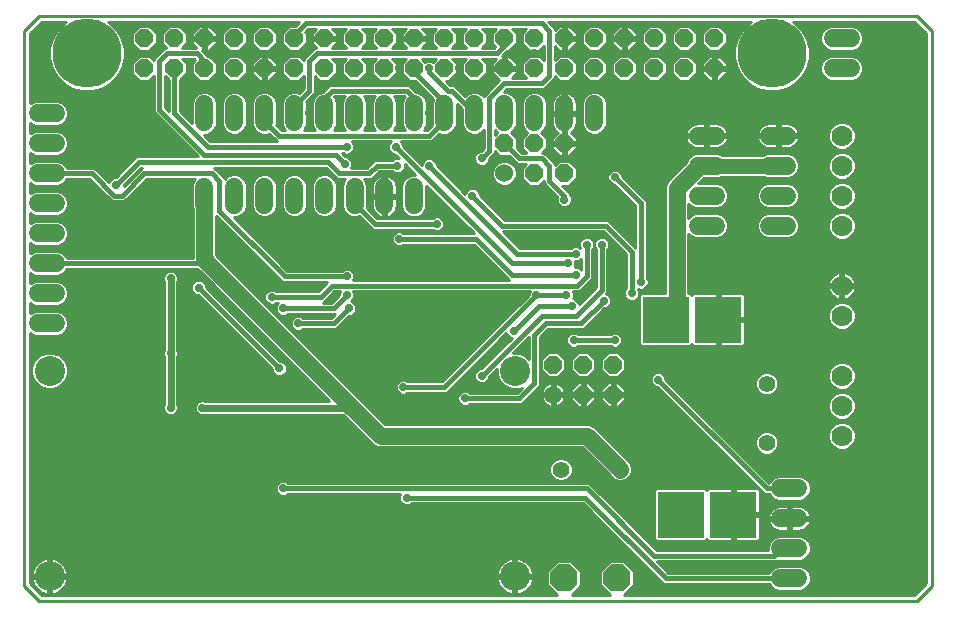
<source format=gtl>
G75*
%MOIN*%
%OFA0B0*%
%FSLAX25Y25*%
%IPPOS*%
%LPD*%
%AMOC8*
5,1,8,0,0,1.08239X$1,22.5*
%
%ADD10C,0.01000*%
%ADD11C,0.06000*%
%ADD12OC8,0.06000*%
%ADD13C,0.06000*%
%ADD14OC8,0.09000*%
%ADD15R,0.15500X0.15500*%
%ADD16C,0.10000*%
%ADD17C,0.07000*%
%ADD18C,0.05600*%
%ADD19C,0.23000*%
%ADD20C,0.05000*%
%ADD21C,0.05600*%
%ADD22C,0.02775*%
%ADD23C,0.02400*%
%ADD24C,0.01600*%
%ADD25C,0.04724*%
D10*
X0037595Y0057683D02*
X0032595Y0062683D01*
X0032595Y0247683D01*
X0037595Y0252683D01*
X0330095Y0252683D01*
X0335095Y0247683D01*
X0335095Y0062683D01*
X0330095Y0057683D01*
X0037595Y0057683D01*
X0038424Y0059683D02*
X0034595Y0063512D01*
X0034595Y0146885D01*
X0034773Y0146707D01*
X0036280Y0146083D01*
X0043911Y0146083D01*
X0045418Y0146707D01*
X0046571Y0147861D01*
X0047195Y0149368D01*
X0047195Y0150999D01*
X0046571Y0152506D01*
X0045418Y0153659D01*
X0043911Y0154283D01*
X0036280Y0154283D01*
X0034773Y0153659D01*
X0034595Y0153481D01*
X0034595Y0156885D01*
X0034773Y0156707D01*
X0036280Y0156083D01*
X0043911Y0156083D01*
X0045418Y0156707D01*
X0046571Y0157861D01*
X0047195Y0159368D01*
X0047195Y0160999D01*
X0046571Y0162506D01*
X0045418Y0163659D01*
X0043911Y0164283D01*
X0036280Y0164283D01*
X0034773Y0163659D01*
X0034595Y0163481D01*
X0034595Y0166885D01*
X0034773Y0166707D01*
X0036280Y0166083D01*
X0043911Y0166083D01*
X0045418Y0166707D01*
X0046571Y0167861D01*
X0046746Y0168283D01*
X0090230Y0168283D01*
X0091011Y0167502D01*
X0134155Y0124358D01*
X0092917Y0124358D01*
X0092465Y0124545D01*
X0091475Y0124545D01*
X0091023Y0124358D01*
X0091017Y0124358D01*
X0091014Y0124354D01*
X0090561Y0124167D01*
X0089861Y0123467D01*
X0089674Y0123015D01*
X0089670Y0123011D01*
X0089670Y0123005D01*
X0089483Y0122553D01*
X0089483Y0121563D01*
X0089670Y0121111D01*
X0089670Y0121105D01*
X0089674Y0121102D01*
X0089861Y0120649D01*
X0090561Y0119949D01*
X0091014Y0119762D01*
X0091017Y0119758D01*
X0091023Y0119758D01*
X0091475Y0119571D01*
X0092465Y0119571D01*
X0092917Y0119758D01*
X0138755Y0119758D01*
X0139761Y0118752D01*
X0149136Y0109377D01*
X0150569Y0108783D01*
X0218480Y0108783D01*
X0227770Y0099493D01*
X0227881Y0099224D01*
X0228978Y0098127D01*
X0230412Y0097533D01*
X0231963Y0097533D01*
X0233397Y0098127D01*
X0234494Y0099224D01*
X0235088Y0100657D01*
X0235088Y0102366D01*
X0234494Y0103800D01*
X0223401Y0114892D01*
X0222304Y0115989D01*
X0220871Y0116583D01*
X0152961Y0116583D01*
X0145276Y0124267D01*
X0096526Y0173017D01*
X0096495Y0173049D01*
X0096495Y0186096D01*
X0117570Y0165021D01*
X0118683Y0163908D01*
X0133633Y0163908D01*
X0133195Y0163470D01*
X0130558Y0160833D01*
X0116713Y0160833D01*
X0116504Y0161042D01*
X0115590Y0161420D01*
X0114600Y0161420D01*
X0113686Y0161042D01*
X0112986Y0160342D01*
X0112608Y0159428D01*
X0112608Y0158438D01*
X0112986Y0157524D01*
X0113686Y0156824D01*
X0114600Y0156446D01*
X0115590Y0156446D01*
X0116504Y0156824D01*
X0116713Y0157033D01*
X0117177Y0157033D01*
X0116736Y0156592D01*
X0116358Y0155678D01*
X0116358Y0154688D01*
X0116736Y0153774D01*
X0117436Y0153074D01*
X0118350Y0152696D01*
X0119340Y0152696D01*
X0120254Y0153074D01*
X0120463Y0153283D01*
X0136133Y0153283D01*
X0134933Y0152083D01*
X0125463Y0152083D01*
X0125254Y0152292D01*
X0124340Y0152670D01*
X0123350Y0152670D01*
X0122436Y0152292D01*
X0121736Y0151592D01*
X0121358Y0150678D01*
X0121358Y0149688D01*
X0121736Y0148774D01*
X0122436Y0148074D01*
X0123350Y0147696D01*
X0124340Y0147696D01*
X0125254Y0148074D01*
X0125463Y0148283D01*
X0136507Y0148283D01*
X0140920Y0152696D01*
X0141215Y0152696D01*
X0142129Y0153074D01*
X0142829Y0153774D01*
X0143208Y0154688D01*
X0143208Y0155678D01*
X0142829Y0156592D01*
X0142129Y0157292D01*
X0141576Y0157521D01*
X0142204Y0158149D01*
X0142583Y0159063D01*
X0142583Y0160053D01*
X0142280Y0160783D01*
X0201035Y0160783D01*
X0200733Y0160053D01*
X0200733Y0159758D01*
X0171808Y0130833D01*
X0160463Y0130833D01*
X0160254Y0131042D01*
X0159340Y0131420D01*
X0158350Y0131420D01*
X0157436Y0131042D01*
X0156736Y0130342D01*
X0156358Y0129428D01*
X0156358Y0128438D01*
X0156736Y0127524D01*
X0157436Y0126824D01*
X0158350Y0126446D01*
X0159340Y0126446D01*
X0160254Y0126824D01*
X0160463Y0127033D01*
X0173382Y0127033D01*
X0193322Y0146973D01*
X0193611Y0146274D01*
X0194311Y0145574D01*
X0195010Y0145285D01*
X0184896Y0135170D01*
X0184600Y0135170D01*
X0183686Y0134792D01*
X0182986Y0134092D01*
X0182608Y0133178D01*
X0182608Y0132188D01*
X0182986Y0131274D01*
X0183686Y0130574D01*
X0184600Y0130196D01*
X0185590Y0130196D01*
X0186504Y0130574D01*
X0187204Y0131274D01*
X0187583Y0132188D01*
X0187583Y0132483D01*
X0190034Y0134934D01*
X0190034Y0133133D01*
X0190962Y0130891D01*
X0192678Y0129175D01*
X0194920Y0128246D01*
X0197347Y0128246D01*
X0198413Y0128688D01*
X0196808Y0127083D01*
X0181088Y0127083D01*
X0180879Y0127292D01*
X0179965Y0127670D01*
X0178975Y0127670D01*
X0178061Y0127292D01*
X0177361Y0126592D01*
X0176983Y0125678D01*
X0176983Y0124688D01*
X0177361Y0123774D01*
X0178061Y0123074D01*
X0178975Y0122696D01*
X0179965Y0122696D01*
X0180879Y0123074D01*
X0181088Y0123283D01*
X0198382Y0123283D01*
X0199495Y0124396D01*
X0204495Y0129396D01*
X0204495Y0145646D01*
X0207132Y0148283D01*
X0219007Y0148283D01*
X0220120Y0149396D01*
X0225920Y0155196D01*
X0226215Y0155196D01*
X0227129Y0155574D01*
X0227829Y0156274D01*
X0228208Y0157188D01*
X0228208Y0158178D01*
X0227829Y0159092D01*
X0227129Y0159792D01*
X0226430Y0160081D01*
X0226995Y0160646D01*
X0226995Y0174815D01*
X0227204Y0175024D01*
X0227583Y0175938D01*
X0227583Y0176928D01*
X0227204Y0177842D01*
X0226504Y0178542D01*
X0225590Y0178920D01*
X0224600Y0178920D01*
X0223686Y0178542D01*
X0222986Y0177842D01*
X0222608Y0176928D01*
X0222608Y0175938D01*
X0222986Y0175024D01*
X0223195Y0174815D01*
X0223195Y0162220D01*
X0217541Y0156566D01*
X0217204Y0157379D01*
X0216504Y0158079D01*
X0215590Y0158458D01*
X0215457Y0158458D01*
X0215708Y0159063D01*
X0215708Y0160053D01*
X0215405Y0160783D01*
X0217757Y0160783D01*
X0220882Y0163908D01*
X0221995Y0165021D01*
X0221995Y0174815D01*
X0222204Y0175024D01*
X0222583Y0175938D01*
X0222583Y0176928D01*
X0222204Y0177842D01*
X0221504Y0178542D01*
X0220590Y0178920D01*
X0219600Y0178920D01*
X0218686Y0178542D01*
X0217986Y0177842D01*
X0217608Y0176928D01*
X0217608Y0175938D01*
X0217873Y0175298D01*
X0217754Y0175417D01*
X0216840Y0175795D01*
X0215850Y0175795D01*
X0214936Y0175417D01*
X0214727Y0175208D01*
X0197757Y0175208D01*
X0192182Y0180783D01*
X0225558Y0180783D01*
X0233195Y0173146D01*
X0233195Y0161801D01*
X0232986Y0161592D01*
X0232608Y0160678D01*
X0232608Y0159688D01*
X0232986Y0158774D01*
X0233686Y0158074D01*
X0234600Y0157696D01*
X0235590Y0157696D01*
X0236504Y0158074D01*
X0237204Y0158774D01*
X0237495Y0159477D01*
X0237495Y0143227D01*
X0238140Y0142583D01*
X0254551Y0142583D01*
X0255127Y0143160D01*
X0255215Y0143008D01*
X0255420Y0142803D01*
X0255671Y0142658D01*
X0255950Y0142583D01*
X0263345Y0142583D01*
X0263345Y0150933D01*
X0264345Y0150933D01*
X0264345Y0142583D01*
X0271740Y0142583D01*
X0272020Y0142658D01*
X0272271Y0142803D01*
X0272475Y0143008D01*
X0272620Y0143258D01*
X0272695Y0143538D01*
X0272695Y0150933D01*
X0264345Y0150933D01*
X0264345Y0151933D01*
X0263345Y0151933D01*
X0263345Y0160283D01*
X0255950Y0160283D01*
X0255671Y0160208D01*
X0255420Y0160063D01*
X0255215Y0159858D01*
X0255127Y0159707D01*
X0254551Y0160283D01*
X0253995Y0160283D01*
X0253995Y0179985D01*
X0254773Y0179207D01*
X0256280Y0178583D01*
X0263911Y0178583D01*
X0265418Y0179207D01*
X0266571Y0180361D01*
X0267195Y0181868D01*
X0267195Y0183499D01*
X0266571Y0185006D01*
X0265418Y0186159D01*
X0263911Y0186783D01*
X0256280Y0186783D01*
X0254773Y0186159D01*
X0253995Y0185381D01*
X0253995Y0189985D01*
X0254773Y0189207D01*
X0256280Y0188583D01*
X0263911Y0188583D01*
X0265418Y0189207D01*
X0266571Y0190361D01*
X0267195Y0191868D01*
X0267195Y0193499D01*
X0266571Y0195006D01*
X0265418Y0196159D01*
X0263911Y0196783D01*
X0257211Y0196783D01*
X0259011Y0198583D01*
X0263911Y0198583D01*
X0265118Y0199083D01*
X0278823Y0199083D01*
X0280030Y0198583D01*
X0287661Y0198583D01*
X0289168Y0199207D01*
X0290321Y0200361D01*
X0290945Y0201868D01*
X0290945Y0203499D01*
X0290321Y0205006D01*
X0289168Y0206159D01*
X0287661Y0206783D01*
X0280030Y0206783D01*
X0278823Y0206283D01*
X0265118Y0206283D01*
X0263911Y0206783D01*
X0256280Y0206783D01*
X0254773Y0206159D01*
X0253619Y0205006D01*
X0253066Y0203669D01*
X0247886Y0198489D01*
X0246789Y0197392D01*
X0246195Y0195959D01*
X0246195Y0160283D01*
X0238140Y0160283D01*
X0237583Y0159726D01*
X0237583Y0160678D01*
X0237204Y0161592D01*
X0237085Y0161711D01*
X0237725Y0161446D01*
X0238715Y0161446D01*
X0239629Y0161824D01*
X0240329Y0162524D01*
X0240708Y0163438D01*
X0240708Y0164428D01*
X0240329Y0165342D01*
X0240120Y0165551D01*
X0240120Y0190970D01*
X0231958Y0199133D01*
X0231958Y0199428D01*
X0231579Y0200342D01*
X0230879Y0201042D01*
X0229965Y0201420D01*
X0228975Y0201420D01*
X0228061Y0201042D01*
X0227361Y0200342D01*
X0226983Y0199428D01*
X0226983Y0198438D01*
X0227361Y0197524D01*
X0228061Y0196824D01*
X0228975Y0196446D01*
X0229271Y0196446D01*
X0236320Y0189396D01*
X0236320Y0175395D01*
X0235882Y0175833D01*
X0227132Y0184583D01*
X0192757Y0184583D01*
X0184458Y0192883D01*
X0184458Y0193178D01*
X0184079Y0194092D01*
X0183379Y0194792D01*
X0182465Y0195170D01*
X0181475Y0195170D01*
X0180561Y0194792D01*
X0179861Y0194092D01*
X0179572Y0193393D01*
X0170083Y0202883D01*
X0170083Y0203178D01*
X0169704Y0204092D01*
X0169004Y0204792D01*
X0168090Y0205170D01*
X0167100Y0205170D01*
X0166186Y0204792D01*
X0165486Y0204092D01*
X0165108Y0203178D01*
X0165108Y0202857D01*
X0158833Y0209133D01*
X0158833Y0209428D01*
X0158454Y0210342D01*
X0158013Y0210783D01*
X0168382Y0210783D01*
X0171004Y0213405D01*
X0171780Y0213083D01*
X0173411Y0213083D01*
X0174918Y0213707D01*
X0176071Y0214861D01*
X0176695Y0216368D01*
X0176695Y0223396D01*
X0178495Y0221596D01*
X0178495Y0216368D01*
X0179119Y0214861D01*
X0180273Y0213707D01*
X0181780Y0213083D01*
X0183411Y0213083D01*
X0184918Y0213707D01*
X0185695Y0214485D01*
X0185695Y0208470D01*
X0184896Y0207670D01*
X0184600Y0207670D01*
X0183686Y0207292D01*
X0182986Y0206592D01*
X0182608Y0205678D01*
X0182608Y0204688D01*
X0182986Y0203774D01*
X0183686Y0203074D01*
X0184600Y0202696D01*
X0185590Y0202696D01*
X0186504Y0203074D01*
X0187204Y0203774D01*
X0187583Y0204688D01*
X0187583Y0204983D01*
X0189495Y0206896D01*
X0189495Y0207485D01*
X0190897Y0206083D01*
X0194008Y0206083D01*
X0195695Y0204396D01*
X0196808Y0203283D01*
X0199897Y0203283D01*
X0198495Y0201881D01*
X0198495Y0198485D01*
X0200897Y0196083D01*
X0204293Y0196083D01*
X0205695Y0197485D01*
X0205695Y0196896D01*
X0210270Y0192321D01*
X0210108Y0191928D01*
X0210108Y0190938D01*
X0210486Y0190024D01*
X0211186Y0189324D01*
X0212100Y0188946D01*
X0213090Y0188946D01*
X0214004Y0189324D01*
X0214704Y0190024D01*
X0215083Y0190938D01*
X0215083Y0191928D01*
X0214704Y0192842D01*
X0214495Y0193051D01*
X0214495Y0193470D01*
X0213382Y0194583D01*
X0211882Y0196083D01*
X0214293Y0196083D01*
X0216695Y0198485D01*
X0216695Y0201881D01*
X0214293Y0204283D01*
X0210897Y0204283D01*
X0209495Y0202881D01*
X0209495Y0203470D01*
X0208382Y0204583D01*
X0205882Y0207083D01*
X0205293Y0207083D01*
X0206695Y0208485D01*
X0206695Y0211881D01*
X0204883Y0213693D01*
X0204918Y0213707D01*
X0206071Y0214861D01*
X0206695Y0216368D01*
X0206695Y0223999D01*
X0206071Y0225506D01*
X0204918Y0226659D01*
X0203411Y0227283D01*
X0201780Y0227283D01*
X0200273Y0226659D01*
X0199119Y0225506D01*
X0198495Y0223999D01*
X0198495Y0216368D01*
X0199119Y0214861D01*
X0200273Y0213707D01*
X0200307Y0213693D01*
X0198495Y0211881D01*
X0198495Y0208485D01*
X0199897Y0207083D01*
X0198382Y0207083D01*
X0196695Y0208770D01*
X0196695Y0211881D01*
X0194883Y0213693D01*
X0194918Y0213707D01*
X0196071Y0214861D01*
X0196695Y0216368D01*
X0196695Y0223999D01*
X0196071Y0225506D01*
X0194918Y0226659D01*
X0193411Y0227283D01*
X0192382Y0227283D01*
X0193382Y0228283D01*
X0205882Y0228283D01*
X0206995Y0229396D01*
X0209495Y0231896D01*
X0209495Y0232485D01*
X0210897Y0231083D01*
X0214293Y0231083D01*
X0216695Y0233485D01*
X0216695Y0236881D01*
X0214293Y0239283D01*
X0210897Y0239283D01*
X0209495Y0237881D01*
X0209495Y0242485D01*
X0210897Y0241083D01*
X0212095Y0241083D01*
X0212095Y0244683D01*
X0213095Y0244683D01*
X0213095Y0241083D01*
X0214293Y0241083D01*
X0216695Y0243485D01*
X0216695Y0244683D01*
X0213095Y0244683D01*
X0213095Y0245683D01*
X0212095Y0245683D01*
X0212095Y0249283D01*
X0210897Y0249283D01*
X0209495Y0247881D01*
X0209495Y0248470D01*
X0208382Y0249583D01*
X0207282Y0250683D01*
X0274755Y0250683D01*
X0274032Y0250266D01*
X0271686Y0247920D01*
X0270027Y0245046D01*
X0269168Y0241842D01*
X0269168Y0238524D01*
X0270027Y0235320D01*
X0271686Y0232446D01*
X0274032Y0230101D01*
X0276905Y0228442D01*
X0280110Y0227583D01*
X0283427Y0227583D01*
X0286632Y0228442D01*
X0289505Y0230101D01*
X0291851Y0232446D01*
X0293510Y0235320D01*
X0294368Y0238524D01*
X0294368Y0241842D01*
X0293510Y0245046D01*
X0291851Y0247920D01*
X0289505Y0250266D01*
X0288782Y0250683D01*
X0329267Y0250683D01*
X0333095Y0246855D01*
X0333095Y0063512D01*
X0329267Y0059683D01*
X0232515Y0059683D01*
X0235695Y0062863D01*
X0235695Y0067503D01*
X0232415Y0070783D01*
X0227776Y0070783D01*
X0224495Y0067503D01*
X0224495Y0062863D01*
X0227676Y0059683D01*
X0215015Y0059683D01*
X0218195Y0062863D01*
X0218195Y0067503D01*
X0214915Y0070783D01*
X0210276Y0070783D01*
X0206995Y0067503D01*
X0206995Y0062863D01*
X0210176Y0059683D01*
X0038424Y0059683D01*
X0038674Y0060189D02*
X0039587Y0059893D01*
X0040515Y0059746D01*
X0040515Y0065342D01*
X0041515Y0065342D01*
X0041515Y0059746D01*
X0042444Y0059893D01*
X0043357Y0060189D01*
X0044213Y0060625D01*
X0044989Y0061190D01*
X0045668Y0061869D01*
X0046233Y0062645D01*
X0046669Y0063501D01*
X0046965Y0064414D01*
X0047112Y0065343D01*
X0041515Y0065343D01*
X0041515Y0066343D01*
X0040515Y0066343D01*
X0040515Y0071939D01*
X0039587Y0071792D01*
X0038674Y0071496D01*
X0037818Y0071060D01*
X0037042Y0070495D01*
X0036363Y0069816D01*
X0035798Y0069040D01*
X0035362Y0068184D01*
X0035066Y0067271D01*
X0034919Y0066343D01*
X0040515Y0066343D01*
X0040515Y0065343D01*
X0034919Y0065343D01*
X0035066Y0064414D01*
X0035362Y0063501D01*
X0035798Y0062645D01*
X0036363Y0061869D01*
X0037042Y0061190D01*
X0037818Y0060625D01*
X0038674Y0060189D01*
X0037745Y0060679D02*
X0037428Y0060679D01*
X0036554Y0061677D02*
X0036430Y0061677D01*
X0035783Y0062676D02*
X0035431Y0062676D01*
X0035306Y0063674D02*
X0034595Y0063674D01*
X0034595Y0064673D02*
X0035025Y0064673D01*
X0034595Y0065671D02*
X0040515Y0065671D01*
X0040515Y0064673D02*
X0041515Y0064673D01*
X0041515Y0065671D02*
X0195633Y0065671D01*
X0195633Y0065343D02*
X0195633Y0066343D01*
X0190037Y0066343D01*
X0190184Y0067271D01*
X0190480Y0068184D01*
X0190916Y0069040D01*
X0191481Y0069816D01*
X0192160Y0070495D01*
X0192936Y0071060D01*
X0193792Y0071496D01*
X0194705Y0071792D01*
X0195634Y0071939D01*
X0195634Y0066343D01*
X0196634Y0066343D01*
X0202230Y0066343D01*
X0202083Y0067271D01*
X0201787Y0068184D01*
X0201351Y0069040D01*
X0200786Y0069816D01*
X0200107Y0070495D01*
X0199331Y0071060D01*
X0198475Y0071496D01*
X0197562Y0071792D01*
X0196634Y0071939D01*
X0196634Y0066343D01*
X0196634Y0065343D01*
X0202230Y0065343D01*
X0202083Y0064414D01*
X0201787Y0063501D01*
X0201351Y0062645D01*
X0200786Y0061869D01*
X0200107Y0061190D01*
X0199331Y0060625D01*
X0198475Y0060189D01*
X0197562Y0059893D01*
X0196634Y0059746D01*
X0196634Y0065342D01*
X0195634Y0065342D01*
X0195634Y0059746D01*
X0194705Y0059893D01*
X0193792Y0060189D01*
X0192936Y0060625D01*
X0192160Y0061190D01*
X0191481Y0061869D01*
X0190916Y0062645D01*
X0190480Y0063501D01*
X0190184Y0064414D01*
X0190037Y0065343D01*
X0195633Y0065343D01*
X0195634Y0064673D02*
X0196634Y0064673D01*
X0196634Y0065671D02*
X0206995Y0065671D01*
X0206995Y0064673D02*
X0202124Y0064673D01*
X0201843Y0063674D02*
X0206995Y0063674D01*
X0207183Y0062676D02*
X0201366Y0062676D01*
X0200595Y0061677D02*
X0208182Y0061677D01*
X0209180Y0060679D02*
X0199404Y0060679D01*
X0196634Y0060679D02*
X0195634Y0060679D01*
X0195634Y0061677D02*
X0196634Y0061677D01*
X0196634Y0062676D02*
X0195634Y0062676D01*
X0195634Y0063674D02*
X0196634Y0063674D01*
X0196634Y0066670D02*
X0195634Y0066670D01*
X0195634Y0067668D02*
X0196634Y0067668D01*
X0196634Y0068667D02*
X0195634Y0068667D01*
X0195634Y0069665D02*
X0196634Y0069665D01*
X0196634Y0070664D02*
X0195634Y0070664D01*
X0195634Y0071662D02*
X0196634Y0071662D01*
X0197962Y0071662D02*
X0237179Y0071662D01*
X0238177Y0070664D02*
X0232534Y0070664D01*
X0233533Y0069665D02*
X0239176Y0069665D01*
X0240175Y0068667D02*
X0234531Y0068667D01*
X0235530Y0067668D02*
X0241173Y0067668D01*
X0242172Y0066670D02*
X0235695Y0066670D01*
X0235695Y0065671D02*
X0243170Y0065671D01*
X0244169Y0064673D02*
X0235695Y0064673D01*
X0235695Y0063674D02*
X0245167Y0063674D01*
X0245558Y0063283D02*
X0280944Y0063283D01*
X0281119Y0062861D01*
X0282273Y0061707D01*
X0283780Y0061083D01*
X0291411Y0061083D01*
X0292918Y0061707D01*
X0294071Y0062861D01*
X0294695Y0064368D01*
X0294695Y0065999D01*
X0294071Y0067506D01*
X0292918Y0068659D01*
X0291411Y0069283D01*
X0283780Y0069283D01*
X0282273Y0068659D01*
X0281119Y0067506D01*
X0280944Y0067083D01*
X0247132Y0067083D01*
X0243432Y0070783D01*
X0283382Y0070783D01*
X0283711Y0071112D01*
X0283780Y0071083D01*
X0291411Y0071083D01*
X0292918Y0071707D01*
X0294071Y0072861D01*
X0294695Y0074368D01*
X0294695Y0075999D01*
X0294071Y0077506D01*
X0292918Y0078659D01*
X0291411Y0079283D01*
X0283780Y0079283D01*
X0282273Y0078659D01*
X0281119Y0077506D01*
X0280495Y0075999D01*
X0280495Y0074583D01*
X0243382Y0074583D01*
X0221995Y0095970D01*
X0220882Y0097083D01*
X0120463Y0097083D01*
X0120254Y0097292D01*
X0119340Y0097670D01*
X0118350Y0097670D01*
X0117436Y0097292D01*
X0116736Y0096592D01*
X0116358Y0095678D01*
X0116358Y0094688D01*
X0116736Y0093774D01*
X0117436Y0093074D01*
X0118350Y0092696D01*
X0119340Y0092696D01*
X0120254Y0093074D01*
X0120463Y0093283D01*
X0157910Y0093283D01*
X0157608Y0092553D01*
X0157608Y0091563D01*
X0157986Y0090649D01*
X0158686Y0089949D01*
X0159600Y0089571D01*
X0160590Y0089571D01*
X0161504Y0089949D01*
X0161713Y0090158D01*
X0218683Y0090158D01*
X0244445Y0064396D01*
X0245558Y0063283D01*
X0246547Y0067668D02*
X0281282Y0067668D01*
X0282292Y0068667D02*
X0245549Y0068667D01*
X0244550Y0069665D02*
X0333095Y0069665D01*
X0333095Y0068667D02*
X0292899Y0068667D01*
X0293908Y0067668D02*
X0333095Y0067668D01*
X0333095Y0066670D02*
X0294417Y0066670D01*
X0294695Y0065671D02*
X0333095Y0065671D01*
X0333095Y0064673D02*
X0294695Y0064673D01*
X0294408Y0063674D02*
X0333095Y0063674D01*
X0332259Y0062676D02*
X0293886Y0062676D01*
X0292845Y0061677D02*
X0331261Y0061677D01*
X0330262Y0060679D02*
X0233510Y0060679D01*
X0234509Y0061677D02*
X0282345Y0061677D01*
X0281304Y0062676D02*
X0235507Y0062676D01*
X0226680Y0060679D02*
X0216010Y0060679D01*
X0217009Y0061677D02*
X0225682Y0061677D01*
X0224683Y0062676D02*
X0218007Y0062676D01*
X0218195Y0063674D02*
X0224495Y0063674D01*
X0224495Y0064673D02*
X0218195Y0064673D01*
X0218195Y0065671D02*
X0224495Y0065671D01*
X0224495Y0066670D02*
X0218195Y0066670D01*
X0218030Y0067668D02*
X0224661Y0067668D01*
X0225659Y0068667D02*
X0217031Y0068667D01*
X0216033Y0069665D02*
X0226658Y0069665D01*
X0227656Y0070664D02*
X0215034Y0070664D01*
X0210156Y0070664D02*
X0199876Y0070664D01*
X0200896Y0069665D02*
X0209158Y0069665D01*
X0208159Y0068667D02*
X0201541Y0068667D01*
X0201954Y0067668D02*
X0207161Y0067668D01*
X0206995Y0066670D02*
X0202179Y0066670D01*
X0194305Y0071662D02*
X0042844Y0071662D01*
X0042444Y0071792D02*
X0041515Y0071939D01*
X0041515Y0066343D01*
X0047112Y0066343D01*
X0046965Y0067271D01*
X0046669Y0068184D01*
X0046233Y0069040D01*
X0045668Y0069816D01*
X0044989Y0070495D01*
X0044213Y0071060D01*
X0043357Y0071496D01*
X0042444Y0071792D01*
X0041515Y0071662D02*
X0040515Y0071662D01*
X0040515Y0070664D02*
X0041515Y0070664D01*
X0041515Y0069665D02*
X0040515Y0069665D01*
X0040515Y0068667D02*
X0041515Y0068667D01*
X0041515Y0067668D02*
X0040515Y0067668D01*
X0040515Y0066670D02*
X0041515Y0066670D01*
X0041515Y0063674D02*
X0040515Y0063674D01*
X0040515Y0062676D02*
X0041515Y0062676D01*
X0041515Y0061677D02*
X0040515Y0061677D01*
X0040515Y0060679D02*
X0041515Y0060679D01*
X0044286Y0060679D02*
X0192863Y0060679D01*
X0191672Y0061677D02*
X0045477Y0061677D01*
X0046248Y0062676D02*
X0190901Y0062676D01*
X0190424Y0063674D02*
X0046725Y0063674D01*
X0047006Y0064673D02*
X0190143Y0064673D01*
X0190089Y0066670D02*
X0047060Y0066670D01*
X0046836Y0067668D02*
X0190313Y0067668D01*
X0190726Y0068667D02*
X0046423Y0068667D01*
X0045778Y0069665D02*
X0191371Y0069665D01*
X0192391Y0070664D02*
X0044758Y0070664D01*
X0039187Y0071662D02*
X0034595Y0071662D01*
X0034595Y0070664D02*
X0037273Y0070664D01*
X0036253Y0069665D02*
X0034595Y0069665D01*
X0034595Y0068667D02*
X0035608Y0068667D01*
X0035195Y0067668D02*
X0034595Y0067668D01*
X0034595Y0066670D02*
X0034970Y0066670D01*
X0034595Y0072661D02*
X0236180Y0072661D01*
X0235182Y0073659D02*
X0034595Y0073659D01*
X0034595Y0074658D02*
X0234183Y0074658D01*
X0233185Y0075656D02*
X0034595Y0075656D01*
X0034595Y0076655D02*
X0232186Y0076655D01*
X0231188Y0077653D02*
X0034595Y0077653D01*
X0034595Y0078652D02*
X0230189Y0078652D01*
X0229191Y0079650D02*
X0034595Y0079650D01*
X0034595Y0080649D02*
X0228192Y0080649D01*
X0227194Y0081647D02*
X0034595Y0081647D01*
X0034595Y0082646D02*
X0226195Y0082646D01*
X0225197Y0083644D02*
X0034595Y0083644D01*
X0034595Y0084643D02*
X0224198Y0084643D01*
X0223200Y0085641D02*
X0034595Y0085641D01*
X0034595Y0086640D02*
X0222201Y0086640D01*
X0221203Y0087638D02*
X0034595Y0087638D01*
X0034595Y0088637D02*
X0220204Y0088637D01*
X0219206Y0089635D02*
X0160746Y0089635D01*
X0159444Y0089635D02*
X0034595Y0089635D01*
X0034595Y0090634D02*
X0158002Y0090634D01*
X0157608Y0091632D02*
X0034595Y0091632D01*
X0034595Y0092631D02*
X0157640Y0092631D01*
X0148907Y0109606D02*
X0034595Y0109606D01*
X0034595Y0110604D02*
X0147909Y0110604D01*
X0146910Y0111603D02*
X0034595Y0111603D01*
X0034595Y0112601D02*
X0145912Y0112601D01*
X0144913Y0113600D02*
X0034595Y0113600D01*
X0034595Y0114598D02*
X0143915Y0114598D01*
X0142916Y0115597D02*
X0034595Y0115597D01*
X0034595Y0116595D02*
X0141918Y0116595D01*
X0140919Y0117594D02*
X0034595Y0117594D01*
X0034595Y0118592D02*
X0139921Y0118592D01*
X0138922Y0119591D02*
X0092513Y0119591D01*
X0091427Y0119591D02*
X0081888Y0119591D01*
X0081840Y0119571D02*
X0082292Y0119758D01*
X0082298Y0119758D01*
X0082302Y0119762D01*
X0082754Y0119949D01*
X0083454Y0120649D01*
X0083641Y0121102D01*
X0083645Y0121105D01*
X0083645Y0121111D01*
X0083833Y0121563D01*
X0083833Y0122553D01*
X0083645Y0123005D01*
X0083645Y0139236D01*
X0083833Y0139688D01*
X0083833Y0140678D01*
X0083645Y0141130D01*
X0083645Y0164236D01*
X0083833Y0164688D01*
X0083833Y0165678D01*
X0083645Y0166130D01*
X0083645Y0166136D01*
X0083641Y0166140D01*
X0083454Y0166592D01*
X0082754Y0167292D01*
X0082302Y0167479D01*
X0082298Y0167483D01*
X0082292Y0167483D01*
X0081840Y0167670D01*
X0080850Y0167670D01*
X0080398Y0167483D01*
X0080392Y0167483D01*
X0080389Y0167479D01*
X0079936Y0167292D01*
X0079236Y0166592D01*
X0079049Y0166140D01*
X0079045Y0166136D01*
X0079045Y0166130D01*
X0078858Y0165678D01*
X0078858Y0164688D01*
X0079045Y0164236D01*
X0079045Y0141130D01*
X0078858Y0140678D01*
X0078858Y0139688D01*
X0079045Y0139236D01*
X0079045Y0123005D01*
X0078858Y0122553D01*
X0078858Y0121563D01*
X0079045Y0121111D01*
X0079045Y0121105D01*
X0079049Y0121102D01*
X0079236Y0120649D01*
X0079936Y0119949D01*
X0080389Y0119762D01*
X0080392Y0119758D01*
X0080398Y0119758D01*
X0080850Y0119571D01*
X0081840Y0119571D01*
X0080802Y0119591D02*
X0034595Y0119591D01*
X0034595Y0120589D02*
X0079296Y0120589D01*
X0078858Y0121588D02*
X0034595Y0121588D01*
X0034595Y0122586D02*
X0078872Y0122586D01*
X0079045Y0123585D02*
X0034595Y0123585D01*
X0034595Y0124583D02*
X0079045Y0124583D01*
X0079045Y0125582D02*
X0034595Y0125582D01*
X0034595Y0126580D02*
X0079045Y0126580D01*
X0079045Y0127579D02*
X0034595Y0127579D01*
X0034595Y0128577D02*
X0039003Y0128577D01*
X0039802Y0128246D02*
X0042229Y0128246D01*
X0044471Y0129175D01*
X0046187Y0130891D01*
X0047115Y0133133D01*
X0047115Y0135560D01*
X0046187Y0137802D01*
X0044471Y0139518D01*
X0042229Y0140446D01*
X0039802Y0140446D01*
X0037560Y0139518D01*
X0035844Y0137802D01*
X0034915Y0135560D01*
X0034915Y0133133D01*
X0035844Y0130891D01*
X0037560Y0129175D01*
X0039802Y0128246D01*
X0037159Y0129576D02*
X0034595Y0129576D01*
X0034595Y0130574D02*
X0036161Y0130574D01*
X0035562Y0131573D02*
X0034595Y0131573D01*
X0034595Y0132571D02*
X0035148Y0132571D01*
X0034915Y0133570D02*
X0034595Y0133570D01*
X0034595Y0134568D02*
X0034915Y0134568D01*
X0034918Y0135567D02*
X0034595Y0135567D01*
X0034595Y0136565D02*
X0035332Y0136565D01*
X0035746Y0137564D02*
X0034595Y0137564D01*
X0034595Y0138563D02*
X0036605Y0138563D01*
X0037664Y0139561D02*
X0034595Y0139561D01*
X0034595Y0140560D02*
X0078858Y0140560D01*
X0078910Y0139561D02*
X0044366Y0139561D01*
X0045426Y0138563D02*
X0079045Y0138563D01*
X0079045Y0137564D02*
X0046285Y0137564D01*
X0046699Y0136565D02*
X0079045Y0136565D01*
X0079045Y0135567D02*
X0047112Y0135567D01*
X0047115Y0134568D02*
X0079045Y0134568D01*
X0079045Y0133570D02*
X0047115Y0133570D01*
X0046883Y0132571D02*
X0079045Y0132571D01*
X0079045Y0131573D02*
X0046469Y0131573D01*
X0045870Y0130574D02*
X0079045Y0130574D01*
X0079045Y0129576D02*
X0044872Y0129576D01*
X0043028Y0128577D02*
X0079045Y0128577D01*
X0083645Y0128577D02*
X0129935Y0128577D01*
X0128937Y0129576D02*
X0083645Y0129576D01*
X0083645Y0130574D02*
X0127938Y0130574D01*
X0126940Y0131573D02*
X0083645Y0131573D01*
X0083645Y0132571D02*
X0125941Y0132571D01*
X0124943Y0133570D02*
X0119500Y0133570D01*
X0119704Y0133774D02*
X0120083Y0134688D01*
X0120083Y0135678D01*
X0119704Y0136592D01*
X0119004Y0137292D01*
X0118090Y0137670D01*
X0117795Y0137670D01*
X0093208Y0162258D01*
X0093208Y0162553D01*
X0092829Y0163467D01*
X0092129Y0164167D01*
X0091215Y0164545D01*
X0090225Y0164545D01*
X0089311Y0164167D01*
X0088611Y0163467D01*
X0088233Y0162553D01*
X0088233Y0161563D01*
X0088611Y0160649D01*
X0089311Y0159949D01*
X0090225Y0159571D01*
X0090521Y0159571D01*
X0115108Y0134983D01*
X0115108Y0134688D01*
X0115486Y0133774D01*
X0116186Y0133074D01*
X0117100Y0132696D01*
X0118090Y0132696D01*
X0119004Y0133074D01*
X0119704Y0133774D01*
X0120033Y0134568D02*
X0123944Y0134568D01*
X0122946Y0135567D02*
X0120083Y0135567D01*
X0119715Y0136565D02*
X0121947Y0136565D01*
X0120949Y0137564D02*
X0118347Y0137564D01*
X0116903Y0138563D02*
X0119950Y0138563D01*
X0118952Y0139561D02*
X0115904Y0139561D01*
X0114906Y0140560D02*
X0117953Y0140560D01*
X0116955Y0141558D02*
X0113907Y0141558D01*
X0112909Y0142557D02*
X0115956Y0142557D01*
X0114958Y0143555D02*
X0111910Y0143555D01*
X0110912Y0144554D02*
X0113959Y0144554D01*
X0112961Y0145552D02*
X0109913Y0145552D01*
X0108915Y0146551D02*
X0111962Y0146551D01*
X0110964Y0147549D02*
X0107916Y0147549D01*
X0106918Y0148548D02*
X0109965Y0148548D01*
X0108967Y0149546D02*
X0105919Y0149546D01*
X0104921Y0150545D02*
X0107968Y0150545D01*
X0106970Y0151543D02*
X0103922Y0151543D01*
X0102924Y0152542D02*
X0105971Y0152542D01*
X0104973Y0153540D02*
X0101925Y0153540D01*
X0100927Y0154539D02*
X0103974Y0154539D01*
X0102976Y0155537D02*
X0099928Y0155537D01*
X0098930Y0156536D02*
X0101977Y0156536D01*
X0100979Y0157534D02*
X0097931Y0157534D01*
X0096932Y0158533D02*
X0099980Y0158533D01*
X0098982Y0159531D02*
X0095934Y0159531D01*
X0094935Y0160530D02*
X0097983Y0160530D01*
X0096985Y0161528D02*
X0093937Y0161528D01*
X0093208Y0162527D02*
X0095986Y0162527D01*
X0094988Y0163525D02*
X0092771Y0163525D01*
X0093989Y0164524D02*
X0091267Y0164524D01*
X0090173Y0164524D02*
X0083764Y0164524D01*
X0083833Y0165522D02*
X0092990Y0165522D01*
X0091992Y0166521D02*
X0083483Y0166521D01*
X0082205Y0167519D02*
X0090993Y0167519D01*
X0088670Y0163525D02*
X0083645Y0163525D01*
X0083645Y0162527D02*
X0088233Y0162527D01*
X0088247Y0161528D02*
X0083645Y0161528D01*
X0083645Y0160530D02*
X0088731Y0160530D01*
X0090560Y0159531D02*
X0083645Y0159531D01*
X0083645Y0158533D02*
X0091559Y0158533D01*
X0092557Y0157534D02*
X0083645Y0157534D01*
X0083645Y0156536D02*
X0093556Y0156536D01*
X0094554Y0155537D02*
X0083645Y0155537D01*
X0083645Y0154539D02*
X0095553Y0154539D01*
X0096551Y0153540D02*
X0083645Y0153540D01*
X0083645Y0152542D02*
X0097550Y0152542D01*
X0098548Y0151543D02*
X0083645Y0151543D01*
X0083645Y0150545D02*
X0099547Y0150545D01*
X0100545Y0149546D02*
X0083645Y0149546D01*
X0083645Y0148548D02*
X0101544Y0148548D01*
X0102542Y0147549D02*
X0083645Y0147549D01*
X0083645Y0146551D02*
X0103541Y0146551D01*
X0104539Y0145552D02*
X0083645Y0145552D01*
X0083645Y0144554D02*
X0105538Y0144554D01*
X0106536Y0143555D02*
X0083645Y0143555D01*
X0083645Y0142557D02*
X0107535Y0142557D01*
X0108533Y0141558D02*
X0083645Y0141558D01*
X0083833Y0140560D02*
X0109532Y0140560D01*
X0110530Y0139561D02*
X0083780Y0139561D01*
X0083645Y0138563D02*
X0111529Y0138563D01*
X0112527Y0137564D02*
X0083645Y0137564D01*
X0083645Y0136565D02*
X0113526Y0136565D01*
X0114524Y0135567D02*
X0083645Y0135567D01*
X0083645Y0134568D02*
X0115157Y0134568D01*
X0115691Y0133570D02*
X0083645Y0133570D01*
X0083645Y0127579D02*
X0130934Y0127579D01*
X0131932Y0126580D02*
X0083645Y0126580D01*
X0083645Y0125582D02*
X0132931Y0125582D01*
X0133929Y0124583D02*
X0083645Y0124583D01*
X0083645Y0123585D02*
X0089979Y0123585D01*
X0089497Y0122586D02*
X0083819Y0122586D01*
X0083833Y0121588D02*
X0089483Y0121588D01*
X0089921Y0120589D02*
X0083394Y0120589D01*
X0079045Y0141558D02*
X0034595Y0141558D01*
X0034595Y0142557D02*
X0079045Y0142557D01*
X0079045Y0143555D02*
X0034595Y0143555D01*
X0034595Y0144554D02*
X0079045Y0144554D01*
X0079045Y0145552D02*
X0034595Y0145552D01*
X0034595Y0146551D02*
X0035151Y0146551D01*
X0034654Y0153540D02*
X0034595Y0153540D01*
X0034595Y0154539D02*
X0079045Y0154539D01*
X0079045Y0155537D02*
X0034595Y0155537D01*
X0034595Y0156536D02*
X0035187Y0156536D01*
X0045003Y0156536D02*
X0079045Y0156536D01*
X0079045Y0157534D02*
X0046245Y0157534D01*
X0046849Y0158533D02*
X0079045Y0158533D01*
X0079045Y0159531D02*
X0047195Y0159531D01*
X0047195Y0160530D02*
X0079045Y0160530D01*
X0079045Y0161528D02*
X0046976Y0161528D01*
X0046550Y0162527D02*
X0079045Y0162527D01*
X0079045Y0163525D02*
X0045551Y0163525D01*
X0044967Y0166521D02*
X0079207Y0166521D01*
X0078858Y0165522D02*
X0034595Y0165522D01*
X0034595Y0164524D02*
X0078926Y0164524D01*
X0080485Y0167519D02*
X0046230Y0167519D01*
X0046746Y0172083D02*
X0046571Y0172506D01*
X0045418Y0173659D01*
X0043911Y0174283D01*
X0036280Y0174283D01*
X0034773Y0173659D01*
X0034595Y0173481D01*
X0034595Y0176885D01*
X0034773Y0176707D01*
X0036280Y0176083D01*
X0043911Y0176083D01*
X0045418Y0176707D01*
X0046571Y0177861D01*
X0047195Y0179368D01*
X0047195Y0180999D01*
X0046571Y0182506D01*
X0045418Y0183659D01*
X0043911Y0184283D01*
X0036280Y0184283D01*
X0034773Y0183659D01*
X0034595Y0183481D01*
X0034595Y0186885D01*
X0034773Y0186707D01*
X0036280Y0186083D01*
X0043911Y0186083D01*
X0045418Y0186707D01*
X0046571Y0187861D01*
X0047195Y0189368D01*
X0047195Y0190999D01*
X0046571Y0192506D01*
X0045418Y0193659D01*
X0043911Y0194283D01*
X0036280Y0194283D01*
X0034773Y0193659D01*
X0034595Y0193481D01*
X0034595Y0196885D01*
X0034773Y0196707D01*
X0036280Y0196083D01*
X0043911Y0196083D01*
X0045418Y0196707D01*
X0046571Y0197861D01*
X0046746Y0198283D01*
X0054308Y0198283D01*
X0060695Y0191896D01*
X0061808Y0190783D01*
X0065882Y0190783D01*
X0073382Y0198283D01*
X0089397Y0198283D01*
X0089119Y0198006D01*
X0088495Y0196499D01*
X0088495Y0188868D01*
X0088695Y0188385D01*
X0088695Y0172083D01*
X0046746Y0172083D01*
X0046565Y0172512D02*
X0088695Y0172512D01*
X0088695Y0173510D02*
X0045566Y0173510D01*
X0044932Y0176506D02*
X0088695Y0176506D01*
X0088695Y0177504D02*
X0046215Y0177504D01*
X0046837Y0178503D02*
X0088695Y0178503D01*
X0088695Y0179501D02*
X0047195Y0179501D01*
X0047195Y0180500D02*
X0088695Y0180500D01*
X0088695Y0181498D02*
X0046988Y0181498D01*
X0046574Y0182497D02*
X0088695Y0182497D01*
X0088695Y0183496D02*
X0045581Y0183496D01*
X0044896Y0186491D02*
X0088695Y0186491D01*
X0088695Y0185493D02*
X0034595Y0185493D01*
X0034595Y0186491D02*
X0035295Y0186491D01*
X0034595Y0184494D02*
X0088695Y0184494D01*
X0088695Y0187490D02*
X0046200Y0187490D01*
X0046831Y0188488D02*
X0088652Y0188488D01*
X0088495Y0189487D02*
X0047195Y0189487D01*
X0047195Y0190485D02*
X0088495Y0190485D01*
X0088495Y0191484D02*
X0066583Y0191484D01*
X0067581Y0192482D02*
X0088495Y0192482D01*
X0088495Y0193481D02*
X0068580Y0193481D01*
X0069578Y0194479D02*
X0088495Y0194479D01*
X0088495Y0195478D02*
X0070577Y0195478D01*
X0071575Y0196476D02*
X0088495Y0196476D01*
X0088899Y0197475D02*
X0072574Y0197475D01*
X0070195Y0200470D02*
X0069944Y0200470D01*
X0070695Y0200970D02*
X0071758Y0202033D01*
X0071507Y0202033D01*
X0065708Y0196233D01*
X0065708Y0195982D01*
X0070695Y0200970D01*
X0070943Y0201469D02*
X0071194Y0201469D01*
X0069197Y0199472D02*
X0068946Y0199472D01*
X0068198Y0198473D02*
X0067947Y0198473D01*
X0067200Y0197475D02*
X0066949Y0197475D01*
X0066201Y0196476D02*
X0065950Y0196476D01*
X0063021Y0198920D02*
X0062725Y0198920D01*
X0061811Y0198542D01*
X0061111Y0197842D01*
X0060822Y0197143D01*
X0055882Y0202083D01*
X0046746Y0202083D01*
X0046571Y0202506D01*
X0045418Y0203659D01*
X0043911Y0204283D01*
X0036280Y0204283D01*
X0034773Y0203659D01*
X0034595Y0203481D01*
X0034595Y0206885D01*
X0034773Y0206707D01*
X0036280Y0206083D01*
X0043911Y0206083D01*
X0045418Y0206707D01*
X0046571Y0207861D01*
X0047195Y0209368D01*
X0047195Y0210999D01*
X0046571Y0212506D01*
X0045418Y0213659D01*
X0043911Y0214283D01*
X0036280Y0214283D01*
X0034773Y0213659D01*
X0034595Y0213481D01*
X0034595Y0216885D01*
X0034773Y0216707D01*
X0036280Y0216083D01*
X0043911Y0216083D01*
X0045418Y0216707D01*
X0046571Y0217861D01*
X0047195Y0219368D01*
X0047195Y0220999D01*
X0046571Y0222506D01*
X0045418Y0223659D01*
X0043911Y0224283D01*
X0036280Y0224283D01*
X0034773Y0223659D01*
X0034595Y0223481D01*
X0034595Y0246855D01*
X0038424Y0250683D01*
X0046408Y0250683D01*
X0045685Y0250266D01*
X0043339Y0247920D01*
X0041681Y0245046D01*
X0040822Y0241842D01*
X0040822Y0238524D01*
X0041681Y0235320D01*
X0043339Y0232446D01*
X0045685Y0230101D01*
X0048559Y0228442D01*
X0051763Y0227583D01*
X0055081Y0227583D01*
X0058285Y0228442D01*
X0061159Y0230101D01*
X0063504Y0232446D01*
X0065163Y0235320D01*
X0066022Y0238524D01*
X0066022Y0241842D01*
X0065163Y0245046D01*
X0063504Y0247920D01*
X0061159Y0250266D01*
X0060435Y0250683D01*
X0124158Y0250683D01*
X0122758Y0249283D01*
X0120897Y0249283D01*
X0118495Y0246881D01*
X0118495Y0243485D01*
X0120897Y0241083D01*
X0124293Y0241083D01*
X0126695Y0243485D01*
X0126695Y0246881D01*
X0126213Y0247364D01*
X0127132Y0248283D01*
X0129897Y0248283D01*
X0128495Y0246881D01*
X0128495Y0245683D01*
X0132095Y0245683D01*
X0132095Y0244683D01*
X0128495Y0244683D01*
X0128495Y0243485D01*
X0129897Y0242083D01*
X0129308Y0242083D01*
X0128195Y0240970D01*
X0125695Y0238470D01*
X0125695Y0237881D01*
X0124293Y0239283D01*
X0120897Y0239283D01*
X0118495Y0236881D01*
X0118495Y0233485D01*
X0120897Y0231083D01*
X0124293Y0231083D01*
X0125695Y0232485D01*
X0125695Y0228470D01*
X0124187Y0226962D01*
X0123411Y0227283D01*
X0121780Y0227283D01*
X0120273Y0226659D01*
X0119119Y0225506D01*
X0118495Y0223999D01*
X0118495Y0216368D01*
X0119119Y0214861D01*
X0119397Y0214583D01*
X0118382Y0214583D01*
X0116667Y0216299D01*
X0116695Y0216368D01*
X0116695Y0223999D01*
X0116071Y0225506D01*
X0114918Y0226659D01*
X0113411Y0227283D01*
X0111780Y0227283D01*
X0110273Y0226659D01*
X0109119Y0225506D01*
X0108495Y0223999D01*
X0108495Y0216368D01*
X0109119Y0214861D01*
X0110273Y0213707D01*
X0111780Y0213083D01*
X0113411Y0213083D01*
X0114187Y0213405D01*
X0115695Y0211896D01*
X0116758Y0210833D01*
X0094632Y0210833D01*
X0092382Y0213083D01*
X0093411Y0213083D01*
X0094918Y0213707D01*
X0096071Y0214861D01*
X0096695Y0216368D01*
X0096695Y0223999D01*
X0096071Y0225506D01*
X0094918Y0226659D01*
X0093411Y0227283D01*
X0091780Y0227283D01*
X0090273Y0226659D01*
X0089119Y0225506D01*
X0088495Y0223999D01*
X0088495Y0216970D01*
X0084495Y0220970D01*
X0084495Y0231285D01*
X0086695Y0233485D01*
X0086695Y0236881D01*
X0085293Y0238283D01*
X0089308Y0238283D01*
X0089603Y0237989D01*
X0088495Y0236881D01*
X0088495Y0233485D01*
X0090897Y0231083D01*
X0094293Y0231083D01*
X0096695Y0233485D01*
X0096695Y0236881D01*
X0094293Y0239283D01*
X0093682Y0239283D01*
X0093382Y0239583D01*
X0091882Y0241083D01*
X0092095Y0241083D01*
X0092095Y0244683D01*
X0088495Y0244683D01*
X0088495Y0243485D01*
X0089897Y0242083D01*
X0085293Y0242083D01*
X0086695Y0243485D01*
X0086695Y0246881D01*
X0084293Y0249283D01*
X0080897Y0249283D01*
X0078495Y0246881D01*
X0078495Y0243485D01*
X0079897Y0242083D01*
X0079308Y0242083D01*
X0078195Y0240970D01*
X0075695Y0238470D01*
X0075695Y0237881D01*
X0074293Y0239283D01*
X0070897Y0239283D01*
X0068495Y0236881D01*
X0068495Y0233485D01*
X0070897Y0231083D01*
X0074293Y0231083D01*
X0075695Y0232485D01*
X0075695Y0220646D01*
X0076808Y0219533D01*
X0090508Y0205833D01*
X0069933Y0205833D01*
X0063021Y0198920D01*
X0063572Y0199472D02*
X0058494Y0199472D01*
X0059492Y0198473D02*
X0061743Y0198473D01*
X0060959Y0197475D02*
X0060491Y0197475D01*
X0058112Y0194479D02*
X0034595Y0194479D01*
X0034595Y0195478D02*
X0057114Y0195478D01*
X0056115Y0196476D02*
X0044860Y0196476D01*
X0046185Y0197475D02*
X0055117Y0197475D01*
X0057495Y0200470D02*
X0064570Y0200470D01*
X0065569Y0201469D02*
X0056497Y0201469D01*
X0046587Y0202467D02*
X0066567Y0202467D01*
X0067566Y0203466D02*
X0045611Y0203466D01*
X0044824Y0206461D02*
X0089880Y0206461D01*
X0088881Y0207460D02*
X0046170Y0207460D01*
X0046819Y0208458D02*
X0087883Y0208458D01*
X0086884Y0209457D02*
X0047195Y0209457D01*
X0047195Y0210455D02*
X0085886Y0210455D01*
X0084887Y0211454D02*
X0047007Y0211454D01*
X0046593Y0212452D02*
X0083889Y0212452D01*
X0082890Y0213451D02*
X0045626Y0213451D01*
X0044788Y0216446D02*
X0079895Y0216446D01*
X0080893Y0215448D02*
X0034595Y0215448D01*
X0034595Y0216446D02*
X0035403Y0216446D01*
X0034595Y0214449D02*
X0081892Y0214449D01*
X0078896Y0217445D02*
X0046155Y0217445D01*
X0046812Y0218443D02*
X0077898Y0218443D01*
X0076899Y0219442D02*
X0047195Y0219442D01*
X0047195Y0220440D02*
X0075901Y0220440D01*
X0075695Y0221439D02*
X0047013Y0221439D01*
X0046599Y0222437D02*
X0075695Y0222437D01*
X0075695Y0223436D02*
X0045641Y0223436D01*
X0034595Y0224434D02*
X0075695Y0224434D01*
X0075695Y0225433D02*
X0034595Y0225433D01*
X0034595Y0226431D02*
X0075695Y0226431D01*
X0075695Y0227430D02*
X0034595Y0227430D01*
X0034595Y0228429D02*
X0048608Y0228429D01*
X0046852Y0229427D02*
X0034595Y0229427D01*
X0034595Y0230426D02*
X0045360Y0230426D01*
X0044362Y0231424D02*
X0034595Y0231424D01*
X0034595Y0232423D02*
X0043363Y0232423D01*
X0042777Y0233421D02*
X0034595Y0233421D01*
X0034595Y0234420D02*
X0042200Y0234420D01*
X0041654Y0235418D02*
X0034595Y0235418D01*
X0034595Y0236417D02*
X0041387Y0236417D01*
X0041119Y0237415D02*
X0034595Y0237415D01*
X0034595Y0238414D02*
X0040852Y0238414D01*
X0040822Y0239412D02*
X0034595Y0239412D01*
X0034595Y0240411D02*
X0040822Y0240411D01*
X0040822Y0241409D02*
X0034595Y0241409D01*
X0034595Y0242408D02*
X0040974Y0242408D01*
X0041241Y0243406D02*
X0034595Y0243406D01*
X0034595Y0244405D02*
X0041509Y0244405D01*
X0041887Y0245403D02*
X0034595Y0245403D01*
X0034595Y0246402D02*
X0042463Y0246402D01*
X0043040Y0247400D02*
X0035141Y0247400D01*
X0036139Y0248399D02*
X0043818Y0248399D01*
X0044817Y0249397D02*
X0037138Y0249397D01*
X0038136Y0250396D02*
X0045911Y0250396D01*
X0060933Y0250396D02*
X0123871Y0250396D01*
X0122872Y0249397D02*
X0062027Y0249397D01*
X0063025Y0248399D02*
X0070013Y0248399D01*
X0070897Y0249283D02*
X0068495Y0246881D01*
X0068495Y0243485D01*
X0070897Y0241083D01*
X0074293Y0241083D01*
X0076695Y0243485D01*
X0076695Y0246881D01*
X0074293Y0249283D01*
X0070897Y0249283D01*
X0069014Y0247400D02*
X0063804Y0247400D01*
X0064381Y0246402D02*
X0068495Y0246402D01*
X0068495Y0245403D02*
X0064957Y0245403D01*
X0065335Y0244405D02*
X0068495Y0244405D01*
X0068574Y0243406D02*
X0065603Y0243406D01*
X0065870Y0242408D02*
X0069572Y0242408D01*
X0070571Y0241409D02*
X0066022Y0241409D01*
X0066022Y0240411D02*
X0077636Y0240411D01*
X0078634Y0241409D02*
X0074620Y0241409D01*
X0075618Y0242408D02*
X0079572Y0242408D01*
X0078574Y0243406D02*
X0076617Y0243406D01*
X0076695Y0244405D02*
X0078495Y0244405D01*
X0078495Y0245403D02*
X0076695Y0245403D01*
X0076695Y0246402D02*
X0078495Y0246402D01*
X0079014Y0247400D02*
X0076176Y0247400D01*
X0075178Y0248399D02*
X0080013Y0248399D01*
X0085178Y0248399D02*
X0090013Y0248399D01*
X0090897Y0249283D02*
X0088495Y0246881D01*
X0088495Y0245683D01*
X0092095Y0245683D01*
X0092095Y0244683D01*
X0093095Y0244683D01*
X0093095Y0241083D01*
X0094293Y0241083D01*
X0096695Y0243485D01*
X0096695Y0244683D01*
X0093095Y0244683D01*
X0093095Y0245683D01*
X0092095Y0245683D01*
X0092095Y0249283D01*
X0090897Y0249283D01*
X0092095Y0248399D02*
X0093095Y0248399D01*
X0093095Y0249283D02*
X0093095Y0245683D01*
X0096695Y0245683D01*
X0096695Y0246881D01*
X0094293Y0249283D01*
X0093095Y0249283D01*
X0093095Y0247400D02*
X0092095Y0247400D01*
X0092095Y0246402D02*
X0093095Y0246402D01*
X0093095Y0245403D02*
X0098495Y0245403D01*
X0098495Y0244405D02*
X0096695Y0244405D01*
X0096617Y0243406D02*
X0098574Y0243406D01*
X0098495Y0243485D02*
X0100897Y0241083D01*
X0104293Y0241083D01*
X0106695Y0243485D01*
X0106695Y0246881D01*
X0104293Y0249283D01*
X0100897Y0249283D01*
X0098495Y0246881D01*
X0098495Y0243485D01*
X0099572Y0242408D02*
X0095618Y0242408D01*
X0094620Y0241409D02*
X0100571Y0241409D01*
X0100897Y0239283D02*
X0098495Y0236881D01*
X0098495Y0233485D01*
X0100897Y0231083D01*
X0104293Y0231083D01*
X0106695Y0233485D01*
X0106695Y0236881D01*
X0104293Y0239283D01*
X0100897Y0239283D01*
X0100027Y0238414D02*
X0095163Y0238414D01*
X0096161Y0237415D02*
X0099029Y0237415D01*
X0098495Y0236417D02*
X0096695Y0236417D01*
X0096695Y0235418D02*
X0098495Y0235418D01*
X0098495Y0234420D02*
X0096695Y0234420D01*
X0096631Y0233421D02*
X0098559Y0233421D01*
X0099557Y0232423D02*
X0095633Y0232423D01*
X0094634Y0231424D02*
X0100556Y0231424D01*
X0104634Y0231424D02*
X0110556Y0231424D01*
X0110897Y0231083D02*
X0108495Y0233485D01*
X0108495Y0234683D01*
X0112095Y0234683D01*
X0112095Y0235683D01*
X0108495Y0235683D01*
X0108495Y0236881D01*
X0110897Y0239283D01*
X0112095Y0239283D01*
X0112095Y0235683D01*
X0113095Y0235683D01*
X0113095Y0239283D01*
X0114293Y0239283D01*
X0116695Y0236881D01*
X0116695Y0235683D01*
X0113095Y0235683D01*
X0113095Y0234683D01*
X0113095Y0231083D01*
X0114293Y0231083D01*
X0116695Y0233485D01*
X0116695Y0234683D01*
X0113095Y0234683D01*
X0112095Y0234683D01*
X0112095Y0231083D01*
X0110897Y0231083D01*
X0112095Y0231424D02*
X0113095Y0231424D01*
X0113095Y0232423D02*
X0112095Y0232423D01*
X0112095Y0233421D02*
X0113095Y0233421D01*
X0113095Y0234420D02*
X0112095Y0234420D01*
X0112095Y0235418D02*
X0106695Y0235418D01*
X0106695Y0234420D02*
X0108495Y0234420D01*
X0108559Y0233421D02*
X0106631Y0233421D01*
X0105633Y0232423D02*
X0109557Y0232423D01*
X0108495Y0236417D02*
X0106695Y0236417D01*
X0106161Y0237415D02*
X0109029Y0237415D01*
X0110027Y0238414D02*
X0105163Y0238414D01*
X0104620Y0241409D02*
X0110571Y0241409D01*
X0110897Y0241083D02*
X0114293Y0241083D01*
X0116695Y0243485D01*
X0116695Y0246881D01*
X0114293Y0249283D01*
X0110897Y0249283D01*
X0108495Y0246881D01*
X0108495Y0243485D01*
X0110897Y0241083D01*
X0109572Y0242408D02*
X0105618Y0242408D01*
X0106617Y0243406D02*
X0108574Y0243406D01*
X0108495Y0244405D02*
X0106695Y0244405D01*
X0106695Y0245403D02*
X0108495Y0245403D01*
X0108495Y0246402D02*
X0106695Y0246402D01*
X0106176Y0247400D02*
X0109014Y0247400D01*
X0110013Y0248399D02*
X0105178Y0248399D01*
X0100013Y0248399D02*
X0095178Y0248399D01*
X0096176Y0247400D02*
X0099014Y0247400D01*
X0098495Y0246402D02*
X0096695Y0246402D01*
X0093095Y0244405D02*
X0092095Y0244405D01*
X0092095Y0245403D02*
X0086695Y0245403D01*
X0086695Y0244405D02*
X0088495Y0244405D01*
X0088574Y0243406D02*
X0086617Y0243406D01*
X0085618Y0242408D02*
X0089572Y0242408D01*
X0092095Y0242408D02*
X0093095Y0242408D01*
X0093095Y0243406D02*
X0092095Y0243406D01*
X0092095Y0241409D02*
X0093095Y0241409D01*
X0092555Y0240411D02*
X0127636Y0240411D01*
X0128634Y0241409D02*
X0124620Y0241409D01*
X0125618Y0242408D02*
X0129572Y0242408D01*
X0128574Y0243406D02*
X0126617Y0243406D01*
X0126695Y0244405D02*
X0128495Y0244405D01*
X0128495Y0246402D02*
X0126695Y0246402D01*
X0126695Y0245403D02*
X0132095Y0245403D01*
X0133095Y0245403D02*
X0138495Y0245403D01*
X0138495Y0244405D02*
X0136695Y0244405D01*
X0136695Y0244683D02*
X0133095Y0244683D01*
X0133095Y0245683D01*
X0136695Y0245683D01*
X0136695Y0246881D01*
X0135293Y0248283D01*
X0139897Y0248283D01*
X0138495Y0246881D01*
X0138495Y0243485D01*
X0139897Y0242083D01*
X0135293Y0242083D01*
X0136695Y0243485D01*
X0136695Y0244683D01*
X0136617Y0243406D02*
X0138574Y0243406D01*
X0139572Y0242408D02*
X0135618Y0242408D01*
X0136695Y0246402D02*
X0138495Y0246402D01*
X0139014Y0247400D02*
X0136176Y0247400D01*
X0129014Y0247400D02*
X0126249Y0247400D01*
X0120013Y0248399D02*
X0115178Y0248399D01*
X0116176Y0247400D02*
X0119014Y0247400D01*
X0118495Y0246402D02*
X0116695Y0246402D01*
X0116695Y0245403D02*
X0118495Y0245403D01*
X0118495Y0244405D02*
X0116695Y0244405D01*
X0116617Y0243406D02*
X0118574Y0243406D01*
X0119572Y0242408D02*
X0115618Y0242408D01*
X0114620Y0241409D02*
X0120571Y0241409D01*
X0120027Y0238414D02*
X0115163Y0238414D01*
X0116161Y0237415D02*
X0119029Y0237415D01*
X0118495Y0236417D02*
X0116695Y0236417D01*
X0116695Y0234420D02*
X0118495Y0234420D01*
X0118495Y0235418D02*
X0113095Y0235418D01*
X0113095Y0236417D02*
X0112095Y0236417D01*
X0112095Y0237415D02*
X0113095Y0237415D01*
X0113095Y0238414D02*
X0112095Y0238414D01*
X0116631Y0233421D02*
X0118559Y0233421D01*
X0119557Y0232423D02*
X0115633Y0232423D01*
X0114634Y0231424D02*
X0120556Y0231424D01*
X0124634Y0231424D02*
X0125695Y0231424D01*
X0125695Y0230426D02*
X0084495Y0230426D01*
X0084495Y0229427D02*
X0125695Y0229427D01*
X0125654Y0228429D02*
X0084495Y0228429D01*
X0084495Y0227430D02*
X0124655Y0227430D01*
X0127034Y0224434D02*
X0128676Y0224434D01*
X0128495Y0223999D02*
X0128495Y0216368D01*
X0129119Y0214861D01*
X0129397Y0214583D01*
X0125793Y0214583D01*
X0126071Y0214861D01*
X0126695Y0216368D01*
X0126695Y0223999D01*
X0126667Y0224068D01*
X0128382Y0225783D01*
X0129495Y0226896D01*
X0129495Y0232485D01*
X0130897Y0231083D01*
X0134293Y0231083D01*
X0136695Y0233485D01*
X0136695Y0236881D01*
X0135293Y0238283D01*
X0139897Y0238283D01*
X0138495Y0236881D01*
X0138495Y0233485D01*
X0140897Y0231083D01*
X0144293Y0231083D01*
X0146695Y0233485D01*
X0146695Y0236881D01*
X0145293Y0238283D01*
X0149897Y0238283D01*
X0148495Y0236881D01*
X0148495Y0233485D01*
X0150897Y0231083D01*
X0154293Y0231083D01*
X0156695Y0233485D01*
X0156695Y0236881D01*
X0155293Y0238283D01*
X0159897Y0238283D01*
X0158495Y0236881D01*
X0158495Y0233485D01*
X0160897Y0231083D01*
X0162758Y0231083D01*
X0168890Y0224951D01*
X0168495Y0223999D01*
X0168495Y0216368D01*
X0168524Y0216299D01*
X0166808Y0214583D01*
X0165793Y0214583D01*
X0166071Y0214861D01*
X0166695Y0216368D01*
X0166695Y0223999D01*
X0166071Y0225506D01*
X0164918Y0226659D01*
X0163411Y0227283D01*
X0163182Y0227283D01*
X0160882Y0229583D01*
X0134308Y0229583D01*
X0133195Y0228470D01*
X0132008Y0227283D01*
X0131780Y0227283D01*
X0130273Y0226659D01*
X0129119Y0225506D01*
X0128495Y0223999D01*
X0128495Y0223436D02*
X0126695Y0223436D01*
X0126695Y0222437D02*
X0128495Y0222437D01*
X0128495Y0221439D02*
X0126695Y0221439D01*
X0126695Y0220440D02*
X0128495Y0220440D01*
X0128495Y0219442D02*
X0126695Y0219442D01*
X0126695Y0218443D02*
X0128495Y0218443D01*
X0128495Y0217445D02*
X0126695Y0217445D01*
X0126695Y0216446D02*
X0128495Y0216446D01*
X0128876Y0215448D02*
X0126314Y0215448D01*
X0118876Y0215448D02*
X0117517Y0215448D01*
X0116695Y0216446D02*
X0118495Y0216446D01*
X0118495Y0217445D02*
X0116695Y0217445D01*
X0116695Y0218443D02*
X0118495Y0218443D01*
X0118495Y0219442D02*
X0116695Y0219442D01*
X0116695Y0220440D02*
X0118495Y0220440D01*
X0118495Y0221439D02*
X0116695Y0221439D01*
X0116695Y0222437D02*
X0118495Y0222437D01*
X0118495Y0223436D02*
X0116695Y0223436D01*
X0116515Y0224434D02*
X0118676Y0224434D01*
X0119089Y0225433D02*
X0116101Y0225433D01*
X0115145Y0226431D02*
X0120045Y0226431D01*
X0128032Y0225433D02*
X0129089Y0225433D01*
X0129031Y0226431D02*
X0130045Y0226431D01*
X0129495Y0227430D02*
X0132155Y0227430D01*
X0133154Y0228429D02*
X0129495Y0228429D01*
X0129495Y0229427D02*
X0134152Y0229427D01*
X0134634Y0231424D02*
X0140556Y0231424D01*
X0139557Y0232423D02*
X0135633Y0232423D01*
X0136631Y0233421D02*
X0138559Y0233421D01*
X0138495Y0234420D02*
X0136695Y0234420D01*
X0136695Y0235418D02*
X0138495Y0235418D01*
X0138495Y0236417D02*
X0136695Y0236417D01*
X0136161Y0237415D02*
X0139029Y0237415D01*
X0146161Y0237415D02*
X0149029Y0237415D01*
X0148495Y0236417D02*
X0146695Y0236417D01*
X0146695Y0235418D02*
X0148495Y0235418D01*
X0148495Y0234420D02*
X0146695Y0234420D01*
X0146631Y0233421D02*
X0148559Y0233421D01*
X0149557Y0232423D02*
X0145633Y0232423D01*
X0144634Y0231424D02*
X0150556Y0231424D01*
X0154634Y0231424D02*
X0160556Y0231424D01*
X0159557Y0232423D02*
X0155633Y0232423D01*
X0156631Y0233421D02*
X0158559Y0233421D01*
X0158495Y0234420D02*
X0156695Y0234420D01*
X0156695Y0235418D02*
X0158495Y0235418D01*
X0158495Y0236417D02*
X0156695Y0236417D01*
X0156161Y0237415D02*
X0159029Y0237415D01*
X0159897Y0242083D02*
X0155293Y0242083D01*
X0156695Y0243485D01*
X0156695Y0246881D01*
X0155293Y0248283D01*
X0159897Y0248283D01*
X0158495Y0246881D01*
X0158495Y0245683D01*
X0162095Y0245683D01*
X0162095Y0244683D01*
X0158495Y0244683D01*
X0158495Y0243485D01*
X0159897Y0242083D01*
X0159572Y0242408D02*
X0155618Y0242408D01*
X0156617Y0243406D02*
X0158574Y0243406D01*
X0158495Y0244405D02*
X0156695Y0244405D01*
X0156695Y0245403D02*
X0162095Y0245403D01*
X0163095Y0245403D02*
X0168495Y0245403D01*
X0168495Y0244405D02*
X0166695Y0244405D01*
X0166695Y0244683D02*
X0163095Y0244683D01*
X0163095Y0245683D01*
X0166695Y0245683D01*
X0166695Y0246881D01*
X0165293Y0248283D01*
X0169897Y0248283D01*
X0168495Y0246881D01*
X0168495Y0243485D01*
X0169897Y0242083D01*
X0165293Y0242083D01*
X0166695Y0243485D01*
X0166695Y0244683D01*
X0166617Y0243406D02*
X0168574Y0243406D01*
X0169572Y0242408D02*
X0165618Y0242408D01*
X0166695Y0246402D02*
X0168495Y0246402D01*
X0169014Y0247400D02*
X0166176Y0247400D01*
X0159014Y0247400D02*
X0156176Y0247400D01*
X0156695Y0246402D02*
X0158495Y0246402D01*
X0149897Y0248283D02*
X0148495Y0246881D01*
X0148495Y0243485D01*
X0149897Y0242083D01*
X0145293Y0242083D01*
X0146695Y0243485D01*
X0146695Y0246881D01*
X0145293Y0248283D01*
X0149897Y0248283D01*
X0149014Y0247400D02*
X0146176Y0247400D01*
X0146695Y0246402D02*
X0148495Y0246402D01*
X0148495Y0245403D02*
X0146695Y0245403D01*
X0146695Y0244405D02*
X0148495Y0244405D01*
X0148574Y0243406D02*
X0146617Y0243406D01*
X0145618Y0242408D02*
X0149572Y0242408D01*
X0165293Y0238283D02*
X0169897Y0238283D01*
X0168934Y0237321D01*
X0168090Y0237670D01*
X0167100Y0237670D01*
X0166256Y0237321D01*
X0165293Y0238283D01*
X0166161Y0237415D02*
X0166484Y0237415D01*
X0168706Y0237415D02*
X0169029Y0237415D01*
X0175293Y0238283D02*
X0179897Y0238283D01*
X0178495Y0236881D01*
X0178495Y0233485D01*
X0180897Y0231083D01*
X0184293Y0231083D01*
X0186695Y0233485D01*
X0186695Y0236881D01*
X0185293Y0238283D01*
X0189897Y0238283D01*
X0188495Y0236881D01*
X0188495Y0235683D01*
X0192095Y0235683D01*
X0192095Y0234683D01*
X0188495Y0234683D01*
X0188495Y0233485D01*
X0190853Y0231127D01*
X0186808Y0227083D01*
X0185695Y0225970D01*
X0185695Y0225881D01*
X0184918Y0226659D01*
X0183411Y0227283D01*
X0181780Y0227283D01*
X0180273Y0226659D01*
X0179540Y0225926D01*
X0175882Y0229583D01*
X0174632Y0229583D01*
X0173132Y0231083D01*
X0174293Y0231083D01*
X0176695Y0233485D01*
X0176695Y0236881D01*
X0175293Y0238283D01*
X0176161Y0237415D02*
X0179029Y0237415D01*
X0178495Y0236417D02*
X0176695Y0236417D01*
X0176695Y0235418D02*
X0178495Y0235418D01*
X0178495Y0234420D02*
X0176695Y0234420D01*
X0176631Y0233421D02*
X0178559Y0233421D01*
X0179557Y0232423D02*
X0175633Y0232423D01*
X0174634Y0231424D02*
X0180556Y0231424D01*
X0184634Y0231424D02*
X0190556Y0231424D01*
X0190151Y0230426D02*
X0173790Y0230426D01*
X0176038Y0229427D02*
X0189152Y0229427D01*
X0188154Y0228429D02*
X0177037Y0228429D01*
X0178035Y0227430D02*
X0187155Y0227430D01*
X0186157Y0226431D02*
X0185145Y0226431D01*
X0180045Y0226431D02*
X0179034Y0226431D01*
X0177654Y0222437D02*
X0176695Y0222437D01*
X0176695Y0221439D02*
X0178495Y0221439D01*
X0178495Y0220440D02*
X0176695Y0220440D01*
X0176695Y0219442D02*
X0178495Y0219442D01*
X0178495Y0218443D02*
X0176695Y0218443D01*
X0176695Y0217445D02*
X0178495Y0217445D01*
X0178495Y0216446D02*
X0176695Y0216446D01*
X0176314Y0215448D02*
X0178876Y0215448D01*
X0179531Y0214449D02*
X0175660Y0214449D01*
X0174299Y0213451D02*
X0180892Y0213451D01*
X0184299Y0213451D02*
X0185695Y0213451D01*
X0185660Y0214449D02*
X0185695Y0214449D01*
X0185695Y0212452D02*
X0170051Y0212452D01*
X0169053Y0211454D02*
X0185695Y0211454D01*
X0185695Y0210455D02*
X0158341Y0210455D01*
X0158821Y0209457D02*
X0185695Y0209457D01*
X0185683Y0208458D02*
X0159507Y0208458D01*
X0160505Y0207460D02*
X0184092Y0207460D01*
X0182932Y0206461D02*
X0161504Y0206461D01*
X0162502Y0205463D02*
X0182608Y0205463D01*
X0182701Y0204464D02*
X0169332Y0204464D01*
X0169963Y0203466D02*
X0183295Y0203466D01*
X0186896Y0203466D02*
X0190080Y0203466D01*
X0190273Y0203659D02*
X0189119Y0202506D01*
X0188495Y0200999D01*
X0188495Y0199368D01*
X0189119Y0197861D01*
X0190273Y0196707D01*
X0191780Y0196083D01*
X0193411Y0196083D01*
X0194918Y0196707D01*
X0196071Y0197861D01*
X0196695Y0199368D01*
X0196695Y0200999D01*
X0196071Y0202506D01*
X0194918Y0203659D01*
X0193411Y0204283D01*
X0191780Y0204283D01*
X0190273Y0203659D01*
X0189103Y0202467D02*
X0170498Y0202467D01*
X0171497Y0201469D02*
X0188690Y0201469D01*
X0188495Y0200470D02*
X0172495Y0200470D01*
X0173494Y0199472D02*
X0188495Y0199472D01*
X0188866Y0198473D02*
X0174492Y0198473D01*
X0175491Y0197475D02*
X0189505Y0197475D01*
X0190831Y0196476D02*
X0176489Y0196476D01*
X0177488Y0195478D02*
X0207114Y0195478D01*
X0208112Y0194479D02*
X0183692Y0194479D01*
X0184332Y0193481D02*
X0209111Y0193481D01*
X0210109Y0192482D02*
X0184858Y0192482D01*
X0185857Y0191484D02*
X0210108Y0191484D01*
X0210295Y0190485D02*
X0186855Y0190485D01*
X0187854Y0189487D02*
X0211024Y0189487D01*
X0214166Y0189487D02*
X0236230Y0189487D01*
X0236320Y0188488D02*
X0188852Y0188488D01*
X0189851Y0187490D02*
X0236320Y0187490D01*
X0236320Y0186491D02*
X0190849Y0186491D01*
X0191848Y0185493D02*
X0236320Y0185493D01*
X0236320Y0184494D02*
X0227221Y0184494D01*
X0228220Y0183496D02*
X0236320Y0183496D01*
X0236320Y0182497D02*
X0229218Y0182497D01*
X0230217Y0181498D02*
X0236320Y0181498D01*
X0236320Y0180500D02*
X0231215Y0180500D01*
X0232214Y0179501D02*
X0236320Y0179501D01*
X0236320Y0178503D02*
X0233212Y0178503D01*
X0234211Y0177504D02*
X0236320Y0177504D01*
X0236320Y0176506D02*
X0235209Y0176506D01*
X0236208Y0175507D02*
X0236320Y0175507D01*
X0240120Y0175507D02*
X0246195Y0175507D01*
X0246195Y0174509D02*
X0240120Y0174509D01*
X0240120Y0173510D02*
X0246195Y0173510D01*
X0246195Y0172512D02*
X0240120Y0172512D01*
X0240120Y0171513D02*
X0246195Y0171513D01*
X0246195Y0170515D02*
X0240120Y0170515D01*
X0240120Y0169516D02*
X0246195Y0169516D01*
X0246195Y0168518D02*
X0240120Y0168518D01*
X0240120Y0167519D02*
X0246195Y0167519D01*
X0246195Y0166521D02*
X0240120Y0166521D01*
X0240149Y0165522D02*
X0246195Y0165522D01*
X0246195Y0164524D02*
X0240668Y0164524D01*
X0240708Y0163525D02*
X0246195Y0163525D01*
X0246195Y0162527D02*
X0240330Y0162527D01*
X0238914Y0161528D02*
X0246195Y0161528D01*
X0246195Y0160530D02*
X0237583Y0160530D01*
X0237526Y0161528D02*
X0237230Y0161528D01*
X0236963Y0158533D02*
X0237495Y0158533D01*
X0237495Y0157534D02*
X0228208Y0157534D01*
X0228061Y0158533D02*
X0233228Y0158533D01*
X0232673Y0159531D02*
X0227390Y0159531D01*
X0226879Y0160530D02*
X0232608Y0160530D01*
X0232960Y0161528D02*
X0226995Y0161528D01*
X0226995Y0162527D02*
X0233195Y0162527D01*
X0233195Y0163525D02*
X0226995Y0163525D01*
X0226995Y0164524D02*
X0233195Y0164524D01*
X0233195Y0165522D02*
X0226995Y0165522D01*
X0226995Y0166521D02*
X0233195Y0166521D01*
X0233195Y0167519D02*
X0226995Y0167519D01*
X0226995Y0168518D02*
X0233195Y0168518D01*
X0233195Y0169516D02*
X0226995Y0169516D01*
X0226995Y0170515D02*
X0233195Y0170515D01*
X0233195Y0171513D02*
X0226995Y0171513D01*
X0226995Y0172512D02*
X0233195Y0172512D01*
X0232831Y0173510D02*
X0226995Y0173510D01*
X0226995Y0174509D02*
X0231832Y0174509D01*
X0230834Y0175507D02*
X0227404Y0175507D01*
X0227583Y0176506D02*
X0229835Y0176506D01*
X0228837Y0177504D02*
X0227344Y0177504D01*
X0227838Y0178503D02*
X0226543Y0178503D01*
X0226840Y0179501D02*
X0193464Y0179501D01*
X0194462Y0178503D02*
X0218647Y0178503D01*
X0217847Y0177504D02*
X0195461Y0177504D01*
X0196459Y0176506D02*
X0217608Y0176506D01*
X0217535Y0175507D02*
X0217786Y0175507D01*
X0215155Y0175507D02*
X0197458Y0175507D01*
X0192465Y0180500D02*
X0225841Y0180500D01*
X0223647Y0178503D02*
X0221543Y0178503D01*
X0222344Y0177504D02*
X0222847Y0177504D01*
X0222608Y0176506D02*
X0222583Y0176506D01*
X0222404Y0175507D02*
X0222786Y0175507D01*
X0223195Y0174509D02*
X0221995Y0174509D01*
X0221995Y0173510D02*
X0223195Y0173510D01*
X0223195Y0172512D02*
X0221995Y0172512D01*
X0221995Y0171513D02*
X0223195Y0171513D01*
X0223195Y0170515D02*
X0221995Y0170515D01*
X0221995Y0169516D02*
X0223195Y0169516D01*
X0223195Y0168518D02*
X0221995Y0168518D01*
X0221995Y0167519D02*
X0223195Y0167519D01*
X0223195Y0166521D02*
X0221995Y0166521D01*
X0221995Y0165522D02*
X0223195Y0165522D01*
X0223195Y0164524D02*
X0221498Y0164524D01*
X0220499Y0163525D02*
X0223195Y0163525D01*
X0223195Y0162527D02*
X0219501Y0162527D01*
X0218502Y0161528D02*
X0222503Y0161528D01*
X0221505Y0160530D02*
X0215510Y0160530D01*
X0215708Y0159531D02*
X0220506Y0159531D01*
X0219508Y0158533D02*
X0215488Y0158533D01*
X0217049Y0157534D02*
X0218509Y0157534D01*
X0223266Y0152542D02*
X0237495Y0152542D01*
X0237495Y0153540D02*
X0224264Y0153540D01*
X0225263Y0154539D02*
X0237495Y0154539D01*
X0237495Y0155537D02*
X0227039Y0155537D01*
X0227937Y0156536D02*
X0237495Y0156536D01*
X0237495Y0151543D02*
X0222267Y0151543D01*
X0221269Y0150545D02*
X0237495Y0150545D01*
X0237495Y0149546D02*
X0220270Y0149546D01*
X0219272Y0148548D02*
X0237495Y0148548D01*
X0237495Y0147549D02*
X0206398Y0147549D01*
X0205400Y0146551D02*
X0214195Y0146551D01*
X0214311Y0146667D02*
X0213611Y0145967D01*
X0213233Y0145053D01*
X0213233Y0144063D01*
X0213611Y0143149D01*
X0214311Y0142449D01*
X0215225Y0142071D01*
X0216215Y0142071D01*
X0217129Y0142449D01*
X0217338Y0142658D01*
X0227852Y0142658D01*
X0228061Y0142449D01*
X0228975Y0142071D01*
X0229965Y0142071D01*
X0230879Y0142449D01*
X0231579Y0143149D01*
X0231958Y0144063D01*
X0231958Y0145053D01*
X0231579Y0145967D01*
X0230879Y0146667D01*
X0229965Y0147045D01*
X0228975Y0147045D01*
X0228061Y0146667D01*
X0227852Y0146458D01*
X0217338Y0146458D01*
X0217129Y0146667D01*
X0216215Y0147045D01*
X0215225Y0147045D01*
X0214311Y0146667D01*
X0213440Y0145552D02*
X0204495Y0145552D01*
X0204495Y0144554D02*
X0213233Y0144554D01*
X0213443Y0143555D02*
X0204495Y0143555D01*
X0204495Y0142557D02*
X0214204Y0142557D01*
X0217236Y0142557D02*
X0227954Y0142557D01*
X0227147Y0140533D02*
X0224745Y0138131D01*
X0224745Y0134735D01*
X0227147Y0132333D01*
X0230543Y0132333D01*
X0232945Y0134735D01*
X0232945Y0138131D01*
X0230543Y0140533D01*
X0227147Y0140533D01*
X0226175Y0139561D02*
X0221515Y0139561D01*
X0220543Y0140533D02*
X0217147Y0140533D01*
X0214745Y0138131D01*
X0214745Y0134735D01*
X0217147Y0132333D01*
X0220543Y0132333D01*
X0222945Y0134735D01*
X0222945Y0138131D01*
X0220543Y0140533D01*
X0222514Y0138563D02*
X0225176Y0138563D01*
X0224745Y0137564D02*
X0222945Y0137564D01*
X0222945Y0136565D02*
X0224745Y0136565D01*
X0224745Y0135567D02*
X0222945Y0135567D01*
X0222779Y0134568D02*
X0224912Y0134568D01*
X0225910Y0133570D02*
X0221780Y0133570D01*
X0220782Y0132571D02*
X0226909Y0132571D01*
X0227147Y0130533D02*
X0224745Y0128131D01*
X0224745Y0126933D01*
X0228345Y0126933D01*
X0228345Y0125933D01*
X0224745Y0125933D01*
X0224745Y0124735D01*
X0227147Y0122333D01*
X0228345Y0122333D01*
X0228345Y0125933D01*
X0229345Y0125933D01*
X0229345Y0122333D01*
X0230543Y0122333D01*
X0232945Y0124735D01*
X0232945Y0125933D01*
X0229345Y0125933D01*
X0229345Y0126933D01*
X0228345Y0126933D01*
X0228345Y0130533D01*
X0227147Y0130533D01*
X0226190Y0129576D02*
X0221501Y0129576D01*
X0220543Y0130533D02*
X0219345Y0130533D01*
X0219345Y0126933D01*
X0218345Y0126933D01*
X0218345Y0125933D01*
X0214745Y0125933D01*
X0214745Y0124735D01*
X0217147Y0122333D01*
X0218345Y0122333D01*
X0218345Y0125933D01*
X0219345Y0125933D01*
X0219345Y0122333D01*
X0220543Y0122333D01*
X0222945Y0124735D01*
X0222945Y0125933D01*
X0219345Y0125933D01*
X0219345Y0126933D01*
X0222945Y0126933D01*
X0222945Y0128131D01*
X0220543Y0130533D01*
X0219345Y0129576D02*
X0218345Y0129576D01*
X0218345Y0130533D02*
X0217147Y0130533D01*
X0214745Y0128131D01*
X0214745Y0126933D01*
X0218345Y0126933D01*
X0218345Y0130533D01*
X0218345Y0128577D02*
X0219345Y0128577D01*
X0219345Y0127579D02*
X0218345Y0127579D01*
X0218345Y0126580D02*
X0209345Y0126580D01*
X0209345Y0126933D02*
X0212917Y0126933D01*
X0212844Y0127393D01*
X0212645Y0128007D01*
X0212352Y0128582D01*
X0211972Y0129104D01*
X0211516Y0129560D01*
X0210994Y0129940D01*
X0210419Y0130233D01*
X0209805Y0130432D01*
X0209345Y0130505D01*
X0209345Y0126933D01*
X0208345Y0126933D01*
X0208345Y0125933D01*
X0204773Y0125933D01*
X0204846Y0125473D01*
X0205046Y0124859D01*
X0205339Y0124284D01*
X0205718Y0123762D01*
X0206174Y0123306D01*
X0206696Y0122926D01*
X0207271Y0122633D01*
X0207885Y0122434D01*
X0208345Y0122361D01*
X0208345Y0125933D01*
X0209345Y0125933D01*
X0209345Y0122361D01*
X0209805Y0122434D01*
X0210419Y0122633D01*
X0210994Y0122926D01*
X0211516Y0123306D01*
X0211972Y0123762D01*
X0212352Y0124284D01*
X0212645Y0124859D01*
X0212844Y0125473D01*
X0212917Y0125933D01*
X0209345Y0125933D01*
X0209345Y0126933D01*
X0209345Y0127579D02*
X0208345Y0127579D01*
X0208345Y0126933D02*
X0208345Y0130505D01*
X0207885Y0130432D01*
X0207271Y0130233D01*
X0206696Y0129940D01*
X0206174Y0129560D01*
X0205718Y0129104D01*
X0205339Y0128582D01*
X0205046Y0128007D01*
X0204846Y0127393D01*
X0204773Y0126933D01*
X0208345Y0126933D01*
X0208345Y0126580D02*
X0201679Y0126580D01*
X0200681Y0125582D02*
X0204829Y0125582D01*
X0205186Y0124583D02*
X0199682Y0124583D01*
X0198684Y0123585D02*
X0205895Y0123585D01*
X0207416Y0122586D02*
X0146957Y0122586D01*
X0145959Y0123585D02*
X0177551Y0123585D01*
X0177026Y0124583D02*
X0144960Y0124583D01*
X0143962Y0125582D02*
X0176983Y0125582D01*
X0177357Y0126580D02*
X0159665Y0126580D01*
X0158025Y0126580D02*
X0142963Y0126580D01*
X0141965Y0127579D02*
X0156714Y0127579D01*
X0156358Y0128577D02*
X0140966Y0128577D01*
X0139968Y0129576D02*
X0156419Y0129576D01*
X0156969Y0130574D02*
X0138969Y0130574D01*
X0137971Y0131573D02*
X0172548Y0131573D01*
X0173547Y0132571D02*
X0136972Y0132571D01*
X0135974Y0133570D02*
X0174545Y0133570D01*
X0175544Y0134568D02*
X0134975Y0134568D01*
X0133977Y0135567D02*
X0176542Y0135567D01*
X0177541Y0136565D02*
X0132978Y0136565D01*
X0131980Y0137564D02*
X0178539Y0137564D01*
X0179538Y0138563D02*
X0130981Y0138563D01*
X0129983Y0139561D02*
X0180536Y0139561D01*
X0181535Y0140560D02*
X0128984Y0140560D01*
X0127986Y0141558D02*
X0182533Y0141558D01*
X0183532Y0142557D02*
X0126987Y0142557D01*
X0125989Y0143555D02*
X0184530Y0143555D01*
X0185529Y0144554D02*
X0124990Y0144554D01*
X0123992Y0145552D02*
X0186527Y0145552D01*
X0187526Y0146551D02*
X0122993Y0146551D01*
X0121995Y0147549D02*
X0188524Y0147549D01*
X0189523Y0148548D02*
X0136772Y0148548D01*
X0137770Y0149546D02*
X0190521Y0149546D01*
X0191520Y0150545D02*
X0138769Y0150545D01*
X0139767Y0151543D02*
X0192518Y0151543D01*
X0193517Y0152542D02*
X0140766Y0152542D01*
X0142595Y0153540D02*
X0194515Y0153540D01*
X0195514Y0154539D02*
X0143146Y0154539D01*
X0143208Y0155537D02*
X0196512Y0155537D01*
X0197511Y0156536D02*
X0142852Y0156536D01*
X0141589Y0157534D02*
X0198509Y0157534D01*
X0199508Y0158533D02*
X0142363Y0158533D01*
X0142583Y0159531D02*
X0200506Y0159531D01*
X0200930Y0160530D02*
X0142385Y0160530D01*
X0142280Y0164583D02*
X0142583Y0165313D01*
X0142583Y0166303D01*
X0142204Y0167217D01*
X0141504Y0167917D01*
X0140590Y0168295D01*
X0139600Y0168295D01*
X0138686Y0167917D01*
X0138477Y0167708D01*
X0120257Y0167708D01*
X0102382Y0185583D01*
X0103411Y0185583D01*
X0104918Y0186207D01*
X0106071Y0187361D01*
X0106695Y0188868D01*
X0106695Y0196499D01*
X0106071Y0198006D01*
X0104918Y0199159D01*
X0103411Y0199783D01*
X0101780Y0199783D01*
X0100273Y0199159D01*
X0099495Y0198381D01*
X0099495Y0198470D01*
X0098382Y0199583D01*
X0095932Y0202033D01*
X0133058Y0202033D01*
X0136808Y0198283D01*
X0139654Y0198283D01*
X0139272Y0197901D01*
X0138648Y0196394D01*
X0138648Y0188763D01*
X0139272Y0187256D01*
X0140425Y0186103D01*
X0141932Y0185478D01*
X0143563Y0185478D01*
X0144305Y0185786D01*
X0147570Y0182521D01*
X0148683Y0181408D01*
X0168477Y0181408D01*
X0168686Y0181199D01*
X0169600Y0180821D01*
X0170590Y0180821D01*
X0171504Y0181199D01*
X0172204Y0181899D01*
X0172583Y0182813D01*
X0172583Y0183803D01*
X0172204Y0184717D01*
X0171504Y0185417D01*
X0170590Y0185795D01*
X0169600Y0185795D01*
X0168686Y0185417D01*
X0168477Y0185208D01*
X0150257Y0185208D01*
X0146805Y0188660D01*
X0146848Y0188763D01*
X0146848Y0196394D01*
X0146224Y0197901D01*
X0145841Y0198283D01*
X0148382Y0198283D01*
X0149495Y0199396D01*
X0150882Y0200783D01*
X0155352Y0200783D01*
X0155561Y0200574D01*
X0156475Y0200196D01*
X0157465Y0200196D01*
X0158379Y0200574D01*
X0159079Y0201274D01*
X0159458Y0202188D01*
X0159458Y0203134D01*
X0162913Y0199678D01*
X0161617Y0199678D01*
X0160110Y0199054D01*
X0158957Y0197901D01*
X0158333Y0196394D01*
X0158333Y0188763D01*
X0158957Y0187256D01*
X0160110Y0186103D01*
X0161617Y0185478D01*
X0163248Y0185478D01*
X0164755Y0186103D01*
X0165909Y0187256D01*
X0166533Y0188763D01*
X0166533Y0196058D01*
X0182383Y0180208D01*
X0159213Y0180208D01*
X0159004Y0180417D01*
X0158090Y0180795D01*
X0157100Y0180795D01*
X0156186Y0180417D01*
X0155486Y0179717D01*
X0155108Y0178803D01*
X0155108Y0177813D01*
X0155486Y0176899D01*
X0156186Y0176199D01*
X0157100Y0175821D01*
X0158090Y0175821D01*
X0159004Y0176199D01*
X0159213Y0176408D01*
X0182433Y0176408D01*
X0193195Y0165646D01*
X0194258Y0164583D01*
X0142280Y0164583D01*
X0142583Y0165522D02*
X0193319Y0165522D01*
X0192320Y0166521D02*
X0142492Y0166521D01*
X0141902Y0167519D02*
X0191322Y0167519D01*
X0190323Y0168518D02*
X0119447Y0168518D01*
X0118449Y0169516D02*
X0189325Y0169516D01*
X0188326Y0170515D02*
X0117450Y0170515D01*
X0116452Y0171513D02*
X0187328Y0171513D01*
X0186329Y0172512D02*
X0115453Y0172512D01*
X0114455Y0173510D02*
X0185331Y0173510D01*
X0184332Y0174509D02*
X0113456Y0174509D01*
X0112458Y0175507D02*
X0183334Y0175507D01*
X0182091Y0180500D02*
X0158803Y0180500D01*
X0156387Y0180500D02*
X0107465Y0180500D01*
X0106467Y0181498D02*
X0148593Y0181498D01*
X0147594Y0182497D02*
X0105468Y0182497D01*
X0104470Y0183496D02*
X0146596Y0183496D01*
X0145597Y0184494D02*
X0103471Y0184494D01*
X0102473Y0185493D02*
X0141898Y0185493D01*
X0143598Y0185493D02*
X0144599Y0185493D01*
X0146977Y0188488D02*
X0148634Y0188488D01*
X0148591Y0188618D02*
X0148791Y0188005D01*
X0149084Y0187429D01*
X0149463Y0186907D01*
X0149919Y0186451D01*
X0150442Y0186072D01*
X0151017Y0185779D01*
X0151630Y0185579D01*
X0152090Y0185506D01*
X0152090Y0192078D01*
X0148490Y0192078D01*
X0148490Y0189256D01*
X0148591Y0188618D01*
X0148490Y0189487D02*
X0146848Y0189487D01*
X0146848Y0190485D02*
X0148490Y0190485D01*
X0148490Y0191484D02*
X0146848Y0191484D01*
X0146848Y0192482D02*
X0152090Y0192482D01*
X0152090Y0192078D02*
X0152090Y0193078D01*
X0148490Y0193078D01*
X0148490Y0195901D01*
X0148591Y0196538D01*
X0148791Y0197152D01*
X0149084Y0197727D01*
X0149463Y0198249D01*
X0149919Y0198706D01*
X0150442Y0199085D01*
X0151017Y0199378D01*
X0151630Y0199577D01*
X0152090Y0199650D01*
X0152090Y0193078D01*
X0153090Y0193078D01*
X0153090Y0199650D01*
X0153551Y0199577D01*
X0154164Y0199378D01*
X0154739Y0199085D01*
X0155261Y0198706D01*
X0155718Y0198249D01*
X0156097Y0197727D01*
X0156390Y0197152D01*
X0156589Y0196538D01*
X0156690Y0195901D01*
X0156690Y0193078D01*
X0153090Y0193078D01*
X0153090Y0192078D01*
X0153090Y0185506D01*
X0153551Y0185579D01*
X0154164Y0185779D01*
X0154739Y0186072D01*
X0155261Y0186451D01*
X0155718Y0186907D01*
X0156097Y0187429D01*
X0156390Y0188005D01*
X0156589Y0188618D01*
X0156690Y0189256D01*
X0156690Y0192078D01*
X0153090Y0192078D01*
X0152090Y0192078D01*
X0152090Y0191484D02*
X0153090Y0191484D01*
X0153090Y0192482D02*
X0158333Y0192482D01*
X0158333Y0191484D02*
X0156690Y0191484D01*
X0156690Y0190485D02*
X0158333Y0190485D01*
X0158333Y0189487D02*
X0156690Y0189487D01*
X0156547Y0188488D02*
X0158447Y0188488D01*
X0158860Y0187490D02*
X0156128Y0187490D01*
X0155301Y0186491D02*
X0159722Y0186491D01*
X0161583Y0185493D02*
X0149973Y0185493D01*
X0149879Y0186491D02*
X0148974Y0186491D01*
X0149053Y0187490D02*
X0147976Y0187490D01*
X0152090Y0187490D02*
X0153090Y0187490D01*
X0153090Y0188488D02*
X0152090Y0188488D01*
X0152090Y0189487D02*
X0153090Y0189487D01*
X0153090Y0190485D02*
X0152090Y0190485D01*
X0152090Y0193481D02*
X0153090Y0193481D01*
X0153090Y0194479D02*
X0152090Y0194479D01*
X0152090Y0195478D02*
X0153090Y0195478D01*
X0153090Y0196476D02*
X0152090Y0196476D01*
X0152090Y0197475D02*
X0153090Y0197475D01*
X0153090Y0198473D02*
X0152090Y0198473D01*
X0152090Y0199472D02*
X0153090Y0199472D01*
X0153876Y0199472D02*
X0161118Y0199472D01*
X0162121Y0200470D02*
X0158128Y0200470D01*
X0159159Y0201469D02*
X0161123Y0201469D01*
X0160124Y0202467D02*
X0159458Y0202467D01*
X0157421Y0205170D02*
X0156475Y0205170D01*
X0155561Y0204792D01*
X0155352Y0204583D01*
X0149308Y0204583D01*
X0146808Y0202083D01*
X0141655Y0202083D01*
X0141958Y0202813D01*
X0141958Y0203803D01*
X0141579Y0204717D01*
X0140879Y0205417D01*
X0139965Y0205795D01*
X0139670Y0205795D01*
X0138432Y0207033D01*
X0138477Y0207033D01*
X0138686Y0206824D01*
X0139600Y0206446D01*
X0140590Y0206446D01*
X0141504Y0206824D01*
X0142204Y0207524D01*
X0142583Y0208438D01*
X0142583Y0209428D01*
X0142204Y0210342D01*
X0141763Y0210783D01*
X0154677Y0210783D01*
X0154236Y0210342D01*
X0153858Y0209428D01*
X0153858Y0208438D01*
X0154236Y0207524D01*
X0154936Y0206824D01*
X0155850Y0206446D01*
X0156146Y0206446D01*
X0157421Y0205170D01*
X0157128Y0205463D02*
X0140768Y0205463D01*
X0140628Y0206461D02*
X0155813Y0206461D01*
X0154301Y0207460D02*
X0142140Y0207460D01*
X0142583Y0208458D02*
X0153858Y0208458D01*
X0153870Y0209457D02*
X0142571Y0209457D01*
X0142091Y0210455D02*
X0154350Y0210455D01*
X0155793Y0214583D02*
X0156071Y0214861D01*
X0156695Y0216368D01*
X0156695Y0223999D01*
X0156071Y0225506D01*
X0155793Y0225783D01*
X0159308Y0225783D01*
X0159353Y0225739D01*
X0159119Y0225506D01*
X0158495Y0223999D01*
X0158495Y0216368D01*
X0159119Y0214861D01*
X0159397Y0214583D01*
X0155793Y0214583D01*
X0156314Y0215448D02*
X0158876Y0215448D01*
X0158495Y0216446D02*
X0156695Y0216446D01*
X0156695Y0217445D02*
X0158495Y0217445D01*
X0158495Y0218443D02*
X0156695Y0218443D01*
X0156695Y0219442D02*
X0158495Y0219442D01*
X0158495Y0220440D02*
X0156695Y0220440D01*
X0156695Y0221439D02*
X0158495Y0221439D01*
X0158495Y0222437D02*
X0156695Y0222437D01*
X0156695Y0223436D02*
X0158495Y0223436D01*
X0158676Y0224434D02*
X0156515Y0224434D01*
X0156101Y0225433D02*
X0159089Y0225433D01*
X0162037Y0228429D02*
X0165413Y0228429D01*
X0164414Y0229427D02*
X0161038Y0229427D01*
X0163416Y0230426D02*
X0129495Y0230426D01*
X0129495Y0231424D02*
X0130556Y0231424D01*
X0129557Y0232423D02*
X0129495Y0232423D01*
X0125695Y0232423D02*
X0125633Y0232423D01*
X0125695Y0238414D02*
X0125163Y0238414D01*
X0126637Y0239412D02*
X0093553Y0239412D01*
X0089029Y0237415D02*
X0086161Y0237415D01*
X0086695Y0236417D02*
X0088495Y0236417D01*
X0088495Y0235418D02*
X0086695Y0235418D01*
X0086695Y0234420D02*
X0088495Y0234420D01*
X0088559Y0233421D02*
X0086631Y0233421D01*
X0085633Y0232423D02*
X0089557Y0232423D01*
X0090556Y0231424D02*
X0084634Y0231424D01*
X0080695Y0231285D02*
X0080695Y0221020D01*
X0079495Y0222220D01*
X0079495Y0232485D01*
X0080695Y0231285D01*
X0080556Y0231424D02*
X0079495Y0231424D01*
X0079495Y0230426D02*
X0080695Y0230426D01*
X0080695Y0229427D02*
X0079495Y0229427D01*
X0079495Y0228429D02*
X0080695Y0228429D01*
X0080695Y0227430D02*
X0079495Y0227430D01*
X0079495Y0226431D02*
X0080695Y0226431D01*
X0080695Y0225433D02*
X0079495Y0225433D01*
X0079495Y0224434D02*
X0080695Y0224434D01*
X0080695Y0223436D02*
X0079495Y0223436D01*
X0079495Y0222437D02*
X0080695Y0222437D01*
X0080695Y0221439D02*
X0080276Y0221439D01*
X0084495Y0221439D02*
X0088495Y0221439D01*
X0088495Y0222437D02*
X0084495Y0222437D01*
X0084495Y0223436D02*
X0088495Y0223436D01*
X0088676Y0224434D02*
X0084495Y0224434D01*
X0084495Y0225433D02*
X0089089Y0225433D01*
X0090045Y0226431D02*
X0084495Y0226431D01*
X0085025Y0220440D02*
X0088495Y0220440D01*
X0088495Y0219442D02*
X0086023Y0219442D01*
X0087022Y0218443D02*
X0088495Y0218443D01*
X0088495Y0217445D02*
X0088020Y0217445D01*
X0093013Y0212452D02*
X0115139Y0212452D01*
X0116137Y0211454D02*
X0094011Y0211454D01*
X0094299Y0213451D02*
X0100892Y0213451D01*
X0100273Y0213707D02*
X0101780Y0213083D01*
X0103411Y0213083D01*
X0104918Y0213707D01*
X0106071Y0214861D01*
X0106695Y0216368D01*
X0106695Y0223999D01*
X0106071Y0225506D01*
X0104918Y0226659D01*
X0103411Y0227283D01*
X0101780Y0227283D01*
X0100273Y0226659D01*
X0099119Y0225506D01*
X0098495Y0223999D01*
X0098495Y0216368D01*
X0099119Y0214861D01*
X0100273Y0213707D01*
X0099531Y0214449D02*
X0095660Y0214449D01*
X0096314Y0215448D02*
X0098876Y0215448D01*
X0098495Y0216446D02*
X0096695Y0216446D01*
X0096695Y0217445D02*
X0098495Y0217445D01*
X0098495Y0218443D02*
X0096695Y0218443D01*
X0096695Y0219442D02*
X0098495Y0219442D01*
X0098495Y0220440D02*
X0096695Y0220440D01*
X0096695Y0221439D02*
X0098495Y0221439D01*
X0098495Y0222437D02*
X0096695Y0222437D01*
X0096695Y0223436D02*
X0098495Y0223436D01*
X0098676Y0224434D02*
X0096515Y0224434D01*
X0096101Y0225433D02*
X0099089Y0225433D01*
X0100045Y0226431D02*
X0095145Y0226431D01*
X0105145Y0226431D02*
X0110045Y0226431D01*
X0109089Y0225433D02*
X0106101Y0225433D01*
X0106515Y0224434D02*
X0108676Y0224434D01*
X0108495Y0223436D02*
X0106695Y0223436D01*
X0106695Y0222437D02*
X0108495Y0222437D01*
X0108495Y0221439D02*
X0106695Y0221439D01*
X0106695Y0220440D02*
X0108495Y0220440D01*
X0108495Y0219442D02*
X0106695Y0219442D01*
X0106695Y0218443D02*
X0108495Y0218443D01*
X0108495Y0217445D02*
X0106695Y0217445D01*
X0106695Y0216446D02*
X0108495Y0216446D01*
X0108876Y0215448D02*
X0106314Y0215448D01*
X0105660Y0214449D02*
X0109531Y0214449D01*
X0110892Y0213451D02*
X0104299Y0213451D01*
X0096497Y0201469D02*
X0133623Y0201469D01*
X0134621Y0200470D02*
X0097495Y0200470D01*
X0098494Y0199472D02*
X0101028Y0199472D01*
X0099587Y0198473D02*
X0099492Y0198473D01*
X0104162Y0199472D02*
X0111028Y0199472D01*
X0111780Y0199783D02*
X0110273Y0199159D01*
X0109119Y0198006D01*
X0108495Y0196499D01*
X0108495Y0188868D01*
X0109119Y0187361D01*
X0110273Y0186207D01*
X0111780Y0185583D01*
X0113411Y0185583D01*
X0114918Y0186207D01*
X0116071Y0187361D01*
X0116695Y0188868D01*
X0116695Y0196499D01*
X0116071Y0198006D01*
X0114918Y0199159D01*
X0113411Y0199783D01*
X0111780Y0199783D01*
X0114162Y0199472D02*
X0121028Y0199472D01*
X0121780Y0199783D02*
X0120273Y0199159D01*
X0119119Y0198006D01*
X0118495Y0196499D01*
X0118495Y0188868D01*
X0119119Y0187361D01*
X0120273Y0186207D01*
X0121780Y0185583D01*
X0123411Y0185583D01*
X0124918Y0186207D01*
X0126071Y0187361D01*
X0126695Y0188868D01*
X0126695Y0196499D01*
X0126071Y0198006D01*
X0124918Y0199159D01*
X0123411Y0199783D01*
X0121780Y0199783D01*
X0124162Y0199472D02*
X0131028Y0199472D01*
X0131780Y0199783D02*
X0130273Y0199159D01*
X0129119Y0198006D01*
X0128495Y0196499D01*
X0128495Y0188868D01*
X0129119Y0187361D01*
X0130273Y0186207D01*
X0131780Y0185583D01*
X0133411Y0185583D01*
X0134918Y0186207D01*
X0136071Y0187361D01*
X0136695Y0188868D01*
X0136695Y0196499D01*
X0136071Y0198006D01*
X0134918Y0199159D01*
X0133411Y0199783D01*
X0131780Y0199783D01*
X0134162Y0199472D02*
X0135620Y0199472D01*
X0135603Y0198473D02*
X0136618Y0198473D01*
X0136291Y0197475D02*
X0139096Y0197475D01*
X0138682Y0196476D02*
X0136695Y0196476D01*
X0136695Y0195478D02*
X0138648Y0195478D01*
X0138648Y0194479D02*
X0136695Y0194479D01*
X0136695Y0193481D02*
X0138648Y0193481D01*
X0138648Y0192482D02*
X0136695Y0192482D01*
X0136695Y0191484D02*
X0138648Y0191484D01*
X0138648Y0190485D02*
X0136695Y0190485D01*
X0136695Y0189487D02*
X0138648Y0189487D01*
X0138762Y0188488D02*
X0136538Y0188488D01*
X0136124Y0187490D02*
X0139175Y0187490D01*
X0140037Y0186491D02*
X0135201Y0186491D01*
X0129989Y0186491D02*
X0125201Y0186491D01*
X0126124Y0187490D02*
X0129066Y0187490D01*
X0128652Y0188488D02*
X0126538Y0188488D01*
X0126695Y0189487D02*
X0128495Y0189487D01*
X0128495Y0190485D02*
X0126695Y0190485D01*
X0126695Y0191484D02*
X0128495Y0191484D01*
X0128495Y0192482D02*
X0126695Y0192482D01*
X0126695Y0193481D02*
X0128495Y0193481D01*
X0128495Y0194479D02*
X0126695Y0194479D01*
X0126695Y0195478D02*
X0128495Y0195478D01*
X0128495Y0196476D02*
X0126695Y0196476D01*
X0126291Y0197475D02*
X0128899Y0197475D01*
X0129587Y0198473D02*
X0125603Y0198473D01*
X0119587Y0198473D02*
X0115603Y0198473D01*
X0116291Y0197475D02*
X0118899Y0197475D01*
X0118495Y0196476D02*
X0116695Y0196476D01*
X0116695Y0195478D02*
X0118495Y0195478D01*
X0118495Y0194479D02*
X0116695Y0194479D01*
X0116695Y0193481D02*
X0118495Y0193481D01*
X0118495Y0192482D02*
X0116695Y0192482D01*
X0116695Y0191484D02*
X0118495Y0191484D01*
X0118495Y0190485D02*
X0116695Y0190485D01*
X0116695Y0189487D02*
X0118495Y0189487D01*
X0118652Y0188488D02*
X0116538Y0188488D01*
X0116124Y0187490D02*
X0119066Y0187490D01*
X0119989Y0186491D02*
X0115201Y0186491D01*
X0109989Y0186491D02*
X0105201Y0186491D01*
X0106124Y0187490D02*
X0109066Y0187490D01*
X0108652Y0188488D02*
X0106538Y0188488D01*
X0106695Y0189487D02*
X0108495Y0189487D01*
X0108495Y0190485D02*
X0106695Y0190485D01*
X0106695Y0191484D02*
X0108495Y0191484D01*
X0108495Y0192482D02*
X0106695Y0192482D01*
X0106695Y0193481D02*
X0108495Y0193481D01*
X0108495Y0194479D02*
X0106695Y0194479D01*
X0106695Y0195478D02*
X0108495Y0195478D01*
X0108495Y0196476D02*
X0106695Y0196476D01*
X0106291Y0197475D02*
X0108899Y0197475D01*
X0109587Y0198473D02*
X0105603Y0198473D01*
X0097099Y0185493D02*
X0096495Y0185493D01*
X0096495Y0184494D02*
X0098097Y0184494D01*
X0099096Y0183496D02*
X0096495Y0183496D01*
X0096495Y0182497D02*
X0100094Y0182497D01*
X0101093Y0181498D02*
X0096495Y0181498D01*
X0096495Y0180500D02*
X0102091Y0180500D01*
X0103090Y0179501D02*
X0096495Y0179501D01*
X0096495Y0178503D02*
X0104088Y0178503D01*
X0105087Y0177504D02*
X0096495Y0177504D01*
X0096495Y0176506D02*
X0106085Y0176506D01*
X0107084Y0175507D02*
X0096495Y0175507D01*
X0096495Y0174509D02*
X0108082Y0174509D01*
X0109081Y0173510D02*
X0096495Y0173510D01*
X0097032Y0172512D02*
X0110079Y0172512D01*
X0111078Y0171513D02*
X0098030Y0171513D01*
X0099029Y0170515D02*
X0112076Y0170515D01*
X0113075Y0169516D02*
X0100027Y0169516D01*
X0101026Y0168518D02*
X0114073Y0168518D01*
X0115072Y0167519D02*
X0102024Y0167519D01*
X0103023Y0166521D02*
X0116070Y0166521D01*
X0117069Y0165522D02*
X0104021Y0165522D01*
X0105020Y0164524D02*
X0118067Y0164524D01*
X0113174Y0160530D02*
X0109014Y0160530D01*
X0108015Y0161528D02*
X0131253Y0161528D01*
X0132252Y0162527D02*
X0107017Y0162527D01*
X0106018Y0163525D02*
X0133250Y0163525D01*
X0135882Y0160783D02*
X0137910Y0160783D01*
X0137608Y0160053D01*
X0137608Y0159758D01*
X0134933Y0157083D01*
X0132182Y0157083D01*
X0135882Y0160783D01*
X0135629Y0160530D02*
X0137805Y0160530D01*
X0137381Y0159531D02*
X0134630Y0159531D01*
X0133632Y0158533D02*
X0136383Y0158533D01*
X0135384Y0157534D02*
X0132633Y0157534D01*
X0135392Y0152542D02*
X0124651Y0152542D01*
X0123039Y0152542D02*
X0117002Y0152542D01*
X0116970Y0153540D02*
X0116003Y0153540D01*
X0116420Y0154539D02*
X0115005Y0154539D01*
X0114006Y0155537D02*
X0116358Y0155537D01*
X0116713Y0156536D02*
X0115807Y0156536D01*
X0114383Y0156536D02*
X0113008Y0156536D01*
X0112982Y0157534D02*
X0112009Y0157534D01*
X0112608Y0158533D02*
X0111011Y0158533D01*
X0110012Y0159531D02*
X0112651Y0159531D01*
X0118001Y0151543D02*
X0121716Y0151543D01*
X0121358Y0150545D02*
X0118999Y0150545D01*
X0119998Y0149546D02*
X0121417Y0149546D01*
X0120996Y0148548D02*
X0121963Y0148548D01*
X0079045Y0148548D02*
X0046856Y0148548D01*
X0047195Y0149546D02*
X0079045Y0149546D01*
X0079045Y0150545D02*
X0047195Y0150545D01*
X0046970Y0151543D02*
X0079045Y0151543D01*
X0079045Y0152542D02*
X0046535Y0152542D01*
X0045536Y0153540D02*
X0079045Y0153540D01*
X0079045Y0147549D02*
X0046259Y0147549D01*
X0045039Y0146551D02*
X0079045Y0146551D01*
X0034639Y0163525D02*
X0034595Y0163525D01*
X0034595Y0166521D02*
X0035223Y0166521D01*
X0034624Y0173510D02*
X0034595Y0173510D01*
X0034595Y0174509D02*
X0088695Y0174509D01*
X0088695Y0175507D02*
X0034595Y0175507D01*
X0034595Y0176506D02*
X0035259Y0176506D01*
X0034609Y0183496D02*
X0034595Y0183496D01*
X0046994Y0191484D02*
X0061108Y0191484D01*
X0060109Y0192482D02*
X0046581Y0192482D01*
X0045596Y0193481D02*
X0059111Y0193481D01*
X0068564Y0204464D02*
X0034595Y0204464D01*
X0034595Y0205463D02*
X0069563Y0205463D01*
X0035367Y0206461D02*
X0034595Y0206461D01*
X0034595Y0196476D02*
X0035331Y0196476D01*
X0058236Y0228429D02*
X0075695Y0228429D01*
X0075695Y0229427D02*
X0059992Y0229427D01*
X0061483Y0230426D02*
X0075695Y0230426D01*
X0075695Y0231424D02*
X0074634Y0231424D01*
X0075633Y0232423D02*
X0075695Y0232423D01*
X0079495Y0232423D02*
X0079557Y0232423D01*
X0075695Y0238414D02*
X0075163Y0238414D01*
X0076637Y0239412D02*
X0066022Y0239412D01*
X0065992Y0238414D02*
X0070027Y0238414D01*
X0069029Y0237415D02*
X0065725Y0237415D01*
X0065457Y0236417D02*
X0068495Y0236417D01*
X0068495Y0235418D02*
X0065190Y0235418D01*
X0064644Y0234420D02*
X0068495Y0234420D01*
X0068559Y0233421D02*
X0064067Y0233421D01*
X0063480Y0232423D02*
X0069557Y0232423D01*
X0070556Y0231424D02*
X0062482Y0231424D01*
X0086695Y0246402D02*
X0088495Y0246402D01*
X0089014Y0247400D02*
X0086176Y0247400D01*
X0135838Y0225739D02*
X0135882Y0225783D01*
X0139397Y0225783D01*
X0139119Y0225506D01*
X0138495Y0223999D01*
X0138495Y0216368D01*
X0139119Y0214861D01*
X0139397Y0214583D01*
X0135793Y0214583D01*
X0136071Y0214861D01*
X0136695Y0216368D01*
X0136695Y0223999D01*
X0136071Y0225506D01*
X0135838Y0225739D01*
X0136101Y0225433D02*
X0139089Y0225433D01*
X0138676Y0224434D02*
X0136515Y0224434D01*
X0136695Y0223436D02*
X0138495Y0223436D01*
X0138495Y0222437D02*
X0136695Y0222437D01*
X0136695Y0221439D02*
X0138495Y0221439D01*
X0138495Y0220440D02*
X0136695Y0220440D01*
X0136695Y0219442D02*
X0138495Y0219442D01*
X0138495Y0218443D02*
X0136695Y0218443D01*
X0136695Y0217445D02*
X0138495Y0217445D01*
X0138495Y0216446D02*
X0136695Y0216446D01*
X0136314Y0215448D02*
X0138876Y0215448D01*
X0145793Y0214583D02*
X0146071Y0214861D01*
X0146695Y0216368D01*
X0146695Y0223999D01*
X0146071Y0225506D01*
X0145793Y0225783D01*
X0149397Y0225783D01*
X0149119Y0225506D01*
X0148495Y0223999D01*
X0148495Y0216368D01*
X0149119Y0214861D01*
X0149397Y0214583D01*
X0145793Y0214583D01*
X0146314Y0215448D02*
X0148876Y0215448D01*
X0148495Y0216446D02*
X0146695Y0216446D01*
X0146695Y0217445D02*
X0148495Y0217445D01*
X0148495Y0218443D02*
X0146695Y0218443D01*
X0146695Y0219442D02*
X0148495Y0219442D01*
X0148495Y0220440D02*
X0146695Y0220440D01*
X0146695Y0221439D02*
X0148495Y0221439D01*
X0148495Y0222437D02*
X0146695Y0222437D01*
X0146695Y0223436D02*
X0148495Y0223436D01*
X0148676Y0224434D02*
X0146515Y0224434D01*
X0146101Y0225433D02*
X0149089Y0225433D01*
X0163035Y0227430D02*
X0166411Y0227430D01*
X0167410Y0226431D02*
X0165145Y0226431D01*
X0166101Y0225433D02*
X0168408Y0225433D01*
X0168676Y0224434D02*
X0166515Y0224434D01*
X0166695Y0223436D02*
X0168495Y0223436D01*
X0168495Y0222437D02*
X0166695Y0222437D01*
X0166695Y0221439D02*
X0168495Y0221439D01*
X0168495Y0220440D02*
X0166695Y0220440D01*
X0166695Y0219442D02*
X0168495Y0219442D01*
X0168495Y0218443D02*
X0166695Y0218443D01*
X0166695Y0217445D02*
X0168495Y0217445D01*
X0168495Y0216446D02*
X0166695Y0216446D01*
X0166314Y0215448D02*
X0167673Y0215448D01*
X0165859Y0204464D02*
X0163501Y0204464D01*
X0164499Y0203466D02*
X0165227Y0203466D01*
X0159530Y0198473D02*
X0155494Y0198473D01*
X0156226Y0197475D02*
X0158781Y0197475D01*
X0158367Y0196476D02*
X0156599Y0196476D01*
X0156690Y0195478D02*
X0158333Y0195478D01*
X0158333Y0194479D02*
X0156690Y0194479D01*
X0156690Y0193481D02*
X0158333Y0193481D01*
X0166533Y0193481D02*
X0169111Y0193481D01*
X0168112Y0194479D02*
X0166533Y0194479D01*
X0166533Y0195478D02*
X0167114Y0195478D01*
X0166533Y0192482D02*
X0170109Y0192482D01*
X0171108Y0191484D02*
X0166533Y0191484D01*
X0166533Y0190485D02*
X0172106Y0190485D01*
X0173105Y0189487D02*
X0166533Y0189487D01*
X0166419Y0188488D02*
X0174103Y0188488D01*
X0175102Y0187490D02*
X0166006Y0187490D01*
X0165144Y0186491D02*
X0176100Y0186491D01*
X0177099Y0185493D02*
X0171321Y0185493D01*
X0172296Y0184494D02*
X0178097Y0184494D01*
X0179096Y0183496D02*
X0172583Y0183496D01*
X0172452Y0182497D02*
X0180094Y0182497D01*
X0181093Y0181498D02*
X0171803Y0181498D01*
X0168869Y0185493D02*
X0163283Y0185493D01*
X0153090Y0186491D02*
X0152090Y0186491D01*
X0155397Y0179501D02*
X0108464Y0179501D01*
X0109462Y0178503D02*
X0155108Y0178503D01*
X0155236Y0177504D02*
X0110461Y0177504D01*
X0111459Y0176506D02*
X0155880Y0176506D01*
X0148490Y0193481D02*
X0146848Y0193481D01*
X0146848Y0194479D02*
X0148490Y0194479D01*
X0148490Y0195478D02*
X0146848Y0195478D01*
X0146814Y0196476D02*
X0148582Y0196476D01*
X0148955Y0197475D02*
X0146400Y0197475D01*
X0148572Y0198473D02*
X0149687Y0198473D01*
X0149571Y0199472D02*
X0151305Y0199472D01*
X0150569Y0200470D02*
X0155813Y0200470D01*
X0149189Y0204464D02*
X0141684Y0204464D01*
X0141958Y0203466D02*
X0148191Y0203466D01*
X0147192Y0202467D02*
X0141814Y0202467D01*
X0139563Y0206461D02*
X0139004Y0206461D01*
X0178486Y0194479D02*
X0180248Y0194479D01*
X0179608Y0193481D02*
X0179485Y0193481D01*
X0194360Y0196476D02*
X0200504Y0196476D01*
X0199505Y0197475D02*
X0195685Y0197475D01*
X0196325Y0198473D02*
X0198507Y0198473D01*
X0198495Y0199472D02*
X0196695Y0199472D01*
X0196695Y0200470D02*
X0198495Y0200470D01*
X0198495Y0201469D02*
X0196500Y0201469D01*
X0196087Y0202467D02*
X0199081Y0202467D01*
X0196625Y0203466D02*
X0195111Y0203466D01*
X0195627Y0204464D02*
X0187490Y0204464D01*
X0188062Y0205463D02*
X0194628Y0205463D01*
X0197007Y0208458D02*
X0198522Y0208458D01*
X0198495Y0209457D02*
X0196695Y0209457D01*
X0196695Y0210455D02*
X0198495Y0210455D01*
X0198495Y0211454D02*
X0196695Y0211454D01*
X0196124Y0212452D02*
X0199066Y0212452D01*
X0200065Y0213451D02*
X0195126Y0213451D01*
X0195660Y0214449D02*
X0199531Y0214449D01*
X0198876Y0215448D02*
X0196314Y0215448D01*
X0196695Y0216446D02*
X0198495Y0216446D01*
X0198495Y0217445D02*
X0196695Y0217445D01*
X0196695Y0218443D02*
X0198495Y0218443D01*
X0198495Y0219442D02*
X0196695Y0219442D01*
X0196695Y0220440D02*
X0198495Y0220440D01*
X0198495Y0221439D02*
X0196695Y0221439D01*
X0196695Y0222437D02*
X0198495Y0222437D01*
X0198495Y0223436D02*
X0196695Y0223436D01*
X0196515Y0224434D02*
X0198676Y0224434D01*
X0199089Y0225433D02*
X0196101Y0225433D01*
X0195145Y0226431D02*
X0200045Y0226431D01*
X0205145Y0226431D02*
X0210091Y0226431D01*
X0209924Y0226310D02*
X0209468Y0225854D01*
X0209089Y0225332D01*
X0208796Y0224757D01*
X0208596Y0224143D01*
X0208495Y0223506D01*
X0208495Y0220683D01*
X0212095Y0220683D01*
X0212095Y0219683D01*
X0208495Y0219683D01*
X0208495Y0216860D01*
X0208596Y0216223D01*
X0208796Y0215609D01*
X0209089Y0215034D01*
X0209468Y0214512D01*
X0209924Y0214056D01*
X0210356Y0213742D01*
X0208495Y0211881D01*
X0208495Y0210683D01*
X0212095Y0210683D01*
X0212095Y0209683D01*
X0208495Y0209683D01*
X0208495Y0208485D01*
X0210897Y0206083D01*
X0212095Y0206083D01*
X0212095Y0209683D01*
X0213095Y0209683D01*
X0213095Y0206083D01*
X0214293Y0206083D01*
X0216695Y0208485D01*
X0216695Y0209683D01*
X0213095Y0209683D01*
X0213095Y0210683D01*
X0212095Y0210683D01*
X0212095Y0219683D01*
X0213095Y0219683D01*
X0213095Y0214283D01*
X0213095Y0210683D01*
X0216695Y0210683D01*
X0216695Y0211881D01*
X0214834Y0213742D01*
X0215266Y0214056D01*
X0215722Y0214512D01*
X0216102Y0215034D01*
X0216395Y0215609D01*
X0216594Y0216223D01*
X0216695Y0216860D01*
X0216695Y0219683D01*
X0213095Y0219683D01*
X0213095Y0220683D01*
X0212095Y0220683D01*
X0212095Y0227255D01*
X0211635Y0227182D01*
X0211021Y0226983D01*
X0210446Y0226690D01*
X0209924Y0226310D01*
X0209162Y0225433D02*
X0206101Y0225433D01*
X0206515Y0224434D02*
X0208691Y0224434D01*
X0208495Y0223436D02*
X0206695Y0223436D01*
X0206695Y0222437D02*
X0208495Y0222437D01*
X0208495Y0221439D02*
X0206695Y0221439D01*
X0206695Y0220440D02*
X0212095Y0220440D01*
X0212095Y0219442D02*
X0213095Y0219442D01*
X0213095Y0220440D02*
X0218495Y0220440D01*
X0218495Y0219442D02*
X0216695Y0219442D01*
X0216695Y0218443D02*
X0218495Y0218443D01*
X0218495Y0217445D02*
X0216695Y0217445D01*
X0216630Y0216446D02*
X0218495Y0216446D01*
X0218495Y0216368D02*
X0219119Y0214861D01*
X0220273Y0213707D01*
X0221780Y0213083D01*
X0223411Y0213083D01*
X0224918Y0213707D01*
X0226071Y0214861D01*
X0226695Y0216368D01*
X0226695Y0223999D01*
X0226071Y0225506D01*
X0224918Y0226659D01*
X0223411Y0227283D01*
X0221780Y0227283D01*
X0220273Y0226659D01*
X0219119Y0225506D01*
X0218495Y0223999D01*
X0218495Y0216368D01*
X0218876Y0215448D02*
X0216313Y0215448D01*
X0215660Y0214449D02*
X0219531Y0214449D01*
X0220892Y0213451D02*
X0215126Y0213451D01*
X0216124Y0212452D02*
X0259595Y0212452D01*
X0259595Y0212183D02*
X0253023Y0212183D01*
X0253096Y0211723D01*
X0253296Y0211109D01*
X0253589Y0210534D01*
X0253968Y0210012D01*
X0254424Y0209556D01*
X0254946Y0209176D01*
X0255521Y0208883D01*
X0256135Y0208684D01*
X0256772Y0208583D01*
X0259595Y0208583D01*
X0259595Y0212183D01*
X0259595Y0213183D01*
X0253023Y0213183D01*
X0253096Y0213643D01*
X0253296Y0214257D01*
X0253589Y0214832D01*
X0253968Y0215354D01*
X0254424Y0215810D01*
X0254946Y0216190D01*
X0255521Y0216483D01*
X0256135Y0216682D01*
X0256772Y0216783D01*
X0259595Y0216783D01*
X0259595Y0213183D01*
X0260595Y0213183D01*
X0260595Y0216783D01*
X0263418Y0216783D01*
X0264055Y0216682D01*
X0264669Y0216483D01*
X0265244Y0216190D01*
X0265766Y0215810D01*
X0266222Y0215354D01*
X0266602Y0214832D01*
X0266895Y0214257D01*
X0267094Y0213643D01*
X0267167Y0213183D01*
X0260595Y0213183D01*
X0260595Y0212183D01*
X0260595Y0208583D01*
X0263418Y0208583D01*
X0264055Y0208684D01*
X0264669Y0208883D01*
X0265244Y0209176D01*
X0265766Y0209556D01*
X0266222Y0210012D01*
X0266602Y0210534D01*
X0266895Y0211109D01*
X0267094Y0211723D01*
X0267167Y0212183D01*
X0260595Y0212183D01*
X0259595Y0212183D01*
X0259595Y0211454D02*
X0260595Y0211454D01*
X0260595Y0212452D02*
X0283345Y0212452D01*
X0283345Y0212183D02*
X0276773Y0212183D01*
X0276846Y0211723D01*
X0277046Y0211109D01*
X0277339Y0210534D01*
X0277718Y0210012D01*
X0278174Y0209556D01*
X0278696Y0209176D01*
X0279271Y0208883D01*
X0279885Y0208684D01*
X0280522Y0208583D01*
X0283345Y0208583D01*
X0283345Y0212183D01*
X0283345Y0213183D01*
X0276773Y0213183D01*
X0276846Y0213643D01*
X0277046Y0214257D01*
X0277339Y0214832D01*
X0277718Y0215354D01*
X0278174Y0215810D01*
X0278696Y0216190D01*
X0279271Y0216483D01*
X0279885Y0216682D01*
X0280522Y0216783D01*
X0283345Y0216783D01*
X0283345Y0213183D01*
X0284345Y0213183D01*
X0284345Y0216783D01*
X0287168Y0216783D01*
X0287805Y0216682D01*
X0288419Y0216483D01*
X0288994Y0216190D01*
X0289516Y0215810D01*
X0289972Y0215354D01*
X0290352Y0214832D01*
X0290645Y0214257D01*
X0290844Y0213643D01*
X0290917Y0213183D01*
X0284345Y0213183D01*
X0284345Y0212183D01*
X0284345Y0208583D01*
X0287168Y0208583D01*
X0287805Y0208684D01*
X0288419Y0208883D01*
X0288994Y0209176D01*
X0289516Y0209556D01*
X0289972Y0210012D01*
X0290352Y0210534D01*
X0290645Y0211109D01*
X0290844Y0211723D01*
X0290917Y0212183D01*
X0284345Y0212183D01*
X0283345Y0212183D01*
X0283345Y0211454D02*
X0284345Y0211454D01*
X0284345Y0212452D02*
X0300495Y0212452D01*
X0300495Y0211768D02*
X0300495Y0213598D01*
X0301195Y0215289D01*
X0302489Y0216583D01*
X0304180Y0217283D01*
X0306010Y0217283D01*
X0307701Y0216583D01*
X0308995Y0215289D01*
X0309695Y0213598D01*
X0309695Y0211768D01*
X0308995Y0210077D01*
X0307701Y0208783D01*
X0306010Y0208083D01*
X0304180Y0208083D01*
X0302489Y0208783D01*
X0301195Y0210077D01*
X0300495Y0211768D01*
X0300625Y0211454D02*
X0290757Y0211454D01*
X0290294Y0210455D02*
X0301039Y0210455D01*
X0301816Y0209457D02*
X0289380Y0209457D01*
X0288438Y0206461D02*
X0302368Y0206461D01*
X0302489Y0206583D02*
X0301195Y0205289D01*
X0300495Y0203598D01*
X0300495Y0201768D01*
X0301195Y0200077D01*
X0302489Y0198783D01*
X0304180Y0198083D01*
X0306010Y0198083D01*
X0307701Y0198783D01*
X0308995Y0200077D01*
X0309695Y0201768D01*
X0309695Y0203598D01*
X0308995Y0205289D01*
X0307701Y0206583D01*
X0306010Y0207283D01*
X0304180Y0207283D01*
X0302489Y0206583D01*
X0301369Y0205463D02*
X0289864Y0205463D01*
X0290545Y0204464D02*
X0300854Y0204464D01*
X0300495Y0203466D02*
X0290945Y0203466D01*
X0290945Y0202467D02*
X0300495Y0202467D01*
X0300619Y0201469D02*
X0290780Y0201469D01*
X0290366Y0200470D02*
X0301033Y0200470D01*
X0301801Y0199472D02*
X0289432Y0199472D01*
X0288402Y0196476D02*
X0302383Y0196476D01*
X0302489Y0196583D02*
X0301195Y0195289D01*
X0300495Y0193598D01*
X0300495Y0191768D01*
X0301195Y0190077D01*
X0302489Y0188783D01*
X0304180Y0188083D01*
X0306010Y0188083D01*
X0307701Y0188783D01*
X0308995Y0190077D01*
X0309695Y0191768D01*
X0309695Y0193598D01*
X0308995Y0195289D01*
X0307701Y0196583D01*
X0306010Y0197283D01*
X0304180Y0197283D01*
X0302489Y0196583D01*
X0301384Y0195478D02*
X0289849Y0195478D01*
X0290321Y0195006D02*
X0289168Y0196159D01*
X0287661Y0196783D01*
X0280030Y0196783D01*
X0278523Y0196159D01*
X0277369Y0195006D01*
X0276745Y0193499D01*
X0276745Y0191868D01*
X0277369Y0190361D01*
X0278523Y0189207D01*
X0280030Y0188583D01*
X0287661Y0188583D01*
X0289168Y0189207D01*
X0290321Y0190361D01*
X0290945Y0191868D01*
X0290945Y0193499D01*
X0290321Y0195006D01*
X0290539Y0194479D02*
X0300860Y0194479D01*
X0300495Y0193481D02*
X0290945Y0193481D01*
X0290945Y0192482D02*
X0300495Y0192482D01*
X0300613Y0191484D02*
X0290786Y0191484D01*
X0290373Y0190485D02*
X0301027Y0190485D01*
X0301786Y0189487D02*
X0289447Y0189487D01*
X0288366Y0186491D02*
X0302398Y0186491D01*
X0302489Y0186583D02*
X0301195Y0185289D01*
X0300495Y0183598D01*
X0300495Y0181768D01*
X0301195Y0180077D01*
X0302489Y0178783D01*
X0304180Y0178083D01*
X0306010Y0178083D01*
X0307701Y0178783D01*
X0308995Y0180077D01*
X0309695Y0181768D01*
X0309695Y0183598D01*
X0308995Y0185289D01*
X0307701Y0186583D01*
X0306010Y0187283D01*
X0304180Y0187283D01*
X0302489Y0186583D01*
X0301399Y0185493D02*
X0289834Y0185493D01*
X0290321Y0185006D02*
X0289168Y0186159D01*
X0287661Y0186783D01*
X0280030Y0186783D01*
X0278523Y0186159D01*
X0277369Y0185006D01*
X0276745Y0183499D01*
X0276745Y0181868D01*
X0277369Y0180361D01*
X0278523Y0179207D01*
X0280030Y0178583D01*
X0287661Y0178583D01*
X0289168Y0179207D01*
X0290321Y0180361D01*
X0290945Y0181868D01*
X0290945Y0183499D01*
X0290321Y0185006D01*
X0290533Y0184494D02*
X0300866Y0184494D01*
X0300495Y0183496D02*
X0290945Y0183496D01*
X0290945Y0182497D02*
X0300495Y0182497D01*
X0300607Y0181498D02*
X0290792Y0181498D01*
X0290379Y0180500D02*
X0301020Y0180500D01*
X0301771Y0179501D02*
X0289462Y0179501D01*
X0278228Y0179501D02*
X0265712Y0179501D01*
X0266629Y0180500D02*
X0277312Y0180500D01*
X0276898Y0181498D02*
X0267042Y0181498D01*
X0267195Y0182497D02*
X0276745Y0182497D01*
X0276745Y0183496D02*
X0267195Y0183496D01*
X0266783Y0184494D02*
X0277157Y0184494D01*
X0277856Y0185493D02*
X0266084Y0185493D01*
X0264616Y0186491D02*
X0279325Y0186491D01*
X0278243Y0189487D02*
X0265697Y0189487D01*
X0266623Y0190485D02*
X0277318Y0190485D01*
X0276904Y0191484D02*
X0267036Y0191484D01*
X0267195Y0192482D02*
X0276745Y0192482D01*
X0276745Y0193481D02*
X0267195Y0193481D01*
X0266789Y0194479D02*
X0277151Y0194479D01*
X0277841Y0195478D02*
X0266099Y0195478D01*
X0264652Y0196476D02*
X0279289Y0196476D01*
X0258901Y0198473D02*
X0303238Y0198473D01*
X0306952Y0198473D02*
X0333095Y0198473D01*
X0333095Y0197475D02*
X0257902Y0197475D01*
X0252862Y0203466D02*
X0215111Y0203466D01*
X0216109Y0202467D02*
X0251864Y0202467D01*
X0250865Y0201469D02*
X0216695Y0201469D01*
X0216695Y0200470D02*
X0227490Y0200470D01*
X0227001Y0199472D02*
X0216695Y0199472D01*
X0216684Y0198473D02*
X0226983Y0198473D01*
X0227411Y0197475D02*
X0215685Y0197475D01*
X0214686Y0196476D02*
X0228902Y0196476D01*
X0230239Y0195478D02*
X0212488Y0195478D01*
X0213486Y0194479D02*
X0231237Y0194479D01*
X0232236Y0193481D02*
X0214485Y0193481D01*
X0214853Y0192482D02*
X0233234Y0192482D01*
X0234233Y0191484D02*
X0215083Y0191484D01*
X0214895Y0190485D02*
X0235231Y0190485D01*
X0237610Y0193481D02*
X0246195Y0193481D01*
X0246195Y0194479D02*
X0236611Y0194479D01*
X0235613Y0195478D02*
X0246195Y0195478D01*
X0246409Y0196476D02*
X0234614Y0196476D01*
X0233616Y0197475D02*
X0246871Y0197475D01*
X0247870Y0198473D02*
X0232617Y0198473D01*
X0231939Y0199472D02*
X0248868Y0199472D01*
X0247886Y0198489D02*
X0247886Y0198489D01*
X0249867Y0200470D02*
X0231451Y0200470D01*
X0216669Y0208458D02*
X0303274Y0208458D01*
X0306916Y0208458D02*
X0333095Y0208458D01*
X0333095Y0207460D02*
X0215670Y0207460D01*
X0214672Y0206461D02*
X0255503Y0206461D01*
X0254077Y0205463D02*
X0207502Y0205463D01*
X0206504Y0206461D02*
X0210519Y0206461D01*
X0209520Y0207460D02*
X0205670Y0207460D01*
X0206669Y0208458D02*
X0208522Y0208458D01*
X0208495Y0209457D02*
X0206695Y0209457D01*
X0206695Y0210455D02*
X0212095Y0210455D01*
X0212095Y0209457D02*
X0213095Y0209457D01*
X0213095Y0210455D02*
X0253646Y0210455D01*
X0253184Y0211454D02*
X0216695Y0211454D01*
X0216695Y0209457D02*
X0254560Y0209457D01*
X0253066Y0213451D02*
X0224299Y0213451D01*
X0225660Y0214449D02*
X0253394Y0214449D01*
X0254062Y0215448D02*
X0226314Y0215448D01*
X0226695Y0216446D02*
X0255450Y0216446D01*
X0259595Y0216446D02*
X0260595Y0216446D01*
X0260595Y0215448D02*
X0259595Y0215448D01*
X0259595Y0214449D02*
X0260595Y0214449D01*
X0260595Y0213451D02*
X0259595Y0213451D01*
X0259595Y0210455D02*
X0260595Y0210455D01*
X0260595Y0209457D02*
X0259595Y0209457D01*
X0264688Y0206461D02*
X0279253Y0206461D01*
X0278310Y0209457D02*
X0265630Y0209457D01*
X0266544Y0210455D02*
X0277396Y0210455D01*
X0276934Y0211454D02*
X0267007Y0211454D01*
X0267125Y0213451D02*
X0276816Y0213451D01*
X0277144Y0214449D02*
X0266797Y0214449D01*
X0266129Y0215448D02*
X0277812Y0215448D01*
X0279200Y0216446D02*
X0264740Y0216446D01*
X0264293Y0231083D02*
X0266695Y0233485D01*
X0266695Y0234683D01*
X0263095Y0234683D01*
X0263095Y0231083D01*
X0264293Y0231083D01*
X0264634Y0231424D02*
X0272708Y0231424D01*
X0271710Y0232423D02*
X0265633Y0232423D01*
X0266631Y0233421D02*
X0271123Y0233421D01*
X0270547Y0234420D02*
X0266695Y0234420D01*
X0266695Y0235683D02*
X0263095Y0235683D01*
X0262095Y0235683D01*
X0262095Y0234683D01*
X0258495Y0234683D01*
X0258495Y0233485D01*
X0260897Y0231083D01*
X0262095Y0231083D01*
X0262095Y0234683D01*
X0263095Y0234683D01*
X0263095Y0235683D01*
X0263095Y0239283D01*
X0264293Y0239283D01*
X0266695Y0236881D01*
X0266695Y0235683D01*
X0266695Y0236417D02*
X0269733Y0236417D01*
X0269466Y0237415D02*
X0266161Y0237415D01*
X0265163Y0238414D02*
X0269198Y0238414D01*
X0269168Y0239412D02*
X0209495Y0239412D01*
X0209495Y0238414D02*
X0210027Y0238414D01*
X0209495Y0240411D02*
X0269168Y0240411D01*
X0269168Y0241409D02*
X0264620Y0241409D01*
X0264293Y0241083D02*
X0266695Y0243485D01*
X0266695Y0246881D01*
X0264293Y0249283D01*
X0260897Y0249283D01*
X0258495Y0246881D01*
X0258495Y0243485D01*
X0260897Y0241083D01*
X0264293Y0241083D01*
X0265618Y0242408D02*
X0269320Y0242408D01*
X0269588Y0243406D02*
X0266617Y0243406D01*
X0266695Y0244405D02*
X0269855Y0244405D01*
X0270233Y0245403D02*
X0266695Y0245403D01*
X0266695Y0246402D02*
X0270809Y0246402D01*
X0271386Y0247400D02*
X0266176Y0247400D01*
X0265178Y0248399D02*
X0272165Y0248399D01*
X0273163Y0249397D02*
X0208568Y0249397D01*
X0209495Y0248399D02*
X0210013Y0248399D01*
X0212095Y0248399D02*
X0213095Y0248399D01*
X0213095Y0249283D02*
X0213095Y0245683D01*
X0216695Y0245683D01*
X0216695Y0246881D01*
X0214293Y0249283D01*
X0213095Y0249283D01*
X0213095Y0247400D02*
X0212095Y0247400D01*
X0212095Y0246402D02*
X0213095Y0246402D01*
X0213095Y0245403D02*
X0218495Y0245403D01*
X0218495Y0244405D02*
X0216695Y0244405D01*
X0216617Y0243406D02*
X0218574Y0243406D01*
X0218495Y0243485D02*
X0220897Y0241083D01*
X0224293Y0241083D01*
X0226695Y0243485D01*
X0226695Y0246881D01*
X0224293Y0249283D01*
X0220897Y0249283D01*
X0218495Y0246881D01*
X0218495Y0243485D01*
X0219572Y0242408D02*
X0215618Y0242408D01*
X0214620Y0241409D02*
X0220571Y0241409D01*
X0220897Y0239283D02*
X0218495Y0236881D01*
X0218495Y0233485D01*
X0220897Y0231083D01*
X0224293Y0231083D01*
X0226695Y0233485D01*
X0226695Y0236881D01*
X0224293Y0239283D01*
X0220897Y0239283D01*
X0220027Y0238414D02*
X0215163Y0238414D01*
X0216161Y0237415D02*
X0219029Y0237415D01*
X0218495Y0236417D02*
X0216695Y0236417D01*
X0216695Y0235418D02*
X0218495Y0235418D01*
X0218495Y0234420D02*
X0216695Y0234420D01*
X0216631Y0233421D02*
X0218559Y0233421D01*
X0219557Y0232423D02*
X0215633Y0232423D01*
X0214634Y0231424D02*
X0220556Y0231424D01*
X0224634Y0231424D02*
X0230556Y0231424D01*
X0230897Y0231083D02*
X0228495Y0233485D01*
X0228495Y0236881D01*
X0230897Y0239283D01*
X0234293Y0239283D01*
X0236695Y0236881D01*
X0236695Y0233485D01*
X0234293Y0231083D01*
X0230897Y0231083D01*
X0229557Y0232423D02*
X0225633Y0232423D01*
X0226631Y0233421D02*
X0228559Y0233421D01*
X0228495Y0234420D02*
X0226695Y0234420D01*
X0226695Y0235418D02*
X0228495Y0235418D01*
X0228495Y0236417D02*
X0226695Y0236417D01*
X0226161Y0237415D02*
X0229029Y0237415D01*
X0230027Y0238414D02*
X0225163Y0238414D01*
X0224620Y0241409D02*
X0230571Y0241409D01*
X0230897Y0241083D02*
X0232095Y0241083D01*
X0232095Y0244683D01*
X0228495Y0244683D01*
X0228495Y0243485D01*
X0230897Y0241083D01*
X0232095Y0241409D02*
X0233095Y0241409D01*
X0233095Y0241083D02*
X0234293Y0241083D01*
X0236695Y0243485D01*
X0236695Y0244683D01*
X0233095Y0244683D01*
X0233095Y0241083D01*
X0233095Y0242408D02*
X0232095Y0242408D01*
X0232095Y0243406D02*
X0233095Y0243406D01*
X0233095Y0244405D02*
X0232095Y0244405D01*
X0232095Y0244683D02*
X0233095Y0244683D01*
X0233095Y0245683D01*
X0232095Y0245683D01*
X0232095Y0244683D01*
X0232095Y0245403D02*
X0226695Y0245403D01*
X0226695Y0244405D02*
X0228495Y0244405D01*
X0228574Y0243406D02*
X0226617Y0243406D01*
X0225618Y0242408D02*
X0229572Y0242408D01*
X0228495Y0245683D02*
X0232095Y0245683D01*
X0232095Y0249283D01*
X0230897Y0249283D01*
X0228495Y0246881D01*
X0228495Y0245683D01*
X0228495Y0246402D02*
X0226695Y0246402D01*
X0226176Y0247400D02*
X0229014Y0247400D01*
X0230013Y0248399D02*
X0225178Y0248399D01*
X0220013Y0248399D02*
X0215178Y0248399D01*
X0216176Y0247400D02*
X0219014Y0247400D01*
X0218495Y0246402D02*
X0216695Y0246402D01*
X0213095Y0244405D02*
X0212095Y0244405D01*
X0212095Y0243406D02*
X0213095Y0243406D01*
X0213095Y0242408D02*
X0212095Y0242408D01*
X0212095Y0241409D02*
X0213095Y0241409D01*
X0210571Y0241409D02*
X0209495Y0241409D01*
X0209495Y0242408D02*
X0209572Y0242408D01*
X0205695Y0242408D02*
X0205618Y0242408D01*
X0205695Y0242485D02*
X0205695Y0237881D01*
X0204293Y0239283D01*
X0200897Y0239283D01*
X0198495Y0236881D01*
X0198495Y0233485D01*
X0199897Y0232083D01*
X0195293Y0232083D01*
X0196695Y0233485D01*
X0196695Y0234683D01*
X0193095Y0234683D01*
X0193095Y0235683D01*
X0192095Y0235683D01*
X0192095Y0239283D01*
X0191882Y0239283D01*
X0193382Y0240783D01*
X0193682Y0241083D01*
X0194293Y0241083D01*
X0196695Y0243485D01*
X0196695Y0246881D01*
X0195293Y0248283D01*
X0199897Y0248283D01*
X0198495Y0246881D01*
X0198495Y0243485D01*
X0200897Y0241083D01*
X0204293Y0241083D01*
X0205695Y0242485D01*
X0205695Y0241409D02*
X0204619Y0241409D01*
X0205695Y0240411D02*
X0193010Y0240411D01*
X0193095Y0239283D02*
X0193095Y0235683D01*
X0196695Y0235683D01*
X0196695Y0236881D01*
X0194293Y0239283D01*
X0193095Y0239283D01*
X0193095Y0238414D02*
X0192095Y0238414D01*
X0192095Y0237415D02*
X0193095Y0237415D01*
X0193095Y0236417D02*
X0192095Y0236417D01*
X0192095Y0235418D02*
X0186695Y0235418D01*
X0186695Y0234420D02*
X0188495Y0234420D01*
X0188559Y0233421D02*
X0186631Y0233421D01*
X0185633Y0232423D02*
X0189557Y0232423D01*
X0188495Y0236417D02*
X0186695Y0236417D01*
X0186161Y0237415D02*
X0189029Y0237415D01*
X0192011Y0239412D02*
X0205695Y0239412D01*
X0205695Y0238414D02*
X0205163Y0238414D01*
X0200027Y0238414D02*
X0195163Y0238414D01*
X0196161Y0237415D02*
X0199029Y0237415D01*
X0198495Y0236417D02*
X0196695Y0236417D01*
X0196695Y0234420D02*
X0198495Y0234420D01*
X0198495Y0235418D02*
X0193095Y0235418D01*
X0195633Y0232423D02*
X0199557Y0232423D01*
X0198559Y0233421D02*
X0196631Y0233421D01*
X0192529Y0227430D02*
X0333095Y0227430D01*
X0333095Y0226431D02*
X0225145Y0226431D01*
X0226101Y0225433D02*
X0333095Y0225433D01*
X0333095Y0224434D02*
X0226515Y0224434D01*
X0226695Y0223436D02*
X0333095Y0223436D01*
X0333095Y0222437D02*
X0226695Y0222437D01*
X0226695Y0221439D02*
X0333095Y0221439D01*
X0333095Y0220440D02*
X0226695Y0220440D01*
X0226695Y0219442D02*
X0333095Y0219442D01*
X0333095Y0218443D02*
X0226695Y0218443D01*
X0226695Y0217445D02*
X0333095Y0217445D01*
X0333095Y0216446D02*
X0307837Y0216446D01*
X0308836Y0215448D02*
X0333095Y0215448D01*
X0333095Y0214449D02*
X0309343Y0214449D01*
X0309695Y0213451D02*
X0333095Y0213451D01*
X0333095Y0212452D02*
X0309695Y0212452D01*
X0309565Y0211454D02*
X0333095Y0211454D01*
X0333095Y0210455D02*
X0309151Y0210455D01*
X0308374Y0209457D02*
X0333095Y0209457D01*
X0333095Y0206461D02*
X0307822Y0206461D01*
X0308821Y0205463D02*
X0333095Y0205463D01*
X0333095Y0204464D02*
X0309336Y0204464D01*
X0309695Y0203466D02*
X0333095Y0203466D01*
X0333095Y0202467D02*
X0309695Y0202467D01*
X0309571Y0201469D02*
X0333095Y0201469D01*
X0333095Y0200470D02*
X0309158Y0200470D01*
X0308389Y0199472D02*
X0333095Y0199472D01*
X0333095Y0196476D02*
X0307807Y0196476D01*
X0308806Y0195478D02*
X0333095Y0195478D01*
X0333095Y0194479D02*
X0309330Y0194479D01*
X0309695Y0193481D02*
X0333095Y0193481D01*
X0333095Y0192482D02*
X0309695Y0192482D01*
X0309577Y0191484D02*
X0333095Y0191484D01*
X0333095Y0190485D02*
X0309164Y0190485D01*
X0308404Y0189487D02*
X0333095Y0189487D01*
X0333095Y0188488D02*
X0306988Y0188488D01*
X0307793Y0186491D02*
X0333095Y0186491D01*
X0333095Y0185493D02*
X0308791Y0185493D01*
X0309324Y0184494D02*
X0333095Y0184494D01*
X0333095Y0183496D02*
X0309695Y0183496D01*
X0309695Y0182497D02*
X0333095Y0182497D01*
X0333095Y0181498D02*
X0309583Y0181498D01*
X0309170Y0180500D02*
X0333095Y0180500D01*
X0333095Y0179501D02*
X0308419Y0179501D01*
X0307024Y0178503D02*
X0333095Y0178503D01*
X0333095Y0177504D02*
X0253995Y0177504D01*
X0253995Y0176506D02*
X0333095Y0176506D01*
X0333095Y0175507D02*
X0253995Y0175507D01*
X0253995Y0174509D02*
X0333095Y0174509D01*
X0333095Y0173510D02*
X0253995Y0173510D01*
X0253995Y0172512D02*
X0333095Y0172512D01*
X0333095Y0171513D02*
X0253995Y0171513D01*
X0253995Y0170515D02*
X0333095Y0170515D01*
X0333095Y0169516D02*
X0253995Y0169516D01*
X0253995Y0168518D02*
X0333095Y0168518D01*
X0333095Y0167519D02*
X0253995Y0167519D01*
X0253995Y0166521D02*
X0302551Y0166521D01*
X0302684Y0166617D02*
X0302098Y0166192D01*
X0301586Y0165680D01*
X0301161Y0165094D01*
X0300832Y0164449D01*
X0300608Y0163760D01*
X0300517Y0163183D01*
X0304595Y0163183D01*
X0304595Y0162183D01*
X0300517Y0162183D01*
X0300608Y0161606D01*
X0300832Y0160917D01*
X0301161Y0160272D01*
X0301586Y0159686D01*
X0302098Y0159174D01*
X0302684Y0158749D01*
X0303329Y0158420D01*
X0304018Y0158196D01*
X0304595Y0158105D01*
X0304595Y0162183D01*
X0305595Y0162183D01*
X0305595Y0158105D01*
X0306172Y0158196D01*
X0306861Y0158420D01*
X0307506Y0158749D01*
X0308092Y0159174D01*
X0308604Y0159686D01*
X0309029Y0160272D01*
X0309358Y0160917D01*
X0309582Y0161606D01*
X0309673Y0162183D01*
X0305595Y0162183D01*
X0305595Y0163183D01*
X0304595Y0163183D01*
X0304595Y0167261D01*
X0304018Y0167170D01*
X0303329Y0166946D01*
X0302684Y0166617D01*
X0301472Y0165522D02*
X0253995Y0165522D01*
X0253995Y0164524D02*
X0300870Y0164524D01*
X0300571Y0163525D02*
X0253995Y0163525D01*
X0253995Y0162527D02*
X0304595Y0162527D01*
X0304595Y0163525D02*
X0305595Y0163525D01*
X0305595Y0163183D02*
X0305595Y0167261D01*
X0306172Y0167170D01*
X0306861Y0166946D01*
X0307506Y0166617D01*
X0308092Y0166192D01*
X0308604Y0165680D01*
X0309029Y0165094D01*
X0309358Y0164449D01*
X0309582Y0163760D01*
X0309673Y0163183D01*
X0305595Y0163183D01*
X0305595Y0162527D02*
X0333095Y0162527D01*
X0333095Y0163525D02*
X0309619Y0163525D01*
X0309320Y0164524D02*
X0333095Y0164524D01*
X0333095Y0165522D02*
X0308718Y0165522D01*
X0307639Y0166521D02*
X0333095Y0166521D01*
X0333095Y0161528D02*
X0309557Y0161528D01*
X0309161Y0160530D02*
X0333095Y0160530D01*
X0333095Y0159531D02*
X0308449Y0159531D01*
X0307082Y0158533D02*
X0333095Y0158533D01*
X0333095Y0157534D02*
X0272695Y0157534D01*
X0272695Y0156536D02*
X0302442Y0156536D01*
X0302489Y0156583D02*
X0301195Y0155289D01*
X0300495Y0153598D01*
X0300495Y0151768D01*
X0301195Y0150077D01*
X0302489Y0148783D01*
X0304180Y0148083D01*
X0306010Y0148083D01*
X0307701Y0148783D01*
X0308995Y0150077D01*
X0309695Y0151768D01*
X0309695Y0153598D01*
X0308995Y0155289D01*
X0307701Y0156583D01*
X0306010Y0157283D01*
X0304180Y0157283D01*
X0302489Y0156583D01*
X0301444Y0155537D02*
X0272695Y0155537D01*
X0272695Y0154539D02*
X0300885Y0154539D01*
X0300495Y0153540D02*
X0272695Y0153540D01*
X0272695Y0152542D02*
X0300495Y0152542D01*
X0300588Y0151543D02*
X0264345Y0151543D01*
X0264345Y0151933D02*
X0272695Y0151933D01*
X0272695Y0159328D01*
X0272620Y0159608D01*
X0272475Y0159858D01*
X0272271Y0160063D01*
X0272020Y0160208D01*
X0271740Y0160283D01*
X0264345Y0160283D01*
X0264345Y0151933D01*
X0264345Y0152542D02*
X0263345Y0152542D01*
X0263345Y0153540D02*
X0264345Y0153540D01*
X0264345Y0154539D02*
X0263345Y0154539D01*
X0263345Y0155537D02*
X0264345Y0155537D01*
X0264345Y0156536D02*
X0263345Y0156536D01*
X0263345Y0157534D02*
X0264345Y0157534D01*
X0264345Y0158533D02*
X0263345Y0158533D01*
X0263345Y0159531D02*
X0264345Y0159531D01*
X0272641Y0159531D02*
X0301742Y0159531D01*
X0301030Y0160530D02*
X0253995Y0160530D01*
X0253995Y0161528D02*
X0300634Y0161528D01*
X0303108Y0158533D02*
X0272695Y0158533D01*
X0272695Y0150545D02*
X0301002Y0150545D01*
X0301727Y0149546D02*
X0272695Y0149546D01*
X0272695Y0148548D02*
X0303059Y0148548D01*
X0307132Y0148548D02*
X0333095Y0148548D01*
X0333095Y0149546D02*
X0308464Y0149546D01*
X0309188Y0150545D02*
X0333095Y0150545D01*
X0333095Y0151543D02*
X0309602Y0151543D01*
X0309695Y0152542D02*
X0333095Y0152542D01*
X0333095Y0153540D02*
X0309695Y0153540D01*
X0309306Y0154539D02*
X0333095Y0154539D01*
X0333095Y0155537D02*
X0308746Y0155537D01*
X0307748Y0156536D02*
X0333095Y0156536D01*
X0333095Y0147549D02*
X0272695Y0147549D01*
X0272695Y0146551D02*
X0333095Y0146551D01*
X0333095Y0145552D02*
X0272695Y0145552D01*
X0272695Y0144554D02*
X0333095Y0144554D01*
X0333095Y0143555D02*
X0272695Y0143555D01*
X0264345Y0143555D02*
X0263345Y0143555D01*
X0263345Y0144554D02*
X0264345Y0144554D01*
X0264345Y0145552D02*
X0263345Y0145552D01*
X0263345Y0146551D02*
X0264345Y0146551D01*
X0264345Y0147549D02*
X0263345Y0147549D01*
X0263345Y0148548D02*
X0264345Y0148548D01*
X0264345Y0149546D02*
X0263345Y0149546D01*
X0263345Y0150545D02*
X0264345Y0150545D01*
X0237495Y0146551D02*
X0230995Y0146551D01*
X0231751Y0145552D02*
X0237495Y0145552D01*
X0237495Y0144554D02*
X0231958Y0144554D01*
X0231747Y0143555D02*
X0237495Y0143555D01*
X0230986Y0142557D02*
X0333095Y0142557D01*
X0333095Y0141558D02*
X0204495Y0141558D01*
X0204495Y0140560D02*
X0333095Y0140560D01*
X0333095Y0139561D02*
X0231515Y0139561D01*
X0232514Y0138563D02*
X0333095Y0138563D01*
X0333095Y0137564D02*
X0232945Y0137564D01*
X0232945Y0136565D02*
X0302472Y0136565D01*
X0302489Y0136583D02*
X0301195Y0135289D01*
X0300495Y0133598D01*
X0300495Y0131768D01*
X0301195Y0130077D01*
X0302489Y0128783D01*
X0304180Y0128083D01*
X0306010Y0128083D01*
X0307701Y0128783D01*
X0308995Y0130077D01*
X0309695Y0131768D01*
X0309695Y0133598D01*
X0308995Y0135289D01*
X0307701Y0136583D01*
X0306010Y0137283D01*
X0304180Y0137283D01*
X0302489Y0136583D01*
X0301474Y0135567D02*
X0232945Y0135567D01*
X0232779Y0134568D02*
X0300897Y0134568D01*
X0300495Y0133570D02*
X0281730Y0133570D01*
X0282304Y0133332D02*
X0280871Y0133926D01*
X0279319Y0133926D01*
X0277886Y0133332D01*
X0276789Y0132235D01*
X0276195Y0130801D01*
X0276195Y0129250D01*
X0276789Y0127816D01*
X0277886Y0126719D01*
X0279319Y0126126D01*
X0280871Y0126126D01*
X0282304Y0126719D01*
X0283401Y0127816D01*
X0283995Y0129250D01*
X0283995Y0130801D01*
X0283401Y0132235D01*
X0282304Y0133332D01*
X0283065Y0132571D02*
X0300495Y0132571D01*
X0300576Y0131573D02*
X0283676Y0131573D01*
X0283995Y0130574D02*
X0300990Y0130574D01*
X0301697Y0129576D02*
X0283995Y0129576D01*
X0283717Y0128577D02*
X0302987Y0128577D01*
X0304180Y0127283D02*
X0302489Y0126583D01*
X0301195Y0125289D01*
X0300495Y0123598D01*
X0300495Y0121768D01*
X0301195Y0120077D01*
X0302489Y0118783D01*
X0304180Y0118083D01*
X0306010Y0118083D01*
X0307701Y0118783D01*
X0308995Y0120077D01*
X0309695Y0121768D01*
X0309695Y0123598D01*
X0308995Y0125289D01*
X0307701Y0126583D01*
X0306010Y0127283D01*
X0304180Y0127283D01*
X0302487Y0126580D02*
X0281969Y0126580D01*
X0283164Y0127579D02*
X0333095Y0127579D01*
X0333095Y0128577D02*
X0307203Y0128577D01*
X0308493Y0129576D02*
X0333095Y0129576D01*
X0333095Y0130574D02*
X0309201Y0130574D01*
X0309614Y0131573D02*
X0333095Y0131573D01*
X0333095Y0132571D02*
X0309695Y0132571D01*
X0309695Y0133570D02*
X0333095Y0133570D01*
X0333095Y0134568D02*
X0309293Y0134568D01*
X0308717Y0135567D02*
X0333095Y0135567D01*
X0333095Y0136565D02*
X0307718Y0136565D01*
X0307703Y0126580D02*
X0333095Y0126580D01*
X0333095Y0125582D02*
X0308702Y0125582D01*
X0309287Y0124583D02*
X0333095Y0124583D01*
X0333095Y0123585D02*
X0309695Y0123585D01*
X0309695Y0122586D02*
X0333095Y0122586D01*
X0333095Y0121588D02*
X0309620Y0121588D01*
X0309207Y0120589D02*
X0333095Y0120589D01*
X0333095Y0119591D02*
X0308508Y0119591D01*
X0307239Y0118592D02*
X0333095Y0118592D01*
X0333095Y0117594D02*
X0260371Y0117594D01*
X0259373Y0118592D02*
X0302951Y0118592D01*
X0301682Y0119591D02*
X0258374Y0119591D01*
X0257376Y0120589D02*
X0300983Y0120589D01*
X0300570Y0121588D02*
X0256377Y0121588D01*
X0255379Y0122586D02*
X0300495Y0122586D01*
X0300495Y0123585D02*
X0254380Y0123585D01*
X0253382Y0124583D02*
X0300903Y0124583D01*
X0301489Y0125582D02*
X0252383Y0125582D01*
X0251385Y0126580D02*
X0278221Y0126580D01*
X0277026Y0127579D02*
X0250386Y0127579D01*
X0249388Y0128577D02*
X0276474Y0128577D01*
X0276195Y0129576D02*
X0248389Y0129576D01*
X0247391Y0130574D02*
X0276195Y0130574D01*
X0276515Y0131573D02*
X0246392Y0131573D01*
X0246333Y0131633D02*
X0246333Y0131928D01*
X0245954Y0132842D01*
X0245254Y0133542D01*
X0244340Y0133920D01*
X0243350Y0133920D01*
X0242436Y0133542D01*
X0241736Y0132842D01*
X0241358Y0131928D01*
X0241358Y0130938D01*
X0241736Y0130024D01*
X0242436Y0129324D01*
X0243350Y0128946D01*
X0243646Y0128946D01*
X0278195Y0094396D01*
X0279308Y0093283D01*
X0280944Y0093283D01*
X0281119Y0092861D01*
X0282273Y0091707D01*
X0283780Y0091083D01*
X0291411Y0091083D01*
X0292918Y0091707D01*
X0294071Y0092861D01*
X0294695Y0094368D01*
X0294695Y0095999D01*
X0294071Y0097506D01*
X0292918Y0098659D01*
X0291411Y0099283D01*
X0283780Y0099283D01*
X0282273Y0098659D01*
X0281119Y0097506D01*
X0280944Y0097083D01*
X0280882Y0097083D01*
X0246333Y0131633D01*
X0246066Y0132571D02*
X0277126Y0132571D01*
X0278461Y0133570D02*
X0245186Y0133570D01*
X0242504Y0133570D02*
X0231780Y0133570D01*
X0230782Y0132571D02*
X0241624Y0132571D01*
X0241358Y0131573D02*
X0204495Y0131573D01*
X0204495Y0132571D02*
X0206909Y0132571D01*
X0207147Y0132333D02*
X0210543Y0132333D01*
X0212945Y0134735D01*
X0212945Y0138131D01*
X0210543Y0140533D01*
X0207147Y0140533D01*
X0204745Y0138131D01*
X0204745Y0134735D01*
X0207147Y0132333D01*
X0205910Y0133570D02*
X0204495Y0133570D01*
X0204495Y0134568D02*
X0204912Y0134568D01*
X0204745Y0135567D02*
X0204495Y0135567D01*
X0204495Y0136565D02*
X0204745Y0136565D01*
X0204745Y0137564D02*
X0204495Y0137564D01*
X0204495Y0138563D02*
X0205176Y0138563D01*
X0204495Y0139561D02*
X0206175Y0139561D01*
X0211515Y0139561D02*
X0216175Y0139561D01*
X0215176Y0138563D02*
X0212514Y0138563D01*
X0212945Y0137564D02*
X0214745Y0137564D01*
X0214745Y0136565D02*
X0212945Y0136565D01*
X0212945Y0135567D02*
X0214745Y0135567D01*
X0214912Y0134568D02*
X0212779Y0134568D01*
X0211780Y0133570D02*
X0215910Y0133570D01*
X0216909Y0132571D02*
X0210782Y0132571D01*
X0211495Y0129576D02*
X0216190Y0129576D01*
X0215191Y0128577D02*
X0212354Y0128577D01*
X0212784Y0127579D02*
X0214745Y0127579D01*
X0214745Y0125582D02*
X0212861Y0125582D01*
X0212504Y0124583D02*
X0214897Y0124583D01*
X0215895Y0123585D02*
X0211795Y0123585D01*
X0210274Y0122586D02*
X0216894Y0122586D01*
X0218345Y0122586D02*
X0219345Y0122586D01*
X0219345Y0123585D02*
X0218345Y0123585D01*
X0218345Y0124583D02*
X0219345Y0124583D01*
X0219345Y0125582D02*
X0218345Y0125582D01*
X0219345Y0126580D02*
X0228345Y0126580D01*
X0228345Y0125582D02*
X0229345Y0125582D01*
X0229345Y0126580D02*
X0246011Y0126580D01*
X0247009Y0125582D02*
X0232945Y0125582D01*
X0232794Y0124583D02*
X0248008Y0124583D01*
X0249006Y0123585D02*
X0231795Y0123585D01*
X0230797Y0122586D02*
X0250005Y0122586D01*
X0251003Y0121588D02*
X0147956Y0121588D01*
X0148954Y0120589D02*
X0252002Y0120589D01*
X0253000Y0119591D02*
X0149953Y0119591D01*
X0150951Y0118592D02*
X0253999Y0118592D01*
X0254997Y0117594D02*
X0151950Y0117594D01*
X0152948Y0116595D02*
X0255996Y0116595D01*
X0256994Y0115597D02*
X0222697Y0115597D01*
X0223695Y0114598D02*
X0257993Y0114598D01*
X0258992Y0113600D02*
X0224694Y0113600D01*
X0225692Y0112601D02*
X0259990Y0112601D01*
X0260989Y0111603D02*
X0226691Y0111603D01*
X0227689Y0110604D02*
X0261987Y0110604D01*
X0262986Y0109606D02*
X0228688Y0109606D01*
X0229686Y0108607D02*
X0263984Y0108607D01*
X0264983Y0107609D02*
X0230685Y0107609D01*
X0231684Y0106610D02*
X0265981Y0106610D01*
X0266980Y0105612D02*
X0232682Y0105612D01*
X0233681Y0104613D02*
X0267978Y0104613D01*
X0268977Y0103615D02*
X0234571Y0103615D01*
X0234984Y0102616D02*
X0269975Y0102616D01*
X0270974Y0101618D02*
X0235088Y0101618D01*
X0235072Y0100619D02*
X0271972Y0100619D01*
X0272971Y0099621D02*
X0234658Y0099621D01*
X0233892Y0098622D02*
X0273969Y0098622D01*
X0274968Y0097624D02*
X0232182Y0097624D01*
X0230194Y0097624D02*
X0212497Y0097624D01*
X0212278Y0097533D02*
X0213712Y0098127D01*
X0214809Y0099224D01*
X0215403Y0100657D01*
X0215403Y0102209D01*
X0214809Y0103642D01*
X0213712Y0104739D01*
X0212278Y0105333D01*
X0210727Y0105333D01*
X0209293Y0104739D01*
X0208196Y0103642D01*
X0207603Y0102209D01*
X0207603Y0100657D01*
X0208196Y0099224D01*
X0209293Y0098127D01*
X0210727Y0097533D01*
X0212278Y0097533D01*
X0210508Y0097624D02*
X0119453Y0097624D01*
X0118237Y0097624D02*
X0034595Y0097624D01*
X0034595Y0098622D02*
X0208798Y0098622D01*
X0208032Y0099621D02*
X0034595Y0099621D01*
X0034595Y0100619D02*
X0207618Y0100619D01*
X0207603Y0101618D02*
X0034595Y0101618D01*
X0034595Y0102616D02*
X0207771Y0102616D01*
X0208185Y0103615D02*
X0034595Y0103615D01*
X0034595Y0104613D02*
X0209167Y0104613D01*
X0213838Y0104613D02*
X0222650Y0104613D01*
X0223648Y0103615D02*
X0214820Y0103615D01*
X0215234Y0102616D02*
X0224647Y0102616D01*
X0225645Y0101618D02*
X0215403Y0101618D01*
X0215387Y0100619D02*
X0226644Y0100619D01*
X0227642Y0099621D02*
X0214973Y0099621D01*
X0214207Y0098622D02*
X0228483Y0098622D01*
X0224336Y0093629D02*
X0242495Y0093629D01*
X0242495Y0092631D02*
X0225334Y0092631D01*
X0226333Y0091632D02*
X0242495Y0091632D01*
X0242495Y0090634D02*
X0227331Y0090634D01*
X0228330Y0089635D02*
X0242495Y0089635D01*
X0242495Y0088637D02*
X0229328Y0088637D01*
X0230327Y0087638D02*
X0242495Y0087638D01*
X0242495Y0086640D02*
X0231325Y0086640D01*
X0232324Y0085641D02*
X0242495Y0085641D01*
X0242495Y0084643D02*
X0233322Y0084643D01*
X0234321Y0083644D02*
X0242495Y0083644D01*
X0242495Y0082646D02*
X0235319Y0082646D01*
X0236318Y0081647D02*
X0242495Y0081647D01*
X0242495Y0080649D02*
X0237316Y0080649D01*
X0238315Y0079650D02*
X0242495Y0079650D01*
X0242495Y0078652D02*
X0239313Y0078652D01*
X0240312Y0077653D02*
X0243069Y0077653D01*
X0243140Y0077583D02*
X0259551Y0077583D01*
X0260127Y0078160D01*
X0260215Y0078008D01*
X0260420Y0077803D01*
X0260671Y0077658D01*
X0260950Y0077583D01*
X0268345Y0077583D01*
X0268345Y0085933D01*
X0269345Y0085933D01*
X0269345Y0077583D01*
X0276740Y0077583D01*
X0277020Y0077658D01*
X0277271Y0077803D01*
X0277475Y0078008D01*
X0277620Y0078258D01*
X0277695Y0078538D01*
X0277695Y0085933D01*
X0269345Y0085933D01*
X0269345Y0086933D01*
X0268345Y0086933D01*
X0268345Y0095283D01*
X0260950Y0095283D01*
X0260671Y0095208D01*
X0260420Y0095063D01*
X0260215Y0094858D01*
X0260127Y0094707D01*
X0259551Y0095283D01*
X0243140Y0095283D01*
X0242495Y0094639D01*
X0242495Y0078227D01*
X0243140Y0077583D01*
X0241310Y0076655D02*
X0280767Y0076655D01*
X0280495Y0075656D02*
X0242309Y0075656D01*
X0243307Y0074658D02*
X0280495Y0074658D01*
X0281267Y0077653D02*
X0277002Y0077653D01*
X0277695Y0078652D02*
X0282266Y0078652D01*
X0283021Y0081383D02*
X0282446Y0081676D01*
X0281924Y0082056D01*
X0281468Y0082512D01*
X0281089Y0083034D01*
X0280796Y0083609D01*
X0280596Y0084223D01*
X0280523Y0084683D01*
X0287095Y0084683D01*
X0287095Y0085683D01*
X0280523Y0085683D01*
X0280596Y0086143D01*
X0280796Y0086757D01*
X0281089Y0087332D01*
X0281468Y0087854D01*
X0281924Y0088310D01*
X0282446Y0088690D01*
X0283021Y0088983D01*
X0283635Y0089182D01*
X0284272Y0089283D01*
X0287095Y0089283D01*
X0287095Y0085683D01*
X0288095Y0085683D01*
X0288095Y0089283D01*
X0290918Y0089283D01*
X0291555Y0089182D01*
X0292169Y0088983D01*
X0292744Y0088690D01*
X0293266Y0088310D01*
X0293722Y0087854D01*
X0294102Y0087332D01*
X0294395Y0086757D01*
X0294594Y0086143D01*
X0294667Y0085683D01*
X0288095Y0085683D01*
X0288095Y0084683D01*
X0288095Y0081083D01*
X0290918Y0081083D01*
X0291555Y0081184D01*
X0292169Y0081383D01*
X0292744Y0081676D01*
X0293266Y0082056D01*
X0293722Y0082512D01*
X0294102Y0083034D01*
X0294395Y0083609D01*
X0294594Y0084223D01*
X0294667Y0084683D01*
X0288095Y0084683D01*
X0287095Y0084683D01*
X0287095Y0081083D01*
X0284272Y0081083D01*
X0283635Y0081184D01*
X0283021Y0081383D01*
X0282503Y0081647D02*
X0277695Y0081647D01*
X0277695Y0080649D02*
X0333095Y0080649D01*
X0333095Y0081647D02*
X0292687Y0081647D01*
X0293820Y0082646D02*
X0333095Y0082646D01*
X0333095Y0083644D02*
X0294406Y0083644D01*
X0294661Y0084643D02*
X0333095Y0084643D01*
X0333095Y0085641D02*
X0288095Y0085641D01*
X0288095Y0084643D02*
X0287095Y0084643D01*
X0287095Y0085641D02*
X0277695Y0085641D01*
X0277695Y0084643D02*
X0280530Y0084643D01*
X0280784Y0083644D02*
X0277695Y0083644D01*
X0277695Y0082646D02*
X0281371Y0082646D01*
X0280758Y0086640D02*
X0269345Y0086640D01*
X0269345Y0086933D02*
X0277695Y0086933D01*
X0277695Y0094328D01*
X0277620Y0094608D01*
X0277475Y0094858D01*
X0277271Y0095063D01*
X0277020Y0095208D01*
X0276740Y0095283D01*
X0269345Y0095283D01*
X0269345Y0086933D01*
X0269345Y0087638D02*
X0268345Y0087638D01*
X0268345Y0088637D02*
X0269345Y0088637D01*
X0269345Y0089635D02*
X0268345Y0089635D01*
X0268345Y0090634D02*
X0269345Y0090634D01*
X0269345Y0091632D02*
X0268345Y0091632D01*
X0268345Y0092631D02*
X0269345Y0092631D01*
X0269345Y0093629D02*
X0268345Y0093629D01*
X0268345Y0094628D02*
X0269345Y0094628D01*
X0275966Y0096625D02*
X0221340Y0096625D01*
X0222339Y0095627D02*
X0276965Y0095627D01*
X0277608Y0094628D02*
X0277963Y0094628D01*
X0278195Y0094396D02*
X0278195Y0094396D01*
X0277695Y0093629D02*
X0278962Y0093629D01*
X0277695Y0092631D02*
X0281349Y0092631D01*
X0282453Y0091632D02*
X0277695Y0091632D01*
X0277695Y0090634D02*
X0333095Y0090634D01*
X0333095Y0091632D02*
X0292737Y0091632D01*
X0293841Y0092631D02*
X0333095Y0092631D01*
X0333095Y0093629D02*
X0294389Y0093629D01*
X0294695Y0094628D02*
X0333095Y0094628D01*
X0333095Y0095627D02*
X0294695Y0095627D01*
X0294436Y0096625D02*
X0333095Y0096625D01*
X0333095Y0097624D02*
X0293953Y0097624D01*
X0292954Y0098622D02*
X0333095Y0098622D01*
X0333095Y0099621D02*
X0278345Y0099621D01*
X0277346Y0100619D02*
X0333095Y0100619D01*
X0333095Y0101618D02*
X0276348Y0101618D01*
X0275349Y0102616D02*
X0333095Y0102616D01*
X0333095Y0103615D02*
X0274351Y0103615D01*
X0273352Y0104613D02*
X0333095Y0104613D01*
X0333095Y0105612D02*
X0272354Y0105612D01*
X0271355Y0106610D02*
X0278910Y0106610D01*
X0279319Y0106441D02*
X0280871Y0106441D01*
X0282304Y0107034D01*
X0283401Y0108131D01*
X0283995Y0109565D01*
X0283995Y0111116D01*
X0283401Y0112550D01*
X0282304Y0113647D01*
X0280871Y0114241D01*
X0279319Y0114241D01*
X0277886Y0113647D01*
X0276789Y0112550D01*
X0276195Y0111116D01*
X0276195Y0109565D01*
X0276789Y0108131D01*
X0277886Y0107034D01*
X0279319Y0106441D01*
X0281280Y0106610D02*
X0333095Y0106610D01*
X0333095Y0107609D02*
X0282879Y0107609D01*
X0283598Y0108607D02*
X0302915Y0108607D01*
X0302489Y0108783D02*
X0304180Y0108083D01*
X0306010Y0108083D01*
X0307701Y0108783D01*
X0308995Y0110077D01*
X0309695Y0111768D01*
X0309695Y0113598D01*
X0308995Y0115289D01*
X0307701Y0116583D01*
X0306010Y0117283D01*
X0304180Y0117283D01*
X0302489Y0116583D01*
X0301195Y0115289D01*
X0300495Y0113598D01*
X0300495Y0111768D01*
X0301195Y0110077D01*
X0302489Y0108783D01*
X0301667Y0109606D02*
X0283995Y0109606D01*
X0283995Y0110604D02*
X0300977Y0110604D01*
X0300564Y0111603D02*
X0283794Y0111603D01*
X0283350Y0112601D02*
X0300495Y0112601D01*
X0300496Y0113600D02*
X0282351Y0113600D01*
X0277839Y0113600D02*
X0264366Y0113600D01*
X0265364Y0112601D02*
X0276840Y0112601D01*
X0276397Y0111603D02*
X0266363Y0111603D01*
X0267361Y0110604D02*
X0276195Y0110604D01*
X0276195Y0109606D02*
X0268360Y0109606D01*
X0269358Y0108607D02*
X0276592Y0108607D01*
X0277312Y0107609D02*
X0270357Y0107609D01*
X0263367Y0114598D02*
X0300909Y0114598D01*
X0301503Y0115597D02*
X0262368Y0115597D01*
X0261370Y0116595D02*
X0302520Y0116595D01*
X0307671Y0116595D02*
X0333095Y0116595D01*
X0333095Y0115597D02*
X0308687Y0115597D01*
X0309281Y0114598D02*
X0333095Y0114598D01*
X0333095Y0113600D02*
X0309694Y0113600D01*
X0309695Y0112601D02*
X0333095Y0112601D01*
X0333095Y0111603D02*
X0309627Y0111603D01*
X0309213Y0110604D02*
X0333095Y0110604D01*
X0333095Y0109606D02*
X0308523Y0109606D01*
X0307275Y0108607D02*
X0333095Y0108607D01*
X0333095Y0089635D02*
X0277695Y0089635D01*
X0277695Y0088637D02*
X0282374Y0088637D01*
X0281311Y0087638D02*
X0277695Y0087638D01*
X0269345Y0085641D02*
X0268345Y0085641D01*
X0268345Y0084643D02*
X0269345Y0084643D01*
X0269345Y0083644D02*
X0268345Y0083644D01*
X0268345Y0082646D02*
X0269345Y0082646D01*
X0269345Y0081647D02*
X0268345Y0081647D01*
X0268345Y0080649D02*
X0269345Y0080649D01*
X0269345Y0079650D02*
X0268345Y0079650D01*
X0268345Y0078652D02*
X0269345Y0078652D01*
X0269345Y0077653D02*
X0268345Y0077653D01*
X0260688Y0077653D02*
X0259621Y0077653D01*
X0243551Y0070664D02*
X0333095Y0070664D01*
X0333095Y0071662D02*
X0292809Y0071662D01*
X0293871Y0072661D02*
X0333095Y0072661D01*
X0333095Y0073659D02*
X0294402Y0073659D01*
X0294695Y0074658D02*
X0333095Y0074658D01*
X0333095Y0075656D02*
X0294695Y0075656D01*
X0294423Y0076655D02*
X0333095Y0076655D01*
X0333095Y0077653D02*
X0293923Y0077653D01*
X0292925Y0078652D02*
X0333095Y0078652D01*
X0333095Y0079650D02*
X0277695Y0079650D01*
X0287095Y0081647D02*
X0288095Y0081647D01*
X0288095Y0082646D02*
X0287095Y0082646D01*
X0287095Y0083644D02*
X0288095Y0083644D01*
X0288095Y0086640D02*
X0287095Y0086640D01*
X0287095Y0087638D02*
X0288095Y0087638D01*
X0288095Y0088637D02*
X0287095Y0088637D01*
X0292817Y0088637D02*
X0333095Y0088637D01*
X0333095Y0087638D02*
X0293879Y0087638D01*
X0294433Y0086640D02*
X0333095Y0086640D01*
X0282236Y0098622D02*
X0279343Y0098622D01*
X0280342Y0097624D02*
X0281237Y0097624D01*
X0242495Y0094628D02*
X0223337Y0094628D01*
X0221651Y0105612D02*
X0034595Y0105612D01*
X0034595Y0106610D02*
X0220653Y0106610D01*
X0219654Y0107609D02*
X0034595Y0107609D01*
X0034595Y0108607D02*
X0218656Y0108607D01*
X0220797Y0122586D02*
X0226894Y0122586D01*
X0225895Y0123585D02*
X0221795Y0123585D01*
X0222794Y0124583D02*
X0224897Y0124583D01*
X0224745Y0125582D02*
X0222945Y0125582D01*
X0222945Y0127579D02*
X0224745Y0127579D01*
X0225191Y0128577D02*
X0222499Y0128577D01*
X0228345Y0128577D02*
X0229345Y0128577D01*
X0229345Y0127579D02*
X0228345Y0127579D01*
X0229345Y0126933D02*
X0229345Y0130533D01*
X0230543Y0130533D01*
X0232945Y0128131D01*
X0232945Y0126933D01*
X0229345Y0126933D01*
X0229345Y0124583D02*
X0228345Y0124583D01*
X0228345Y0123585D02*
X0229345Y0123585D01*
X0229345Y0122586D02*
X0228345Y0122586D01*
X0232945Y0127579D02*
X0245012Y0127579D01*
X0244014Y0128577D02*
X0232499Y0128577D01*
X0231501Y0129576D02*
X0242185Y0129576D01*
X0241508Y0130574D02*
X0204495Y0130574D01*
X0204495Y0129576D02*
X0206196Y0129576D01*
X0205336Y0128577D02*
X0203676Y0128577D01*
X0202678Y0127579D02*
X0204906Y0127579D01*
X0208345Y0128577D02*
X0209345Y0128577D01*
X0209345Y0129576D02*
X0208345Y0129576D01*
X0208345Y0125582D02*
X0209345Y0125582D01*
X0209345Y0124583D02*
X0208345Y0124583D01*
X0208345Y0123585D02*
X0209345Y0123585D01*
X0209345Y0122586D02*
X0208345Y0122586D01*
X0198302Y0128577D02*
X0198146Y0128577D01*
X0197304Y0127579D02*
X0180186Y0127579D01*
X0178754Y0127579D02*
X0173928Y0127579D01*
X0174926Y0128577D02*
X0194121Y0128577D01*
X0192277Y0129576D02*
X0175925Y0129576D01*
X0176923Y0130574D02*
X0183686Y0130574D01*
X0182863Y0131573D02*
X0177922Y0131573D01*
X0178920Y0132571D02*
X0182608Y0132571D01*
X0182770Y0133570D02*
X0179919Y0133570D01*
X0180918Y0134568D02*
X0183463Y0134568D01*
X0181916Y0135567D02*
X0185292Y0135567D01*
X0186291Y0136565D02*
X0182915Y0136565D01*
X0183913Y0137564D02*
X0187289Y0137564D01*
X0188288Y0138563D02*
X0184912Y0138563D01*
X0185910Y0139561D02*
X0189286Y0139561D01*
X0190285Y0140560D02*
X0186909Y0140560D01*
X0187907Y0141558D02*
X0191283Y0141558D01*
X0192282Y0142557D02*
X0188906Y0142557D01*
X0189904Y0143555D02*
X0193280Y0143555D01*
X0194279Y0144554D02*
X0190903Y0144554D01*
X0191901Y0145552D02*
X0194365Y0145552D01*
X0193497Y0146551D02*
X0192900Y0146551D01*
X0197656Y0142557D02*
X0200695Y0142557D01*
X0200695Y0143555D02*
X0198654Y0143555D01*
X0199653Y0144554D02*
X0200695Y0144554D01*
X0200651Y0145552D02*
X0200695Y0145552D01*
X0200695Y0145596D02*
X0200695Y0138412D01*
X0199589Y0139518D01*
X0197347Y0140446D01*
X0195546Y0140446D01*
X0200695Y0145596D01*
X0200695Y0141558D02*
X0196657Y0141558D01*
X0195659Y0140560D02*
X0200695Y0140560D01*
X0200695Y0139561D02*
X0199485Y0139561D01*
X0200544Y0138563D02*
X0200695Y0138563D01*
X0190034Y0134568D02*
X0189668Y0134568D01*
X0190034Y0133570D02*
X0188669Y0133570D01*
X0187670Y0132571D02*
X0190266Y0132571D01*
X0190680Y0131573D02*
X0187328Y0131573D01*
X0186504Y0130574D02*
X0191279Y0130574D01*
X0228345Y0129576D02*
X0229345Y0129576D01*
X0227945Y0146551D02*
X0217245Y0146551D01*
X0218195Y0168101D02*
X0217754Y0168542D01*
X0216840Y0168920D01*
X0216014Y0168920D01*
X0216333Y0169688D01*
X0216333Y0170678D01*
X0216273Y0170821D01*
X0216840Y0170821D01*
X0217754Y0171199D01*
X0218195Y0171640D01*
X0218195Y0168101D01*
X0218195Y0168518D02*
X0217778Y0168518D01*
X0218195Y0169516D02*
X0216261Y0169516D01*
X0216333Y0170515D02*
X0218195Y0170515D01*
X0218195Y0171513D02*
X0218068Y0171513D01*
X0240120Y0176506D02*
X0246195Y0176506D01*
X0246195Y0177504D02*
X0240120Y0177504D01*
X0240120Y0178503D02*
X0246195Y0178503D01*
X0246195Y0179501D02*
X0240120Y0179501D01*
X0240120Y0180500D02*
X0246195Y0180500D01*
X0246195Y0181498D02*
X0240120Y0181498D01*
X0240120Y0182497D02*
X0246195Y0182497D01*
X0246195Y0183496D02*
X0240120Y0183496D01*
X0240120Y0184494D02*
X0246195Y0184494D01*
X0246195Y0185493D02*
X0240120Y0185493D01*
X0240120Y0186491D02*
X0246195Y0186491D01*
X0246195Y0187490D02*
X0240120Y0187490D01*
X0240120Y0188488D02*
X0246195Y0188488D01*
X0246195Y0189487D02*
X0240120Y0189487D01*
X0240120Y0190485D02*
X0246195Y0190485D01*
X0246195Y0191484D02*
X0239607Y0191484D01*
X0238608Y0192482D02*
X0246195Y0192482D01*
X0253995Y0189487D02*
X0254493Y0189487D01*
X0253995Y0188488D02*
X0303202Y0188488D01*
X0303166Y0178503D02*
X0253995Y0178503D01*
X0253995Y0179501D02*
X0254478Y0179501D01*
X0254106Y0185493D02*
X0253995Y0185493D01*
X0253995Y0186491D02*
X0255575Y0186491D01*
X0253995Y0187490D02*
X0333095Y0187490D01*
X0305595Y0166521D02*
X0304595Y0166521D01*
X0304595Y0165522D02*
X0305595Y0165522D01*
X0305595Y0164524D02*
X0304595Y0164524D01*
X0304595Y0161528D02*
X0305595Y0161528D01*
X0305595Y0160530D02*
X0304595Y0160530D01*
X0304595Y0159531D02*
X0305595Y0159531D01*
X0305595Y0158533D02*
X0304595Y0158533D01*
X0210080Y0203466D02*
X0209495Y0203466D01*
X0208501Y0204464D02*
X0253395Y0204464D01*
X0283345Y0209457D02*
X0284345Y0209457D01*
X0284345Y0210455D02*
X0283345Y0210455D01*
X0283345Y0213451D02*
X0284345Y0213451D01*
X0284345Y0214449D02*
X0283345Y0214449D01*
X0283345Y0215448D02*
X0284345Y0215448D01*
X0284345Y0216446D02*
X0283345Y0216446D01*
X0288490Y0216446D02*
X0302353Y0216446D01*
X0301355Y0215448D02*
X0289879Y0215448D01*
X0290547Y0214449D02*
X0300848Y0214449D01*
X0300495Y0213451D02*
X0290875Y0213451D01*
X0286582Y0228429D02*
X0333095Y0228429D01*
X0333095Y0229427D02*
X0288338Y0229427D01*
X0289830Y0230426D02*
X0333095Y0230426D01*
X0333095Y0231424D02*
X0309734Y0231424D01*
X0310418Y0231707D02*
X0311571Y0232861D01*
X0312195Y0234368D01*
X0312195Y0235999D01*
X0311571Y0237506D01*
X0310418Y0238659D01*
X0308911Y0239283D01*
X0301280Y0239283D01*
X0299773Y0238659D01*
X0298619Y0237506D01*
X0297995Y0235999D01*
X0297995Y0234368D01*
X0298619Y0232861D01*
X0299773Y0231707D01*
X0301280Y0231083D01*
X0308911Y0231083D01*
X0310418Y0231707D01*
X0311133Y0232423D02*
X0333095Y0232423D01*
X0333095Y0233421D02*
X0311803Y0233421D01*
X0312195Y0234420D02*
X0333095Y0234420D01*
X0333095Y0235418D02*
X0312195Y0235418D01*
X0312022Y0236417D02*
X0333095Y0236417D01*
X0333095Y0237415D02*
X0311608Y0237415D01*
X0310663Y0238414D02*
X0333095Y0238414D01*
X0333095Y0239412D02*
X0294368Y0239412D01*
X0294368Y0240411D02*
X0333095Y0240411D01*
X0333095Y0241409D02*
X0309698Y0241409D01*
X0310418Y0241707D02*
X0311571Y0242861D01*
X0312195Y0244368D01*
X0312195Y0245999D01*
X0311571Y0247506D01*
X0310418Y0248659D01*
X0308911Y0249283D01*
X0301280Y0249283D01*
X0299773Y0248659D01*
X0298619Y0247506D01*
X0297995Y0245999D01*
X0297995Y0244368D01*
X0298619Y0242861D01*
X0299773Y0241707D01*
X0301280Y0241083D01*
X0308911Y0241083D01*
X0310418Y0241707D01*
X0311118Y0242408D02*
X0333095Y0242408D01*
X0333095Y0243406D02*
X0311797Y0243406D01*
X0312195Y0244405D02*
X0333095Y0244405D01*
X0333095Y0245403D02*
X0312195Y0245403D01*
X0312028Y0246402D02*
X0333095Y0246402D01*
X0332550Y0247400D02*
X0311615Y0247400D01*
X0310678Y0248399D02*
X0331551Y0248399D01*
X0330553Y0249397D02*
X0290373Y0249397D01*
X0291372Y0248399D02*
X0299513Y0248399D01*
X0298576Y0247400D02*
X0292151Y0247400D01*
X0292727Y0246402D02*
X0298162Y0246402D01*
X0297995Y0245403D02*
X0293304Y0245403D01*
X0293682Y0244405D02*
X0297995Y0244405D01*
X0298393Y0243406D02*
X0293949Y0243406D01*
X0294217Y0242408D02*
X0299072Y0242408D01*
X0300492Y0241409D02*
X0294368Y0241409D01*
X0294339Y0238414D02*
X0299527Y0238414D01*
X0298582Y0237415D02*
X0294071Y0237415D01*
X0293804Y0236417D02*
X0298168Y0236417D01*
X0297995Y0235418D02*
X0293536Y0235418D01*
X0292990Y0234420D02*
X0297995Y0234420D01*
X0298387Y0233421D02*
X0292414Y0233421D01*
X0291827Y0232423D02*
X0299057Y0232423D01*
X0300456Y0231424D02*
X0290828Y0231424D01*
X0276954Y0228429D02*
X0206028Y0228429D01*
X0207026Y0229427D02*
X0275198Y0229427D01*
X0273707Y0230426D02*
X0208025Y0230426D01*
X0209023Y0231424D02*
X0210556Y0231424D01*
X0209557Y0232423D02*
X0209495Y0232423D01*
X0213095Y0227255D02*
X0213095Y0220683D01*
X0216695Y0220683D01*
X0216695Y0223506D01*
X0216594Y0224143D01*
X0216395Y0224757D01*
X0216102Y0225332D01*
X0215722Y0225854D01*
X0215266Y0226310D01*
X0214744Y0226690D01*
X0214169Y0226983D01*
X0213555Y0227182D01*
X0213095Y0227255D01*
X0213095Y0226431D02*
X0212095Y0226431D01*
X0212095Y0225433D02*
X0213095Y0225433D01*
X0213095Y0224434D02*
X0212095Y0224434D01*
X0212095Y0223436D02*
X0213095Y0223436D01*
X0213095Y0222437D02*
X0212095Y0222437D01*
X0212095Y0221439D02*
X0213095Y0221439D01*
X0213095Y0218443D02*
X0212095Y0218443D01*
X0212095Y0217445D02*
X0213095Y0217445D01*
X0213095Y0216446D02*
X0212095Y0216446D01*
X0212095Y0215448D02*
X0213095Y0215448D01*
X0213095Y0214449D02*
X0212095Y0214449D01*
X0212095Y0213451D02*
X0213095Y0213451D01*
X0213095Y0212452D02*
X0212095Y0212452D01*
X0212095Y0211454D02*
X0213095Y0211454D01*
X0213095Y0208458D02*
X0212095Y0208458D01*
X0212095Y0207460D02*
X0213095Y0207460D01*
X0213095Y0206461D02*
X0212095Y0206461D01*
X0208495Y0211454D02*
X0206695Y0211454D01*
X0206124Y0212452D02*
X0209066Y0212452D01*
X0210065Y0213451D02*
X0205126Y0213451D01*
X0205660Y0214449D02*
X0209531Y0214449D01*
X0208878Y0215448D02*
X0206314Y0215448D01*
X0206695Y0216446D02*
X0208561Y0216446D01*
X0208495Y0217445D02*
X0206695Y0217445D01*
X0206695Y0218443D02*
X0208495Y0218443D01*
X0208495Y0219442D02*
X0206695Y0219442D01*
X0216695Y0221439D02*
X0218495Y0221439D01*
X0218495Y0222437D02*
X0216695Y0222437D01*
X0216695Y0223436D02*
X0218495Y0223436D01*
X0218676Y0224434D02*
X0216500Y0224434D01*
X0216028Y0225433D02*
X0219089Y0225433D01*
X0220045Y0226431D02*
X0215099Y0226431D01*
X0234634Y0231424D02*
X0240556Y0231424D01*
X0240897Y0231083D02*
X0238495Y0233485D01*
X0238495Y0236881D01*
X0240897Y0239283D01*
X0244293Y0239283D01*
X0246695Y0236881D01*
X0246695Y0233485D01*
X0244293Y0231083D01*
X0240897Y0231083D01*
X0239557Y0232423D02*
X0235633Y0232423D01*
X0236631Y0233421D02*
X0238559Y0233421D01*
X0238495Y0234420D02*
X0236695Y0234420D01*
X0236695Y0235418D02*
X0238495Y0235418D01*
X0238495Y0236417D02*
X0236695Y0236417D01*
X0236161Y0237415D02*
X0239029Y0237415D01*
X0240027Y0238414D02*
X0235163Y0238414D01*
X0234620Y0241409D02*
X0240571Y0241409D01*
X0240897Y0241083D02*
X0244293Y0241083D01*
X0246695Y0243485D01*
X0246695Y0246881D01*
X0244293Y0249283D01*
X0240897Y0249283D01*
X0238495Y0246881D01*
X0238495Y0243485D01*
X0240897Y0241083D01*
X0239572Y0242408D02*
X0235618Y0242408D01*
X0236617Y0243406D02*
X0238574Y0243406D01*
X0238495Y0244405D02*
X0236695Y0244405D01*
X0236695Y0245683D02*
X0236695Y0246881D01*
X0234293Y0249283D01*
X0233095Y0249283D01*
X0233095Y0245683D01*
X0236695Y0245683D01*
X0236695Y0246402D02*
X0238495Y0246402D01*
X0238495Y0245403D02*
X0233095Y0245403D01*
X0233095Y0246402D02*
X0232095Y0246402D01*
X0232095Y0247400D02*
X0233095Y0247400D01*
X0233095Y0248399D02*
X0232095Y0248399D01*
X0235178Y0248399D02*
X0240013Y0248399D01*
X0239014Y0247400D02*
X0236176Y0247400D01*
X0245178Y0248399D02*
X0250013Y0248399D01*
X0250897Y0249283D02*
X0248495Y0246881D01*
X0248495Y0243485D01*
X0250897Y0241083D01*
X0254293Y0241083D01*
X0256695Y0243485D01*
X0256695Y0246881D01*
X0254293Y0249283D01*
X0250897Y0249283D01*
X0249014Y0247400D02*
X0246176Y0247400D01*
X0246695Y0246402D02*
X0248495Y0246402D01*
X0248495Y0245403D02*
X0246695Y0245403D01*
X0246695Y0244405D02*
X0248495Y0244405D01*
X0248574Y0243406D02*
X0246617Y0243406D01*
X0245618Y0242408D02*
X0249572Y0242408D01*
X0250571Y0241409D02*
X0244620Y0241409D01*
X0245163Y0238414D02*
X0250027Y0238414D01*
X0250897Y0239283D02*
X0248495Y0236881D01*
X0248495Y0233485D01*
X0250897Y0231083D01*
X0254293Y0231083D01*
X0256695Y0233485D01*
X0256695Y0236881D01*
X0254293Y0239283D01*
X0250897Y0239283D01*
X0249029Y0237415D02*
X0246161Y0237415D01*
X0246695Y0236417D02*
X0248495Y0236417D01*
X0248495Y0235418D02*
X0246695Y0235418D01*
X0246695Y0234420D02*
X0248495Y0234420D01*
X0248559Y0233421D02*
X0246631Y0233421D01*
X0245633Y0232423D02*
X0249557Y0232423D01*
X0250556Y0231424D02*
X0244634Y0231424D01*
X0254634Y0231424D02*
X0260556Y0231424D01*
X0259557Y0232423D02*
X0255633Y0232423D01*
X0256631Y0233421D02*
X0258559Y0233421D01*
X0258495Y0234420D02*
X0256695Y0234420D01*
X0256695Y0235418D02*
X0262095Y0235418D01*
X0262095Y0235683D02*
X0258495Y0235683D01*
X0258495Y0236881D01*
X0260897Y0239283D01*
X0262095Y0239283D01*
X0262095Y0235683D01*
X0262095Y0236417D02*
X0263095Y0236417D01*
X0263095Y0237415D02*
X0262095Y0237415D01*
X0262095Y0238414D02*
X0263095Y0238414D01*
X0263095Y0235418D02*
X0270001Y0235418D01*
X0263095Y0234420D02*
X0262095Y0234420D01*
X0262095Y0233421D02*
X0263095Y0233421D01*
X0263095Y0232423D02*
X0262095Y0232423D01*
X0262095Y0231424D02*
X0263095Y0231424D01*
X0258495Y0236417D02*
X0256695Y0236417D01*
X0256161Y0237415D02*
X0259029Y0237415D01*
X0260027Y0238414D02*
X0255163Y0238414D01*
X0254620Y0241409D02*
X0260571Y0241409D01*
X0259572Y0242408D02*
X0255618Y0242408D01*
X0256617Y0243406D02*
X0258574Y0243406D01*
X0258495Y0244405D02*
X0256695Y0244405D01*
X0256695Y0245403D02*
X0258495Y0245403D01*
X0258495Y0246402D02*
X0256695Y0246402D01*
X0256176Y0247400D02*
X0259014Y0247400D01*
X0260013Y0248399D02*
X0255178Y0248399D01*
X0274257Y0250396D02*
X0207569Y0250396D01*
X0199014Y0247400D02*
X0196176Y0247400D01*
X0196695Y0246402D02*
X0198495Y0246402D01*
X0198495Y0245403D02*
X0196695Y0245403D01*
X0196695Y0244405D02*
X0198495Y0244405D01*
X0198574Y0243406D02*
X0196617Y0243406D01*
X0195618Y0242408D02*
X0199572Y0242408D01*
X0200571Y0241409D02*
X0194620Y0241409D01*
X0189603Y0242377D02*
X0188495Y0243485D01*
X0188495Y0246881D01*
X0189897Y0248283D01*
X0185293Y0248283D01*
X0186695Y0246881D01*
X0186695Y0243485D01*
X0185293Y0242083D01*
X0189308Y0242083D01*
X0189603Y0242377D01*
X0189572Y0242408D02*
X0185618Y0242408D01*
X0186617Y0243406D02*
X0188574Y0243406D01*
X0188495Y0244405D02*
X0186695Y0244405D01*
X0186695Y0245403D02*
X0188495Y0245403D01*
X0188495Y0246402D02*
X0186695Y0246402D01*
X0186176Y0247400D02*
X0189014Y0247400D01*
X0179897Y0248283D02*
X0178495Y0246881D01*
X0178495Y0243485D01*
X0179897Y0242083D01*
X0175293Y0242083D01*
X0176695Y0243485D01*
X0176695Y0246881D01*
X0175293Y0248283D01*
X0179897Y0248283D01*
X0179014Y0247400D02*
X0176176Y0247400D01*
X0176695Y0246402D02*
X0178495Y0246402D01*
X0178495Y0245403D02*
X0176695Y0245403D01*
X0176695Y0244405D02*
X0178495Y0244405D01*
X0178574Y0243406D02*
X0176617Y0243406D01*
X0175618Y0242408D02*
X0179572Y0242408D01*
X0189495Y0214485D02*
X0190273Y0213707D01*
X0190307Y0213693D01*
X0189495Y0212881D01*
X0189495Y0214485D01*
X0189495Y0214449D02*
X0189531Y0214449D01*
X0189495Y0213451D02*
X0190065Y0213451D01*
X0189520Y0207460D02*
X0189495Y0207460D01*
X0189060Y0206461D02*
X0190519Y0206461D01*
X0198005Y0207460D02*
X0199520Y0207460D01*
X0205685Y0197475D02*
X0205695Y0197475D01*
X0206115Y0196476D02*
X0204686Y0196476D01*
X0289279Y0250396D02*
X0329554Y0250396D01*
X0116769Y0096625D02*
X0034595Y0096625D01*
X0034595Y0095627D02*
X0116358Y0095627D01*
X0116383Y0094628D02*
X0034595Y0094628D01*
X0034595Y0093629D02*
X0116881Y0093629D01*
D11*
X0208845Y0126433D03*
X0192595Y0200183D03*
D12*
X0202595Y0200183D03*
X0212595Y0200183D03*
X0212595Y0210183D03*
X0202595Y0210183D03*
X0192595Y0210183D03*
X0192595Y0235183D03*
X0202595Y0235183D03*
X0212595Y0235183D03*
X0222595Y0235183D03*
X0232595Y0235183D03*
X0232595Y0245183D03*
X0222595Y0245183D03*
X0212595Y0245183D03*
X0202595Y0245183D03*
X0192595Y0245183D03*
X0182595Y0245183D03*
X0172595Y0245183D03*
X0162595Y0245183D03*
X0152595Y0245183D03*
X0142595Y0245183D03*
X0132595Y0245183D03*
X0122595Y0245183D03*
X0112595Y0245183D03*
X0102595Y0245183D03*
X0092595Y0245183D03*
X0082595Y0245183D03*
X0072595Y0245183D03*
X0072595Y0235183D03*
X0082595Y0235183D03*
X0092595Y0235183D03*
X0102595Y0235183D03*
X0112595Y0235183D03*
X0122595Y0235183D03*
X0132595Y0235183D03*
X0142595Y0235183D03*
X0152595Y0235183D03*
X0162595Y0235183D03*
X0172595Y0235183D03*
X0182595Y0235183D03*
X0242595Y0235183D03*
X0252595Y0235183D03*
X0262595Y0235183D03*
X0262595Y0245183D03*
X0252595Y0245183D03*
X0242595Y0245183D03*
X0228845Y0136433D03*
X0218845Y0136433D03*
X0208845Y0136433D03*
X0218845Y0126433D03*
X0228845Y0126433D03*
D13*
X0284595Y0095183D02*
X0290595Y0095183D01*
X0290595Y0085183D02*
X0284595Y0085183D01*
X0284595Y0075183D02*
X0290595Y0075183D01*
X0290595Y0065183D02*
X0284595Y0065183D01*
X0043095Y0150183D02*
X0037095Y0150183D01*
X0037095Y0160183D02*
X0043095Y0160183D01*
X0043095Y0170183D02*
X0037095Y0170183D01*
X0037095Y0180183D02*
X0043095Y0180183D01*
X0043095Y0190183D02*
X0037095Y0190183D01*
X0037095Y0200183D02*
X0043095Y0200183D01*
X0043095Y0210183D02*
X0037095Y0210183D01*
X0037095Y0220183D02*
X0043095Y0220183D01*
X0092595Y0223183D02*
X0092595Y0217183D01*
X0102595Y0217183D02*
X0102595Y0223183D01*
X0112595Y0223183D02*
X0112595Y0217183D01*
X0122595Y0217183D02*
X0122595Y0223183D01*
X0132595Y0223183D02*
X0132595Y0217183D01*
X0142595Y0217183D02*
X0142595Y0223183D01*
X0152595Y0223183D02*
X0152595Y0217183D01*
X0162595Y0217183D02*
X0162595Y0223183D01*
X0172595Y0223183D02*
X0172595Y0217183D01*
X0182595Y0217183D02*
X0182595Y0223183D01*
X0192595Y0223183D02*
X0192595Y0217183D01*
X0202595Y0217183D02*
X0202595Y0223183D01*
X0212595Y0223183D02*
X0212595Y0217183D01*
X0222595Y0217183D02*
X0222595Y0223183D01*
X0257095Y0212683D02*
X0263095Y0212683D01*
X0280845Y0212683D02*
X0286845Y0212683D01*
X0286845Y0202683D02*
X0280845Y0202683D01*
X0280845Y0192683D02*
X0286845Y0192683D01*
X0286845Y0182683D02*
X0280845Y0182683D01*
X0263095Y0182683D02*
X0257095Y0182683D01*
X0257095Y0192683D02*
X0263095Y0192683D01*
X0263095Y0202683D02*
X0257095Y0202683D01*
X0302095Y0235183D02*
X0308095Y0235183D01*
X0308095Y0245183D02*
X0302095Y0245183D01*
X0162433Y0195578D02*
X0162433Y0189578D01*
X0152590Y0189578D02*
X0152590Y0195578D01*
X0142748Y0195578D02*
X0142748Y0189578D01*
X0132595Y0189683D02*
X0132595Y0195683D01*
X0122595Y0195683D02*
X0122595Y0189683D01*
X0112595Y0189683D02*
X0112595Y0195683D01*
X0102595Y0195683D02*
X0102595Y0189683D01*
X0092595Y0189683D02*
X0092595Y0195683D01*
D14*
X0212595Y0065183D03*
X0230095Y0065183D03*
D15*
X0251345Y0086433D03*
X0268845Y0086433D03*
X0263845Y0151433D03*
X0246345Y0151433D03*
D16*
X0196134Y0134346D03*
X0196134Y0065843D03*
X0041015Y0065843D03*
X0041015Y0134346D03*
D17*
X0305095Y0132683D03*
X0305095Y0122683D03*
X0305095Y0112683D03*
X0305095Y0152683D03*
X0305095Y0162683D03*
X0305095Y0182683D03*
X0305095Y0192683D03*
X0305095Y0202683D03*
X0305095Y0212683D03*
D18*
X0280095Y0130026D03*
X0280095Y0110341D03*
X0231188Y0101433D03*
X0211503Y0101433D03*
D19*
X0281768Y0240183D03*
X0053422Y0240183D03*
D20*
X0260095Y0202683D02*
X0283845Y0202683D01*
D21*
X0260095Y0202683D02*
X0257595Y0202683D01*
X0250095Y0195183D01*
X0250095Y0156433D01*
X0246345Y0151433D01*
X0220095Y0112683D02*
X0151345Y0112683D01*
X0141970Y0122058D01*
X0093220Y0170808D01*
X0092595Y0171433D01*
X0092595Y0192683D01*
X0220095Y0112683D02*
X0231188Y0101591D01*
X0231188Y0101433D01*
D22*
X0228845Y0092683D03*
X0244470Y0096433D03*
X0254470Y0101433D03*
X0244470Y0106433D03*
X0213845Y0107683D03*
X0195095Y0106433D03*
X0171970Y0107683D03*
X0171970Y0117683D03*
X0179470Y0125183D03*
X0190095Y0121433D03*
X0185095Y0132683D03*
X0198845Y0142058D03*
X0195720Y0147683D03*
X0215720Y0144558D03*
X0229470Y0144558D03*
X0230095Y0148933D03*
X0235720Y0155183D03*
X0235095Y0160183D03*
X0238220Y0163933D03*
X0242595Y0162683D03*
X0255095Y0167683D03*
X0281970Y0167683D03*
X0287595Y0153308D03*
X0281970Y0136433D03*
X0288845Y0129558D03*
X0288845Y0115808D03*
X0315095Y0114558D03*
X0327595Y0125183D03*
X0327595Y0095183D03*
X0292595Y0070183D03*
X0327595Y0065183D03*
X0250095Y0068933D03*
X0241345Y0063933D03*
X0208845Y0076433D03*
X0218845Y0083933D03*
X0163845Y0063933D03*
X0132595Y0063933D03*
X0088845Y0063933D03*
X0063845Y0063933D03*
X0106970Y0091433D03*
X0118845Y0095183D03*
X0132595Y0085183D03*
X0148220Y0102058D03*
X0160095Y0092058D03*
X0132595Y0117683D03*
X0145095Y0127683D03*
X0158845Y0128933D03*
X0127595Y0145183D03*
X0123845Y0150183D03*
X0118845Y0155183D03*
X0115095Y0158933D03*
X0110095Y0162683D03*
X0090720Y0162058D03*
X0087595Y0166433D03*
X0081345Y0165183D03*
X0072595Y0163933D03*
X0050095Y0165808D03*
X0050095Y0155183D03*
X0081345Y0140183D03*
X0085095Y0143933D03*
X0092595Y0133933D03*
X0106970Y0133933D03*
X0117595Y0135183D03*
X0091970Y0122058D03*
X0106970Y0117683D03*
X0081345Y0122058D03*
X0075095Y0123933D03*
X0075095Y0133933D03*
X0050095Y0133933D03*
X0045095Y0123933D03*
X0039470Y0098308D03*
X0140720Y0155183D03*
X0140095Y0159558D03*
X0140095Y0165808D03*
X0157595Y0178308D03*
X0170095Y0183308D03*
X0170095Y0187683D03*
X0181970Y0192683D03*
X0188845Y0191433D03*
X0180095Y0200183D03*
X0167595Y0202683D03*
X0172595Y0207683D03*
X0185095Y0205183D03*
X0197595Y0213933D03*
X0167595Y0220183D03*
X0182595Y0228933D03*
X0177595Y0235183D03*
X0167595Y0235183D03*
X0157595Y0235183D03*
X0127595Y0220183D03*
X0117595Y0226433D03*
X0096345Y0212683D03*
X0085095Y0207683D03*
X0077595Y0195183D03*
X0063220Y0196433D03*
X0055095Y0203308D03*
X0046345Y0205183D03*
X0065095Y0210183D03*
X0046345Y0195808D03*
X0065720Y0182683D03*
X0050095Y0178308D03*
X0087595Y0182683D03*
X0097595Y0182683D03*
X0107595Y0186433D03*
X0117595Y0186433D03*
X0138845Y0182683D03*
X0139470Y0203308D03*
X0140095Y0208933D03*
X0156345Y0208933D03*
X0156970Y0202683D03*
X0202595Y0176433D03*
X0213845Y0176433D03*
X0216345Y0173308D03*
X0213845Y0170183D03*
X0216345Y0166433D03*
X0221345Y0162058D03*
X0213220Y0159558D03*
X0215095Y0155970D03*
X0203220Y0159558D03*
X0225720Y0157683D03*
X0225095Y0176433D03*
X0220095Y0176433D03*
X0231970Y0187683D03*
X0221345Y0195183D03*
X0229470Y0198933D03*
X0212595Y0191433D03*
X0235095Y0215183D03*
X0202595Y0240183D03*
X0296970Y0247683D03*
X0327595Y0245183D03*
X0304470Y0225183D03*
X0327595Y0215183D03*
X0295095Y0197683D03*
X0315095Y0185183D03*
X0327595Y0185183D03*
X0295095Y0182683D03*
X0327595Y0155183D03*
X0254470Y0125808D03*
X0243845Y0131433D03*
X0087595Y0230183D03*
X0075095Y0240183D03*
X0066970Y0247683D03*
X0040095Y0247683D03*
X0040095Y0227683D03*
X0062595Y0227683D03*
D23*
X0081345Y0165183D02*
X0081345Y0140183D01*
X0081345Y0122058D01*
X0091970Y0122058D02*
X0141970Y0122058D01*
X0141345Y0122683D01*
D24*
X0158845Y0128933D02*
X0172595Y0128933D01*
X0203220Y0159558D01*
X0213220Y0159558D01*
X0215095Y0155970D02*
X0204008Y0155970D01*
X0195720Y0147683D01*
X0202595Y0146433D02*
X0202595Y0130183D01*
X0197595Y0125183D01*
X0179470Y0125183D01*
X0185095Y0132683D02*
X0205095Y0152683D01*
X0216345Y0152683D01*
X0225095Y0161433D01*
X0225095Y0176433D01*
X0220095Y0176433D02*
X0220095Y0165808D01*
X0216970Y0162683D01*
X0135095Y0162683D01*
X0131345Y0158933D01*
X0115095Y0158933D01*
X0118845Y0155183D02*
X0135720Y0155183D01*
X0140095Y0159558D01*
X0140720Y0155183D02*
X0135720Y0150183D01*
X0123845Y0150183D01*
X0117595Y0135183D02*
X0090720Y0162058D01*
X0092595Y0170183D02*
X0040095Y0170183D01*
X0062595Y0192683D02*
X0065095Y0192683D01*
X0072595Y0200183D01*
X0095095Y0200183D01*
X0097595Y0197683D01*
X0097595Y0187683D01*
X0119470Y0165808D01*
X0140095Y0165808D01*
X0157595Y0178308D02*
X0183220Y0178308D01*
X0195095Y0166433D01*
X0216345Y0166433D01*
X0213845Y0170183D02*
X0195095Y0170183D01*
X0156345Y0208933D01*
X0156970Y0202683D02*
X0150095Y0202683D01*
X0147595Y0200183D01*
X0137595Y0200183D01*
X0133845Y0203933D01*
X0070720Y0203933D01*
X0063220Y0196433D01*
X0062595Y0192683D02*
X0055095Y0200183D01*
X0040095Y0200183D01*
X0077595Y0221433D02*
X0077595Y0237683D01*
X0080095Y0240183D01*
X0090095Y0240183D01*
X0092595Y0237683D01*
X0092595Y0235183D01*
X0082595Y0235183D02*
X0082595Y0220183D01*
X0093845Y0208933D01*
X0140095Y0208933D01*
X0136345Y0206433D02*
X0092595Y0206433D01*
X0077595Y0221433D01*
X0112595Y0220183D02*
X0112595Y0217683D01*
X0117595Y0212683D01*
X0167595Y0212683D01*
X0172595Y0217683D01*
X0172595Y0220183D01*
X0172595Y0223933D01*
X0162595Y0233933D01*
X0162595Y0235183D01*
X0167595Y0235183D02*
X0167595Y0233933D01*
X0173845Y0227683D01*
X0175095Y0227683D01*
X0182595Y0220183D01*
X0187595Y0225183D02*
X0187595Y0207683D01*
X0185095Y0205183D01*
X0192595Y0210183D02*
X0197595Y0205183D01*
X0205095Y0205183D01*
X0207595Y0202683D01*
X0207595Y0197683D01*
X0212595Y0192683D01*
X0212595Y0191433D01*
X0226345Y0182683D02*
X0191970Y0182683D01*
X0181970Y0192683D01*
X0167595Y0202683D02*
X0196970Y0173308D01*
X0216345Y0173308D01*
X0226345Y0182683D02*
X0235095Y0173933D01*
X0235095Y0160183D01*
X0238220Y0163933D02*
X0238220Y0190183D01*
X0229470Y0198933D01*
X0192595Y0230183D02*
X0187595Y0225183D01*
X0192595Y0230183D02*
X0205095Y0230183D01*
X0207595Y0232683D01*
X0207595Y0247683D01*
X0205095Y0250183D01*
X0126345Y0250183D01*
X0122595Y0246433D01*
X0122595Y0245183D01*
X0127595Y0237683D02*
X0130095Y0240183D01*
X0190095Y0240183D01*
X0192595Y0242683D01*
X0192595Y0245183D01*
X0162595Y0225183D02*
X0160095Y0227683D01*
X0135095Y0227683D01*
X0132595Y0225183D01*
X0132595Y0220183D01*
X0127595Y0227683D02*
X0122595Y0222683D01*
X0122595Y0220183D01*
X0127595Y0227683D02*
X0127595Y0237683D01*
X0162595Y0225183D02*
X0162595Y0220183D01*
X0139470Y0203308D02*
X0136345Y0206433D01*
X0142748Y0192578D02*
X0142748Y0190030D01*
X0149470Y0183308D01*
X0170095Y0183308D01*
X0218220Y0150183D02*
X0225720Y0157683D01*
X0218220Y0150183D02*
X0206345Y0150183D01*
X0202595Y0146433D01*
X0215720Y0144558D02*
X0229470Y0144558D01*
X0243845Y0131433D02*
X0280095Y0095183D01*
X0287595Y0095183D01*
X0287595Y0075183D02*
X0285095Y0075183D01*
X0282595Y0072683D01*
X0242595Y0072683D01*
X0220095Y0095183D01*
X0118845Y0095183D01*
X0160095Y0092058D02*
X0219470Y0092058D01*
X0246345Y0065183D01*
X0287595Y0065183D01*
X0093220Y0170808D02*
X0092595Y0170183D01*
D25*
X0157595Y0167683D03*
X0157595Y0173308D03*
X0167595Y0173308D03*
X0167595Y0167683D03*
X0173220Y0167683D03*
X0173220Y0173308D03*
X0173220Y0156433D03*
X0167595Y0156433D03*
X0167595Y0150808D03*
X0173220Y0150808D03*
X0173220Y0145183D03*
X0167595Y0145183D03*
X0157595Y0150808D03*
X0157595Y0156433D03*
M02*

</source>
